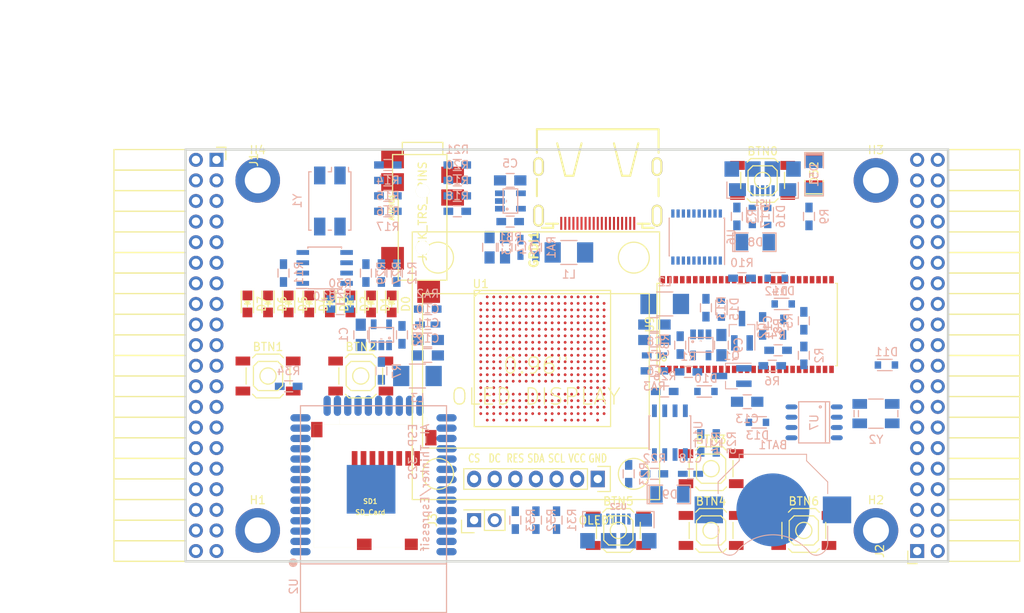
<source format=kicad_pcb>
(kicad_pcb (version 4) (host pcbnew 4.0.5+dfsg1-4)

  (general
    (links 569)
    (no_connects 569)
    (area 71.010001 43.48 197.572001 118.732339)
    (thickness 1.6)
    (drawings 6)
    (tracks 0)
    (zones 0)
    (modules 113)
    (nets 210)
  )

  (page A4)
  (layers
    (0 F.Cu signal)
    (1 In1.Cu signal)
    (2 In2.Cu signal)
    (31 B.Cu signal)
    (32 B.Adhes user)
    (33 F.Adhes user)
    (34 B.Paste user)
    (35 F.Paste user)
    (36 B.SilkS user)
    (37 F.SilkS user)
    (38 B.Mask user)
    (39 F.Mask user)
    (40 Dwgs.User user)
    (41 Cmts.User user)
    (42 Eco1.User user)
    (43 Eco2.User user)
    (44 Edge.Cuts user)
    (45 Margin user)
    (46 B.CrtYd user)
    (47 F.CrtYd user)
    (48 B.Fab user)
    (49 F.Fab user)
  )

  (setup
    (last_trace_width 0.3)
    (trace_clearance 0.127)
    (zone_clearance 0.508)
    (zone_45_only no)
    (trace_min 0.127)
    (segment_width 0.2)
    (edge_width 0.2)
    (via_size 0.454)
    (via_drill 0.254)
    (via_min_size 0.454)
    (via_min_drill 0.254)
    (uvia_size 0.3)
    (uvia_drill 0.1)
    (uvias_allowed no)
    (uvia_min_size 0.2)
    (uvia_min_drill 0.1)
    (pcb_text_width 0.3)
    (pcb_text_size 1.5 1.5)
    (mod_edge_width 0.15)
    (mod_text_size 1 1)
    (mod_text_width 0.15)
    (pad_size 1.524 1.524)
    (pad_drill 0.762)
    (pad_to_mask_clearance 0.2)
    (aux_axis_origin 82.67 62.69)
    (grid_origin 86.48 79.2)
    (visible_elements 7FFFFFFF)
    (pcbplotparams
      (layerselection 0x010f0_80000007)
      (usegerberextensions false)
      (excludeedgelayer true)
      (linewidth 0.100000)
      (plotframeref false)
      (viasonmask false)
      (mode 1)
      (useauxorigin false)
      (hpglpennumber 1)
      (hpglpenspeed 20)
      (hpglpendiameter 15)
      (hpglpenoverlay 2)
      (psnegative false)
      (psa4output false)
      (plotreference true)
      (plotvalue true)
      (plotinvisibletext false)
      (padsonsilk false)
      (subtractmaskfromsilk false)
      (outputformat 1)
      (mirror false)
      (drillshape 0)
      (scaleselection 1)
      (outputdirectory plot))
  )

  (net 0 "")
  (net 1 GND)
  (net 2 +5V)
  (net 3 /gpio/IN5V)
  (net 4 /gpio/OUT5V)
  (net 5 +3V3)
  (net 6 "Net-(L1-Pad1)")
  (net 7 "Net-(L2-Pad1)")
  (net 8 +1V2)
  (net 9 BTN_D)
  (net 10 BTN_F1)
  (net 11 BTN_F2)
  (net 12 BTN_L)
  (net 13 BTN_R)
  (net 14 BTN_U)
  (net 15 /power/FB1)
  (net 16 +2V5)
  (net 17 "Net-(L3-Pad1)")
  (net 18 /power/PWREN)
  (net 19 /power/FB3)
  (net 20 /power/FB2)
  (net 21 "Net-(D9-Pad1)")
  (net 22 /power/VBAT)
  (net 23 SD_3)
  (net 24 JTAG_TDI)
  (net 25 JTAG_TCK)
  (net 26 JTAG_TMS)
  (net 27 JTAG_TDO)
  (net 28 /power/WAKEUPn)
  (net 29 /power/WKUP)
  (net 30 /power/SHUT)
  (net 31 /power/WAKE)
  (net 32 /power/HOLD)
  (net 33 /power/WKn)
  (net 34 /power/OSCI_32k)
  (net 35 /power/OSCO_32k)
  (net 36 FTDI_nSUSPEND)
  (net 37 "Net-(Q2-Pad3)")
  (net 38 SHUTDOWN)
  (net 39 /analog/AUDIO_L)
  (net 40 /analog/AUDIO_R)
  (net 41 GPDI_5V_SCL)
  (net 42 GPDI_5V_SDA)
  (net 43 GPDI_SDA)
  (net 44 GPDI_SCL)
  (net 45 /gpdi/VREF2)
  (net 46 /blinkey/BTNPU)
  (net 47 SD_CMD)
  (net 48 SD_CLK)
  (net 49 SD_D0)
  (net 50 SD_D1)
  (net 51 USB5V)
  (net 52 "Net-(BTN0-Pad1)")
  (net 53 LED0)
  (net 54 LED1)
  (net 55 LED2)
  (net 56 LED3)
  (net 57 LED4)
  (net 58 LED5)
  (net 59 LED6)
  (net 60 LED7)
  (net 61 BTN_PWRn)
  (net 62 GPDI_CEC)
  (net 63 nRESET)
  (net 64 /usb/FT3V3)
  (net 65 FTDI_nDTR)
  (net 66 SDRAM_CKE)
  (net 67 SDRAM_A7)
  (net 68 SDRAM_D15)
  (net 69 SDRAM_BA1)
  (net 70 SDRAM_D7)
  (net 71 SDRAM_A6)
  (net 72 SDRAM_CLK)
  (net 73 SDRAM_D13)
  (net 74 SDRAM_BA0)
  (net 75 SDRAM_D6)
  (net 76 SDRAM_A5)
  (net 77 SDRAM_D14)
  (net 78 SDRAM_A11)
  (net 79 SDRAM_D12)
  (net 80 SDRAM_D5)
  (net 81 SDRAM_A4)
  (net 82 SDRAM_A10)
  (net 83 SDRAM_D11)
  (net 84 SDRAM_A3)
  (net 85 SDRAM_D4)
  (net 86 SDRAM_D10)
  (net 87 SDRAM_D9)
  (net 88 SDRAM_A9)
  (net 89 SDRAM_D3)
  (net 90 SDRAM_D8)
  (net 91 SDRAM_A8)
  (net 92 SDRAM_A2)
  (net 93 SDRAM_A1)
  (net 94 SDRAM_A0)
  (net 95 SDRAM_D2)
  (net 96 SDRAM_D1)
  (net 97 SDRAM_D0)
  (net 98 SDRAM_DQM0)
  (net 99 SDRAM_nCS)
  (net 100 SDRAM_nRAS)
  (net 101 SDRAM_DQM1)
  (net 102 SDRAM_nCAS)
  (net 103 SDRAM_nWE)
  (net 104 /flash/FLASH_nWP)
  (net 105 /flash/FLASH_nHOLD)
  (net 106 /flash/FLASH_MOSI)
  (net 107 /flash/FLASH_MISO)
  (net 108 /flash/FLASH_SCK)
  (net 109 /flash/FLASH_nCS)
  (net 110 /flash/FPGA_PROGRAMN)
  (net 111 /flash/FPGA_DONE)
  (net 112 /flash/FPGA_INITN)
  (net 113 OLED_MOSI)
  (net 114 OLED_RES)
  (net 115 OLED_DC)
  (net 116 OLED_CS)
  (net 117 AUDIO_L3)
  (net 118 AUDIO_L2)
  (net 119 AUDIO_L1)
  (net 120 AUDIO_L0)
  (net 121 AUDIO_R3)
  (net 122 AUDIO_R2)
  (net 123 AUDIO_R1)
  (net 124 AUDIO_R0)
  (net 125 WIFI_EN)
  (net 126 FTDI_nRTS)
  (net 127 WIFI_GPIO2)
  (net 128 FTDI_TXD)
  (net 129 FTDI_RXD)
  (net 130 WIFI_RXD)
  (net 131 WIFI_GPIO0)
  (net 132 FTDI_nCTS)
  (net 133 WIFI_TXD)
  (net 134 FTDI_nRI)
  (net 135 FTDI_nDCD)
  (net 136 WIFI_GPIO15)
  (net 137 /gpdi/CLK_25MHz)
  (net 138 GPDI_ETH-)
  (net 139 GPDI_ETH+)
  (net 140 GPDI_D2+)
  (net 141 GPDI_D2-)
  (net 142 GPDI_D1+)
  (net 143 GPDI_D1-)
  (net 144 GPDI_D0+)
  (net 145 GPDI_D0-)
  (net 146 GPDI_CLK+)
  (net 147 GPDI_CLK-)
  (net 148 /gpio/B11+)
  (net 149 /gpio/B11-)
  (net 150 /gpio/A10+)
  (net 151 /gpio/A10-)
  (net 152 /gpio/B10+)
  (net 153 /gpio/B10-)
  (net 154 /gpio/B9+)
  (net 155 /gpio/B9-)
  (net 156 /gpio/D9+)
  (net 157 /gpio/D9-)
  (net 158 /gpio/A7+)
  (net 159 /gpio/A7-)
  (net 160 /gpio/C8+)
  (net 161 /gpio/C8-)
  (net 162 /gpio/E8+)
  (net 163 /gpio/E8-)
  (net 164 /gpio/C6+)
  (net 165 /gpio/C6-)
  (net 166 /gpio/E7+)
  (net 167 /gpio/E7-)
  (net 168 /gpio/E6+)
  (net 169 /gpio/E6-)
  (net 170 /gpio/A6+)
  (net 171 /gpio/A6-)
  (net 172 /gpio/A19+)
  (net 173 /gpio/A19-)
  (net 174 /gpio/A18+)
  (net 175 /gpio/A18-)
  (net 176 /gpio/A17+)
  (net 177 /gpio/A17-)
  (net 178 /gpio/B17+)
  (net 179 /gpio/B17-)
  (net 180 /gpio/C16+)
  (net 181 /gpio/C16-)
  (net 182 /gpio/A16+)
  (net 183 /gpio/A16-)
  (net 184 /gpio/D15+)
  (net 185 /gpio/D15-)
  (net 186 /gpio/B15+)
  (net 187 /gpio/B15-)
  (net 188 /gpio/D14+)
  (net 189 /gpio/D14-)
  (net 190 /gpio/A14+)
  (net 191 /gpio/A14-)
  (net 192 /gpio/D13+)
  (net 193 /gpio/D13-)
  (net 194 /gpio/B13+)
  (net 195 /gpio/B13-)
  (net 196 /gpio/A12+)
  (net 197 /gpio/A12-)
  (net 198 /gpio/D12+)
  (net 199 /gpio/D12-)
  (net 200 /gpio/B12+)
  (net 201 /gpio/B12-)
  (net 202 /gpio/D11+)
  (net 203 /gpio/D11-)
  (net 204 OLED_CLK)
  (net 205 FTDI_nDSR)
  (net 206 USB_FPGA_D+)
  (net 207 USB_FPGA_D-)
  (net 208 USB_FTDI_D+)
  (net 209 USB_FTDI_D-)

  (net_class Default "This is the default net class."
    (clearance 0.127)
    (trace_width 0.3)
    (via_dia 0.454)
    (via_drill 0.254)
    (uvia_dia 0.3)
    (uvia_drill 0.1)
    (add_net +1V2)
    (add_net +2V5)
    (add_net +3V3)
    (add_net +5V)
    (add_net /analog/AUDIO_L)
    (add_net /analog/AUDIO_R)
    (add_net /blinkey/BTNPU)
    (add_net /gpdi/VREF2)
    (add_net /gpio/IN5V)
    (add_net /gpio/OUT5V)
    (add_net /power/FB1)
    (add_net /power/FB2)
    (add_net /power/FB3)
    (add_net /power/HOLD)
    (add_net /power/OSCI_32k)
    (add_net /power/OSCO_32k)
    (add_net /power/PWREN)
    (add_net /power/SHUT)
    (add_net /power/VBAT)
    (add_net /power/WAKE)
    (add_net /power/WAKEUPn)
    (add_net /power/WKUP)
    (add_net /power/WKn)
    (add_net /usb/FT3V3)
    (add_net FTDI_nDSR)
    (add_net FTDI_nSUSPEND)
    (add_net GND)
    (add_net "Net-(BTN0-Pad1)")
    (add_net "Net-(D9-Pad1)")
    (add_net "Net-(L1-Pad1)")
    (add_net "Net-(L2-Pad1)")
    (add_net "Net-(L3-Pad1)")
    (add_net "Net-(Q2-Pad3)")
    (add_net SHUTDOWN)
    (add_net USB5V)
    (add_net USB_FTDI_D+)
    (add_net USB_FTDI_D-)
    (add_net nRESET)
  )

  (net_class BGA ""
    (clearance 0.127)
    (trace_width 0.19)
    (via_dia 0.454)
    (via_drill 0.254)
    (uvia_dia 0.3)
    (uvia_drill 0.1)
    (add_net /flash/FLASH_MISO)
    (add_net /flash/FLASH_MOSI)
    (add_net /flash/FLASH_SCK)
    (add_net /flash/FLASH_nCS)
    (add_net /flash/FLASH_nHOLD)
    (add_net /flash/FLASH_nWP)
    (add_net /flash/FPGA_DONE)
    (add_net /flash/FPGA_INITN)
    (add_net /flash/FPGA_PROGRAMN)
    (add_net /gpdi/CLK_25MHz)
    (add_net /gpio/A10+)
    (add_net /gpio/A10-)
    (add_net /gpio/A12+)
    (add_net /gpio/A12-)
    (add_net /gpio/A14+)
    (add_net /gpio/A14-)
    (add_net /gpio/A16+)
    (add_net /gpio/A16-)
    (add_net /gpio/A17+)
    (add_net /gpio/A17-)
    (add_net /gpio/A18+)
    (add_net /gpio/A18-)
    (add_net /gpio/A19+)
    (add_net /gpio/A19-)
    (add_net /gpio/A6+)
    (add_net /gpio/A6-)
    (add_net /gpio/A7+)
    (add_net /gpio/A7-)
    (add_net /gpio/B10+)
    (add_net /gpio/B10-)
    (add_net /gpio/B11+)
    (add_net /gpio/B11-)
    (add_net /gpio/B12+)
    (add_net /gpio/B12-)
    (add_net /gpio/B13+)
    (add_net /gpio/B13-)
    (add_net /gpio/B15+)
    (add_net /gpio/B15-)
    (add_net /gpio/B17+)
    (add_net /gpio/B17-)
    (add_net /gpio/B9+)
    (add_net /gpio/B9-)
    (add_net /gpio/C16+)
    (add_net /gpio/C16-)
    (add_net /gpio/C6+)
    (add_net /gpio/C6-)
    (add_net /gpio/C8+)
    (add_net /gpio/C8-)
    (add_net /gpio/D11+)
    (add_net /gpio/D11-)
    (add_net /gpio/D12+)
    (add_net /gpio/D12-)
    (add_net /gpio/D13+)
    (add_net /gpio/D13-)
    (add_net /gpio/D14+)
    (add_net /gpio/D14-)
    (add_net /gpio/D15+)
    (add_net /gpio/D15-)
    (add_net /gpio/D9+)
    (add_net /gpio/D9-)
    (add_net /gpio/E6+)
    (add_net /gpio/E6-)
    (add_net /gpio/E7+)
    (add_net /gpio/E7-)
    (add_net /gpio/E8+)
    (add_net /gpio/E8-)
    (add_net AUDIO_L0)
    (add_net AUDIO_L1)
    (add_net AUDIO_L2)
    (add_net AUDIO_L3)
    (add_net AUDIO_R0)
    (add_net AUDIO_R1)
    (add_net AUDIO_R2)
    (add_net AUDIO_R3)
    (add_net BTN_D)
    (add_net BTN_F1)
    (add_net BTN_F2)
    (add_net BTN_L)
    (add_net BTN_PWRn)
    (add_net BTN_R)
    (add_net BTN_U)
    (add_net FTDI_RXD)
    (add_net FTDI_TXD)
    (add_net FTDI_nCTS)
    (add_net FTDI_nDCD)
    (add_net FTDI_nDTR)
    (add_net FTDI_nRI)
    (add_net FTDI_nRTS)
    (add_net GPDI_5V_SCL)
    (add_net GPDI_5V_SDA)
    (add_net GPDI_CEC)
    (add_net GPDI_CLK+)
    (add_net GPDI_CLK-)
    (add_net GPDI_D0+)
    (add_net GPDI_D0-)
    (add_net GPDI_D1+)
    (add_net GPDI_D1-)
    (add_net GPDI_D2+)
    (add_net GPDI_D2-)
    (add_net GPDI_ETH+)
    (add_net GPDI_ETH-)
    (add_net GPDI_SCL)
    (add_net GPDI_SDA)
    (add_net JTAG_TCK)
    (add_net JTAG_TDI)
    (add_net JTAG_TDO)
    (add_net JTAG_TMS)
    (add_net LED0)
    (add_net LED1)
    (add_net LED2)
    (add_net LED3)
    (add_net LED4)
    (add_net LED5)
    (add_net LED6)
    (add_net LED7)
    (add_net OLED_CLK)
    (add_net OLED_CS)
    (add_net OLED_DC)
    (add_net OLED_MOSI)
    (add_net OLED_RES)
    (add_net SDRAM_A0)
    (add_net SDRAM_A1)
    (add_net SDRAM_A10)
    (add_net SDRAM_A11)
    (add_net SDRAM_A2)
    (add_net SDRAM_A3)
    (add_net SDRAM_A4)
    (add_net SDRAM_A5)
    (add_net SDRAM_A6)
    (add_net SDRAM_A7)
    (add_net SDRAM_A8)
    (add_net SDRAM_A9)
    (add_net SDRAM_BA0)
    (add_net SDRAM_BA1)
    (add_net SDRAM_CKE)
    (add_net SDRAM_CLK)
    (add_net SDRAM_D0)
    (add_net SDRAM_D1)
    (add_net SDRAM_D10)
    (add_net SDRAM_D11)
    (add_net SDRAM_D12)
    (add_net SDRAM_D13)
    (add_net SDRAM_D14)
    (add_net SDRAM_D15)
    (add_net SDRAM_D2)
    (add_net SDRAM_D3)
    (add_net SDRAM_D4)
    (add_net SDRAM_D5)
    (add_net SDRAM_D6)
    (add_net SDRAM_D7)
    (add_net SDRAM_D8)
    (add_net SDRAM_D9)
    (add_net SDRAM_DQM0)
    (add_net SDRAM_DQM1)
    (add_net SDRAM_nCAS)
    (add_net SDRAM_nCS)
    (add_net SDRAM_nRAS)
    (add_net SDRAM_nWE)
    (add_net SD_3)
    (add_net SD_CLK)
    (add_net SD_CMD)
    (add_net SD_D0)
    (add_net SD_D1)
    (add_net USB_FPGA_D+)
    (add_net USB_FPGA_D-)
    (add_net WIFI_EN)
    (add_net WIFI_GPIO0)
    (add_net WIFI_GPIO15)
    (add_net WIFI_GPIO2)
    (add_net WIFI_RXD)
    (add_net WIFI_TXD)
  )

  (module Keystone_3000_1x12mm-CoinCell:Keystone_3000_1x12mm-CoinCell (layer B.Cu) (tedit 58D7D5B5) (tstamp 58D7ADD9)
    (at 166.49 105.87 180)
    (descr http://www.keyelco.com/product-pdf.cfm?p=777)
    (tags "Keystone type 3000 coin cell retainer")
    (path /58D51CAD/58D72202)
    (attr smd)
    (fp_text reference BAT1 (at 0 8 180) (layer B.SilkS)
      (effects (font (size 1 1) (thickness 0.15)) (justify mirror))
    )
    (fp_text value CR1225 (at 0 -7.5 180) (layer B.Fab)
      (effects (font (size 1 1) (thickness 0.15)) (justify mirror))
    )
    (fp_arc (start 0 0) (end 0 -6.75) (angle -36.6) (layer B.CrtYd) (width 0.05))
    (fp_arc (start 0.11 -9.15) (end 4.22 -5.65) (angle 3.1) (layer B.CrtYd) (width 0.05))
    (fp_arc (start 0.11 -9.15) (end -4.22 -5.65) (angle -3.1) (layer B.CrtYd) (width 0.05))
    (fp_arc (start 0 0) (end 0 -6.75) (angle 36.6) (layer B.CrtYd) (width 0.05))
    (fp_arc (start 5.25 -4.1) (end 5.3 -6.1) (angle 90) (layer B.CrtYd) (width 0.05))
    (fp_arc (start 5.29 -4.6) (end 4.22 -5.65) (angle 54.1) (layer B.CrtYd) (width 0.05))
    (fp_arc (start -5.29 -4.6) (end -4.22 -5.65) (angle -54.1) (layer B.CrtYd) (width 0.05))
    (fp_circle (center 0 0) (end 0 -6.25) (layer Dwgs.User) (width 0.15))
    (fp_arc (start 5.29 -4.6) (end 4.5 -5.2) (angle 60) (layer B.SilkS) (width 0.12))
    (fp_arc (start -5.29 -4.6) (end -4.5 -5.2) (angle -60) (layer B.SilkS) (width 0.12))
    (fp_arc (start 0 -8.9) (end -4.5 -5.2) (angle -101) (layer B.SilkS) (width 0.12))
    (fp_arc (start 5.29 -4.6) (end 4.6 -5.1) (angle 60) (layer B.Fab) (width 0.1))
    (fp_arc (start -5.29 -4.6) (end -4.6 -5.1) (angle -60) (layer B.Fab) (width 0.1))
    (fp_arc (start 0 -8.9) (end -4.6 -5.1) (angle -101) (layer B.Fab) (width 0.1))
    (fp_arc (start -5.25 -4.1) (end -5.3 -6.1) (angle -90) (layer B.CrtYd) (width 0.05))
    (fp_arc (start 5.25 -4.1) (end 5.3 -5.6) (angle 90) (layer B.SilkS) (width 0.12))
    (fp_arc (start -5.25 -4.1) (end -5.3 -5.6) (angle -90) (layer B.SilkS) (width 0.12))
    (fp_line (start -7.25 -2.15) (end -7.25 -4.1) (layer B.CrtYd) (width 0.05))
    (fp_line (start 7.25 -2.15) (end 7.25 -4.1) (layer B.CrtYd) (width 0.05))
    (fp_line (start 6.75 -2) (end 6.75 -4.1) (layer B.SilkS) (width 0.12))
    (fp_line (start -6.75 -2) (end -6.75 -4.1) (layer B.SilkS) (width 0.12))
    (fp_arc (start 5.25 -4.1) (end 5.3 -5.45) (angle 90) (layer B.Fab) (width 0.1))
    (fp_line (start 7.25 2.15) (end 7.25 3.8) (layer B.CrtYd) (width 0.05))
    (fp_line (start 7.25 3.8) (end 4.65 6.4) (layer B.CrtYd) (width 0.05))
    (fp_line (start 4.65 6.4) (end 4.65 7.35) (layer B.CrtYd) (width 0.05))
    (fp_line (start -4.65 7.35) (end 4.65 7.35) (layer B.CrtYd) (width 0.05))
    (fp_line (start -4.65 6.4) (end -4.65 7.35) (layer B.CrtYd) (width 0.05))
    (fp_line (start -7.25 3.8) (end -4.65 6.4) (layer B.CrtYd) (width 0.05))
    (fp_line (start -7.25 2.15) (end -7.25 3.8) (layer B.CrtYd) (width 0.05))
    (fp_line (start -6.75 2) (end -6.75 3.45) (layer B.SilkS) (width 0.12))
    (fp_line (start -6.75 3.45) (end -4.15 6.05) (layer B.SilkS) (width 0.12))
    (fp_line (start -4.15 6.05) (end -4.15 6.85) (layer B.SilkS) (width 0.12))
    (fp_line (start -4.15 6.85) (end 4.15 6.85) (layer B.SilkS) (width 0.12))
    (fp_line (start 4.15 6.85) (end 4.15 6.05) (layer B.SilkS) (width 0.12))
    (fp_line (start 4.15 6.05) (end 6.75 3.45) (layer B.SilkS) (width 0.12))
    (fp_line (start 6.75 3.45) (end 6.75 2) (layer B.SilkS) (width 0.12))
    (fp_line (start -7.25 2.15) (end -10.15 2.15) (layer B.CrtYd) (width 0.05))
    (fp_line (start -10.15 2.15) (end -10.15 -2.15) (layer B.CrtYd) (width 0.05))
    (fp_line (start -10.15 -2.15) (end -7.25 -2.15) (layer B.CrtYd) (width 0.05))
    (fp_line (start 7.25 2.15) (end 10.15 2.15) (layer B.CrtYd) (width 0.05))
    (fp_line (start 10.15 2.15) (end 10.15 -2.15) (layer B.CrtYd) (width 0.05))
    (fp_line (start 10.15 -2.15) (end 7.25 -2.15) (layer B.CrtYd) (width 0.05))
    (fp_arc (start -5.25 -4.1) (end -5.3 -5.45) (angle -90) (layer B.Fab) (width 0.1))
    (fp_line (start 6.6 3.4) (end 6.6 -4.1) (layer B.Fab) (width 0.1))
    (fp_line (start -6.6 3.4) (end -6.6 -4.1) (layer B.Fab) (width 0.1))
    (fp_line (start 4 6) (end 6.6 3.4) (layer B.Fab) (width 0.1))
    (fp_line (start -4 6) (end -6.6 3.4) (layer B.Fab) (width 0.1))
    (fp_line (start 4 6.7) (end 4 6) (layer B.Fab) (width 0.1))
    (fp_line (start -4 6.7) (end -4 6) (layer B.Fab) (width 0.1))
    (fp_line (start -4 6.7) (end 4 6.7) (layer B.Fab) (width 0.1))
    (pad 1 smd rect (at -7.9 0 180) (size 3.5 3.3) (layers B.Cu B.Paste B.Mask)
      (net 22 /power/VBAT))
    (pad 1 smd rect (at 7.9 0 180) (size 3.5 3.3) (layers B.Cu B.Paste B.Mask)
      (net 22 /power/VBAT))
    (pad 2 smd circle (at 0 0 180) (size 9 9) (layers B.Cu B.Mask)
      (net 1 GND))
    (model Battery_Holders.3dshapes/Keystone_3000_1x12mm-CoinCell.wrl
      (at (xyz 0 0 0))
      (scale (xyz 1 1 1))
      (rotate (xyz 0 0 0))
    )
  )

  (module SMD_Packages:SMD-1206_Pol (layer F.Cu) (tedit 0) (tstamp 56AA106E)
    (at 171.57 64.341 90)
    (path /56AC389C/56AC4846)
    (attr smd)
    (fp_text reference D52 (at 0 0 90) (layer F.SilkS)
      (effects (font (size 1 1) (thickness 0.15)))
    )
    (fp_text value 2A (at 0 0 90) (layer F.Fab)
      (effects (font (size 1 1) (thickness 0.15)))
    )
    (fp_line (start -2.54 -1.143) (end -2.794 -1.143) (layer F.SilkS) (width 0.15))
    (fp_line (start -2.794 -1.143) (end -2.794 1.143) (layer F.SilkS) (width 0.15))
    (fp_line (start -2.794 1.143) (end -2.54 1.143) (layer F.SilkS) (width 0.15))
    (fp_line (start -2.54 -1.143) (end -2.54 1.143) (layer F.SilkS) (width 0.15))
    (fp_line (start -2.54 1.143) (end -0.889 1.143) (layer F.SilkS) (width 0.15))
    (fp_line (start 0.889 -1.143) (end 2.54 -1.143) (layer F.SilkS) (width 0.15))
    (fp_line (start 2.54 -1.143) (end 2.54 1.143) (layer F.SilkS) (width 0.15))
    (fp_line (start 2.54 1.143) (end 0.889 1.143) (layer F.SilkS) (width 0.15))
    (fp_line (start -0.889 -1.143) (end -2.54 -1.143) (layer F.SilkS) (width 0.15))
    (pad 1 smd rect (at -1.651 0 90) (size 1.524 2.032) (layers F.Cu F.Paste F.Mask)
      (net 4 /gpio/OUT5V))
    (pad 2 smd rect (at 1.651 0 90) (size 1.524 2.032) (layers F.Cu F.Paste F.Mask)
      (net 2 +5V))
    (model SMD_Packages.3dshapes/SMD-1206_Pol.wrl
      (at (xyz 0 0 0))
      (scale (xyz 0.17 0.16 0.16))
      (rotate (xyz 0 0 0))
    )
  )

  (module SMD_Packages:SMD-1206_Pol (layer B.Cu) (tedit 0) (tstamp 56AA1068)
    (at 171.57 64.595 270)
    (path /56AC389C/56AC483B)
    (attr smd)
    (fp_text reference D51 (at 0 0 270) (layer B.SilkS)
      (effects (font (size 1 1) (thickness 0.15)) (justify mirror))
    )
    (fp_text value 2A (at 0 0 270) (layer B.Fab)
      (effects (font (size 1 1) (thickness 0.15)) (justify mirror))
    )
    (fp_line (start -2.54 1.143) (end -2.794 1.143) (layer B.SilkS) (width 0.15))
    (fp_line (start -2.794 1.143) (end -2.794 -1.143) (layer B.SilkS) (width 0.15))
    (fp_line (start -2.794 -1.143) (end -2.54 -1.143) (layer B.SilkS) (width 0.15))
    (fp_line (start -2.54 1.143) (end -2.54 -1.143) (layer B.SilkS) (width 0.15))
    (fp_line (start -2.54 -1.143) (end -0.889 -1.143) (layer B.SilkS) (width 0.15))
    (fp_line (start 0.889 1.143) (end 2.54 1.143) (layer B.SilkS) (width 0.15))
    (fp_line (start 2.54 1.143) (end 2.54 -1.143) (layer B.SilkS) (width 0.15))
    (fp_line (start 2.54 -1.143) (end 0.889 -1.143) (layer B.SilkS) (width 0.15))
    (fp_line (start -0.889 1.143) (end -2.54 1.143) (layer B.SilkS) (width 0.15))
    (pad 1 smd rect (at -1.651 0 270) (size 1.524 2.032) (layers B.Cu B.Paste B.Mask)
      (net 2 +5V))
    (pad 2 smd rect (at 1.651 0 270) (size 1.524 2.032) (layers B.Cu B.Paste B.Mask)
      (net 3 /gpio/IN5V))
    (model SMD_Packages.3dshapes/SMD-1206_Pol.wrl
      (at (xyz 0 0 0))
      (scale (xyz 0.17 0.16 0.16))
      (rotate (xyz 0 0 0))
    )
  )

  (module micro-sd:MicroSD_TF02D (layer F.Cu) (tedit 52721666) (tstamp 56A966AB)
    (at 116.87 110.52 180)
    (path /58DA7327/58DA7C6C)
    (fp_text reference SD1 (at 0 5.7 180) (layer F.SilkS)
      (effects (font (size 0.59944 0.59944) (thickness 0.12446)))
    )
    (fp_text value SD_Card (at 0 4.35 180) (layer F.SilkS)
      (effects (font (size 0.59944 0.59944) (thickness 0.12446)))
    )
    (fp_line (start 3.8 15.2) (end 3.8 16) (layer F.SilkS) (width 0.01016))
    (fp_line (start 3.8 16) (end -7 16) (layer F.SilkS) (width 0.01016))
    (fp_line (start -7 16) (end -7 15.2) (layer F.SilkS) (width 0.01016))
    (fp_line (start 7 0) (end 7 15.2) (layer F.SilkS) (width 0.01016))
    (fp_line (start 7 15.2) (end -7 15.2) (layer F.SilkS) (width 0.01016))
    (fp_line (start -7 15.2) (end -7 0) (layer F.SilkS) (width 0.01016))
    (fp_line (start -7 0) (end 7 0) (layer F.SilkS) (width 0.01016))
    (pad 1 smd rect (at 1.94 11 180) (size 0.7 1.8) (layers F.Cu F.Paste F.Mask)
      (net 23 SD_3))
    (pad 2 smd rect (at 0.84 11 180) (size 0.7 1.8) (layers F.Cu F.Paste F.Mask)
      (net 47 SD_CMD))
    (pad 3 smd rect (at -0.26 11 180) (size 0.7 1.8) (layers F.Cu F.Paste F.Mask)
      (net 1 GND))
    (pad 4 smd rect (at -1.36 11 180) (size 0.7 1.8) (layers F.Cu F.Paste F.Mask)
      (net 5 +3V3))
    (pad 5 smd rect (at -2.46 11 180) (size 0.7 1.8) (layers F.Cu F.Paste F.Mask)
      (net 48 SD_CLK))
    (pad 6 smd rect (at -3.56 11 180) (size 0.7 1.8) (layers F.Cu F.Paste F.Mask)
      (net 1 GND))
    (pad 7 smd rect (at -4.66 11 180) (size 0.7 1.8) (layers F.Cu F.Paste F.Mask)
      (net 49 SD_D0))
    (pad 8 smd rect (at -5.76 11 180) (size 0.7 1.8) (layers F.Cu F.Paste F.Mask)
      (net 50 SD_D1))
    (pad S smd rect (at -5.05 0.4 180) (size 1.6 1.4) (layers F.Cu F.Paste F.Mask))
    (pad S smd rect (at 0.75 0.4 180) (size 1.8 1.4) (layers F.Cu F.Paste F.Mask))
    (pad G smd rect (at -7.45 13.55 180) (size 1.4 1.9) (layers F.Cu F.Paste F.Mask))
    (pad G smd rect (at 6.6 14.55 180) (size 1.4 1.9) (layers F.Cu F.Paste F.Mask))
  )

  (module Resistors_SMD:R_1210_HandSoldering (layer B.Cu) (tedit 58307C8D) (tstamp 58D58A37)
    (at 141.344 74.12)
    (descr "Resistor SMD 1210, hand soldering")
    (tags "resistor 1210")
    (path /58D51CAD/58D59D36)
    (attr smd)
    (fp_text reference L1 (at 0 2.7) (layer B.SilkS)
      (effects (font (size 1 1) (thickness 0.15)) (justify mirror))
    )
    (fp_text value 2.2uH (at 0 -2.7) (layer B.Fab)
      (effects (font (size 1 1) (thickness 0.15)) (justify mirror))
    )
    (fp_line (start -1.6 -1.25) (end -1.6 1.25) (layer B.Fab) (width 0.1))
    (fp_line (start 1.6 -1.25) (end -1.6 -1.25) (layer B.Fab) (width 0.1))
    (fp_line (start 1.6 1.25) (end 1.6 -1.25) (layer B.Fab) (width 0.1))
    (fp_line (start -1.6 1.25) (end 1.6 1.25) (layer B.Fab) (width 0.1))
    (fp_line (start -3.3 1.6) (end 3.3 1.6) (layer B.CrtYd) (width 0.05))
    (fp_line (start -3.3 -1.6) (end 3.3 -1.6) (layer B.CrtYd) (width 0.05))
    (fp_line (start -3.3 1.6) (end -3.3 -1.6) (layer B.CrtYd) (width 0.05))
    (fp_line (start 3.3 1.6) (end 3.3 -1.6) (layer B.CrtYd) (width 0.05))
    (fp_line (start 1 -1.475) (end -1 -1.475) (layer B.SilkS) (width 0.15))
    (fp_line (start -1 1.475) (end 1 1.475) (layer B.SilkS) (width 0.15))
    (pad 1 smd rect (at -2 0) (size 2 2.5) (layers B.Cu B.Paste B.Mask)
      (net 6 "Net-(L1-Pad1)"))
    (pad 2 smd rect (at 2 0) (size 2 2.5) (layers B.Cu B.Paste B.Mask)
      (net 8 +1V2))
    (model Resistors_SMD.3dshapes/R_1210_HandSoldering.wrl
      (at (xyz 0 0 0))
      (scale (xyz 1 1 1))
      (rotate (xyz 0 0 0))
    )
  )

  (module TSOT-25:TSOT-25 (layer B.Cu) (tedit 55EFFDDA) (tstamp 58D5976E)
    (at 134.135 67.77 90)
    (path /58D51CAD/58D58840)
    (fp_text reference U3 (at 0 -0.5 90) (layer B.SilkS)
      (effects (font (size 0.15 0.15) (thickness 0.0375)) (justify mirror))
    )
    (fp_text value AP3429A (at 0 0.5 90) (layer B.Fab)
      (effects (font (size 0.15 0.15) (thickness 0.0375)) (justify mirror))
    )
    (fp_circle (center -1 -0.4) (end -0.95 -0.5) (layer B.SilkS) (width 0.15))
    (fp_line (start -1.5 0.9) (end 1.5 0.9) (layer B.SilkS) (width 0.15))
    (fp_line (start 1.5 0.9) (end 1.5 -0.9) (layer B.SilkS) (width 0.15))
    (fp_line (start 1.5 -0.9) (end -1.5 -0.9) (layer B.SilkS) (width 0.15))
    (fp_line (start -1.5 -0.9) (end -1.5 0.9) (layer B.SilkS) (width 0.15))
    (pad 1 smd rect (at -0.95 -1.3 90) (size 0.7 1.2) (layers B.Cu B.Paste B.Mask)
      (net 18 /power/PWREN))
    (pad 2 smd rect (at 0 -1.3 90) (size 0.7 1.2) (layers B.Cu B.Paste B.Mask)
      (net 1 GND))
    (pad 3 smd rect (at 0.95 -1.3 90) (size 0.7 1.2) (layers B.Cu B.Paste B.Mask)
      (net 6 "Net-(L1-Pad1)"))
    (pad 4 smd rect (at 0.95 1.3 90) (size 0.7 1.2) (layers B.Cu B.Paste B.Mask)
      (net 2 +5V))
    (pad 5 smd rect (at -0.95 1.3 90) (size 0.7 1.2) (layers B.Cu B.Paste B.Mask)
      (net 15 /power/FB1))
  )

  (module Resistors_SMD:R_1210_HandSoldering (layer B.Cu) (tedit 58307C8D) (tstamp 58D599B2)
    (at 153.155 80.47 180)
    (descr "Resistor SMD 1210, hand soldering")
    (tags "resistor 1210")
    (path /58D51CAD/58D62964)
    (attr smd)
    (fp_text reference L2 (at 0 2.7 180) (layer B.SilkS)
      (effects (font (size 1 1) (thickness 0.15)) (justify mirror))
    )
    (fp_text value 2.2uH (at 0 -2.7 180) (layer B.Fab)
      (effects (font (size 1 1) (thickness 0.15)) (justify mirror))
    )
    (fp_line (start -1.6 -1.25) (end -1.6 1.25) (layer B.Fab) (width 0.1))
    (fp_line (start 1.6 -1.25) (end -1.6 -1.25) (layer B.Fab) (width 0.1))
    (fp_line (start 1.6 1.25) (end 1.6 -1.25) (layer B.Fab) (width 0.1))
    (fp_line (start -1.6 1.25) (end 1.6 1.25) (layer B.Fab) (width 0.1))
    (fp_line (start -3.3 1.6) (end 3.3 1.6) (layer B.CrtYd) (width 0.05))
    (fp_line (start -3.3 -1.6) (end 3.3 -1.6) (layer B.CrtYd) (width 0.05))
    (fp_line (start -3.3 1.6) (end -3.3 -1.6) (layer B.CrtYd) (width 0.05))
    (fp_line (start 3.3 1.6) (end 3.3 -1.6) (layer B.CrtYd) (width 0.05))
    (fp_line (start 1 -1.475) (end -1 -1.475) (layer B.SilkS) (width 0.15))
    (fp_line (start -1 1.475) (end 1 1.475) (layer B.SilkS) (width 0.15))
    (pad 1 smd rect (at -2 0 180) (size 2 2.5) (layers B.Cu B.Paste B.Mask)
      (net 7 "Net-(L2-Pad1)"))
    (pad 2 smd rect (at 2 0 180) (size 2 2.5) (layers B.Cu B.Paste B.Mask)
      (net 5 +3V3))
    (model Resistors_SMD.3dshapes/R_1210_HandSoldering.wrl
      (at (xyz 0 0 0))
      (scale (xyz 1 1 1))
      (rotate (xyz 0 0 0))
    )
  )

  (module TSOT-25:TSOT-25 (layer B.Cu) (tedit 55EFFDDA) (tstamp 58D599CD)
    (at 157.6 85.52)
    (path /58D51CAD/58D62946)
    (fp_text reference U4 (at 0 -0.5) (layer B.SilkS)
      (effects (font (size 0.15 0.15) (thickness 0.0375)) (justify mirror))
    )
    (fp_text value AP3429A (at 0 0.5) (layer B.Fab)
      (effects (font (size 0.15 0.15) (thickness 0.0375)) (justify mirror))
    )
    (fp_circle (center -1 -0.4) (end -0.95 -0.5) (layer B.SilkS) (width 0.15))
    (fp_line (start -1.5 0.9) (end 1.5 0.9) (layer B.SilkS) (width 0.15))
    (fp_line (start 1.5 0.9) (end 1.5 -0.9) (layer B.SilkS) (width 0.15))
    (fp_line (start 1.5 -0.9) (end -1.5 -0.9) (layer B.SilkS) (width 0.15))
    (fp_line (start -1.5 -0.9) (end -1.5 0.9) (layer B.SilkS) (width 0.15))
    (pad 1 smd rect (at -0.95 -1.3) (size 0.7 1.2) (layers B.Cu B.Paste B.Mask)
      (net 18 /power/PWREN))
    (pad 2 smd rect (at 0 -1.3) (size 0.7 1.2) (layers B.Cu B.Paste B.Mask)
      (net 1 GND))
    (pad 3 smd rect (at 0.95 -1.3) (size 0.7 1.2) (layers B.Cu B.Paste B.Mask)
      (net 7 "Net-(L2-Pad1)"))
    (pad 4 smd rect (at 0.95 1.3) (size 0.7 1.2) (layers B.Cu B.Paste B.Mask)
      (net 2 +5V))
    (pad 5 smd rect (at -0.95 1.3) (size 0.7 1.2) (layers B.Cu B.Paste B.Mask)
      (net 19 /power/FB3))
  )

  (module Buttons_Switches_SMD:SW_SPST_SKQG (layer F.Cu) (tedit 56EC5E16) (tstamp 58D6598E)
    (at 104.26 89.36)
    (descr "ALPS 5.2mm Square Low-profile TACT Switch (SMD)")
    (tags "SPST Button Switch")
    (path /58D6547C/58D66056)
    (attr smd)
    (fp_text reference BTN1 (at 0 -3.6) (layer F.SilkS)
      (effects (font (size 1 1) (thickness 0.15)))
    )
    (fp_text value FIRE1 (at 0 3.7) (layer F.Fab)
      (effects (font (size 1 1) (thickness 0.15)))
    )
    (fp_line (start -4.25 -2.95) (end -4.25 2.95) (layer F.CrtYd) (width 0.05))
    (fp_line (start 4.25 -2.95) (end -4.25 -2.95) (layer F.CrtYd) (width 0.05))
    (fp_line (start 4.25 2.95) (end 4.25 -2.95) (layer F.CrtYd) (width 0.05))
    (fp_line (start -4.25 2.95) (end 4.25 2.95) (layer F.CrtYd) (width 0.05))
    (fp_circle (center 0 0) (end 1 0) (layer F.SilkS) (width 0.15))
    (fp_line (start -1.2 -1.8) (end 1.2 -1.8) (layer F.SilkS) (width 0.15))
    (fp_line (start -1.8 -1.2) (end -1.2 -1.8) (layer F.SilkS) (width 0.15))
    (fp_line (start -1.8 1.2) (end -1.8 -1.2) (layer F.SilkS) (width 0.15))
    (fp_line (start -1.2 1.8) (end -1.8 1.2) (layer F.SilkS) (width 0.15))
    (fp_line (start 1.2 1.8) (end -1.2 1.8) (layer F.SilkS) (width 0.15))
    (fp_line (start 1.8 1.2) (end 1.2 1.8) (layer F.SilkS) (width 0.15))
    (fp_line (start 1.8 -1.2) (end 1.8 1.2) (layer F.SilkS) (width 0.15))
    (fp_line (start 1.2 -1.8) (end 1.8 -1.2) (layer F.SilkS) (width 0.15))
    (fp_line (start -1.45 -2.7) (end 1.45 -2.7) (layer F.SilkS) (width 0.15))
    (fp_line (start -1.9 -2.25) (end -1.45 -2.7) (layer F.SilkS) (width 0.15))
    (fp_line (start -2.7 1) (end -2.7 -1) (layer F.SilkS) (width 0.15))
    (fp_line (start -1.45 2.7) (end -1.9 2.25) (layer F.SilkS) (width 0.15))
    (fp_line (start 1.45 2.7) (end -1.45 2.7) (layer F.SilkS) (width 0.15))
    (fp_line (start 1.9 2.25) (end 1.45 2.7) (layer F.SilkS) (width 0.15))
    (fp_line (start 2.7 -1) (end 2.7 1) (layer F.SilkS) (width 0.15))
    (fp_line (start 1.45 -2.7) (end 1.9 -2.25) (layer F.SilkS) (width 0.15))
    (pad 1 smd rect (at -3.1 -1.85) (size 1.8 1.1) (layers F.Cu F.Paste F.Mask)
      (net 46 /blinkey/BTNPU))
    (pad 1 smd rect (at 3.1 -1.85) (size 1.8 1.1) (layers F.Cu F.Paste F.Mask)
      (net 46 /blinkey/BTNPU))
    (pad 2 smd rect (at -3.1 1.85) (size 1.8 1.1) (layers F.Cu F.Paste F.Mask)
      (net 10 BTN_F1))
    (pad 2 smd rect (at 3.1 1.85) (size 1.8 1.1) (layers F.Cu F.Paste F.Mask)
      (net 10 BTN_F1))
  )

  (module Buttons_Switches_SMD:SW_SPST_SKQG (layer F.Cu) (tedit 56EC5E16) (tstamp 58D65996)
    (at 115.69 89.36)
    (descr "ALPS 5.2mm Square Low-profile TACT Switch (SMD)")
    (tags "SPST Button Switch")
    (path /58D6547C/58D66057)
    (attr smd)
    (fp_text reference BTN2 (at 0 -3.6) (layer F.SilkS)
      (effects (font (size 1 1) (thickness 0.15)))
    )
    (fp_text value FIRE2 (at 0 3.7) (layer F.Fab)
      (effects (font (size 1 1) (thickness 0.15)))
    )
    (fp_line (start -4.25 -2.95) (end -4.25 2.95) (layer F.CrtYd) (width 0.05))
    (fp_line (start 4.25 -2.95) (end -4.25 -2.95) (layer F.CrtYd) (width 0.05))
    (fp_line (start 4.25 2.95) (end 4.25 -2.95) (layer F.CrtYd) (width 0.05))
    (fp_line (start -4.25 2.95) (end 4.25 2.95) (layer F.CrtYd) (width 0.05))
    (fp_circle (center 0 0) (end 1 0) (layer F.SilkS) (width 0.15))
    (fp_line (start -1.2 -1.8) (end 1.2 -1.8) (layer F.SilkS) (width 0.15))
    (fp_line (start -1.8 -1.2) (end -1.2 -1.8) (layer F.SilkS) (width 0.15))
    (fp_line (start -1.8 1.2) (end -1.8 -1.2) (layer F.SilkS) (width 0.15))
    (fp_line (start -1.2 1.8) (end -1.8 1.2) (layer F.SilkS) (width 0.15))
    (fp_line (start 1.2 1.8) (end -1.2 1.8) (layer F.SilkS) (width 0.15))
    (fp_line (start 1.8 1.2) (end 1.2 1.8) (layer F.SilkS) (width 0.15))
    (fp_line (start 1.8 -1.2) (end 1.8 1.2) (layer F.SilkS) (width 0.15))
    (fp_line (start 1.2 -1.8) (end 1.8 -1.2) (layer F.SilkS) (width 0.15))
    (fp_line (start -1.45 -2.7) (end 1.45 -2.7) (layer F.SilkS) (width 0.15))
    (fp_line (start -1.9 -2.25) (end -1.45 -2.7) (layer F.SilkS) (width 0.15))
    (fp_line (start -2.7 1) (end -2.7 -1) (layer F.SilkS) (width 0.15))
    (fp_line (start -1.45 2.7) (end -1.9 2.25) (layer F.SilkS) (width 0.15))
    (fp_line (start 1.45 2.7) (end -1.45 2.7) (layer F.SilkS) (width 0.15))
    (fp_line (start 1.9 2.25) (end 1.45 2.7) (layer F.SilkS) (width 0.15))
    (fp_line (start 2.7 -1) (end 2.7 1) (layer F.SilkS) (width 0.15))
    (fp_line (start 1.45 -2.7) (end 1.9 -2.25) (layer F.SilkS) (width 0.15))
    (pad 1 smd rect (at -3.1 -1.85) (size 1.8 1.1) (layers F.Cu F.Paste F.Mask)
      (net 46 /blinkey/BTNPU))
    (pad 1 smd rect (at 3.1 -1.85) (size 1.8 1.1) (layers F.Cu F.Paste F.Mask)
      (net 46 /blinkey/BTNPU))
    (pad 2 smd rect (at -3.1 1.85) (size 1.8 1.1) (layers F.Cu F.Paste F.Mask)
      (net 11 BTN_F2))
    (pad 2 smd rect (at 3.1 1.85) (size 1.8 1.1) (layers F.Cu F.Paste F.Mask)
      (net 11 BTN_F2))
  )

  (module Buttons_Switches_SMD:SW_SPST_SKQG (layer F.Cu) (tedit 56EC5E16) (tstamp 58D6599E)
    (at 158.87 100.79)
    (descr "ALPS 5.2mm Square Low-profile TACT Switch (SMD)")
    (tags "SPST Button Switch")
    (path /58D6547C/58D66059)
    (attr smd)
    (fp_text reference BTN3 (at 0 -3.6) (layer F.SilkS)
      (effects (font (size 1 1) (thickness 0.15)))
    )
    (fp_text value UP (at 0 3.7) (layer F.Fab)
      (effects (font (size 1 1) (thickness 0.15)))
    )
    (fp_line (start -4.25 -2.95) (end -4.25 2.95) (layer F.CrtYd) (width 0.05))
    (fp_line (start 4.25 -2.95) (end -4.25 -2.95) (layer F.CrtYd) (width 0.05))
    (fp_line (start 4.25 2.95) (end 4.25 -2.95) (layer F.CrtYd) (width 0.05))
    (fp_line (start -4.25 2.95) (end 4.25 2.95) (layer F.CrtYd) (width 0.05))
    (fp_circle (center 0 0) (end 1 0) (layer F.SilkS) (width 0.15))
    (fp_line (start -1.2 -1.8) (end 1.2 -1.8) (layer F.SilkS) (width 0.15))
    (fp_line (start -1.8 -1.2) (end -1.2 -1.8) (layer F.SilkS) (width 0.15))
    (fp_line (start -1.8 1.2) (end -1.8 -1.2) (layer F.SilkS) (width 0.15))
    (fp_line (start -1.2 1.8) (end -1.8 1.2) (layer F.SilkS) (width 0.15))
    (fp_line (start 1.2 1.8) (end -1.2 1.8) (layer F.SilkS) (width 0.15))
    (fp_line (start 1.8 1.2) (end 1.2 1.8) (layer F.SilkS) (width 0.15))
    (fp_line (start 1.8 -1.2) (end 1.8 1.2) (layer F.SilkS) (width 0.15))
    (fp_line (start 1.2 -1.8) (end 1.8 -1.2) (layer F.SilkS) (width 0.15))
    (fp_line (start -1.45 -2.7) (end 1.45 -2.7) (layer F.SilkS) (width 0.15))
    (fp_line (start -1.9 -2.25) (end -1.45 -2.7) (layer F.SilkS) (width 0.15))
    (fp_line (start -2.7 1) (end -2.7 -1) (layer F.SilkS) (width 0.15))
    (fp_line (start -1.45 2.7) (end -1.9 2.25) (layer F.SilkS) (width 0.15))
    (fp_line (start 1.45 2.7) (end -1.45 2.7) (layer F.SilkS) (width 0.15))
    (fp_line (start 1.9 2.25) (end 1.45 2.7) (layer F.SilkS) (width 0.15))
    (fp_line (start 2.7 -1) (end 2.7 1) (layer F.SilkS) (width 0.15))
    (fp_line (start 1.45 -2.7) (end 1.9 -2.25) (layer F.SilkS) (width 0.15))
    (pad 1 smd rect (at -3.1 -1.85) (size 1.8 1.1) (layers F.Cu F.Paste F.Mask)
      (net 46 /blinkey/BTNPU))
    (pad 1 smd rect (at 3.1 -1.85) (size 1.8 1.1) (layers F.Cu F.Paste F.Mask)
      (net 46 /blinkey/BTNPU))
    (pad 2 smd rect (at -3.1 1.85) (size 1.8 1.1) (layers F.Cu F.Paste F.Mask)
      (net 14 BTN_U))
    (pad 2 smd rect (at 3.1 1.85) (size 1.8 1.1) (layers F.Cu F.Paste F.Mask)
      (net 14 BTN_U))
  )

  (module Buttons_Switches_SMD:SW_SPST_SKQG (layer F.Cu) (tedit 56EC5E16) (tstamp 58D659A6)
    (at 158.87 108.41)
    (descr "ALPS 5.2mm Square Low-profile TACT Switch (SMD)")
    (tags "SPST Button Switch")
    (path /58D6547C/58D66058)
    (attr smd)
    (fp_text reference BTN4 (at 0 -3.6) (layer F.SilkS)
      (effects (font (size 1 1) (thickness 0.15)))
    )
    (fp_text value DOWN (at 0 3.7) (layer F.Fab)
      (effects (font (size 1 1) (thickness 0.15)))
    )
    (fp_line (start -4.25 -2.95) (end -4.25 2.95) (layer F.CrtYd) (width 0.05))
    (fp_line (start 4.25 -2.95) (end -4.25 -2.95) (layer F.CrtYd) (width 0.05))
    (fp_line (start 4.25 2.95) (end 4.25 -2.95) (layer F.CrtYd) (width 0.05))
    (fp_line (start -4.25 2.95) (end 4.25 2.95) (layer F.CrtYd) (width 0.05))
    (fp_circle (center 0 0) (end 1 0) (layer F.SilkS) (width 0.15))
    (fp_line (start -1.2 -1.8) (end 1.2 -1.8) (layer F.SilkS) (width 0.15))
    (fp_line (start -1.8 -1.2) (end -1.2 -1.8) (layer F.SilkS) (width 0.15))
    (fp_line (start -1.8 1.2) (end -1.8 -1.2) (layer F.SilkS) (width 0.15))
    (fp_line (start -1.2 1.8) (end -1.8 1.2) (layer F.SilkS) (width 0.15))
    (fp_line (start 1.2 1.8) (end -1.2 1.8) (layer F.SilkS) (width 0.15))
    (fp_line (start 1.8 1.2) (end 1.2 1.8) (layer F.SilkS) (width 0.15))
    (fp_line (start 1.8 -1.2) (end 1.8 1.2) (layer F.SilkS) (width 0.15))
    (fp_line (start 1.2 -1.8) (end 1.8 -1.2) (layer F.SilkS) (width 0.15))
    (fp_line (start -1.45 -2.7) (end 1.45 -2.7) (layer F.SilkS) (width 0.15))
    (fp_line (start -1.9 -2.25) (end -1.45 -2.7) (layer F.SilkS) (width 0.15))
    (fp_line (start -2.7 1) (end -2.7 -1) (layer F.SilkS) (width 0.15))
    (fp_line (start -1.45 2.7) (end -1.9 2.25) (layer F.SilkS) (width 0.15))
    (fp_line (start 1.45 2.7) (end -1.45 2.7) (layer F.SilkS) (width 0.15))
    (fp_line (start 1.9 2.25) (end 1.45 2.7) (layer F.SilkS) (width 0.15))
    (fp_line (start 2.7 -1) (end 2.7 1) (layer F.SilkS) (width 0.15))
    (fp_line (start 1.45 -2.7) (end 1.9 -2.25) (layer F.SilkS) (width 0.15))
    (pad 1 smd rect (at -3.1 -1.85) (size 1.8 1.1) (layers F.Cu F.Paste F.Mask)
      (net 46 /blinkey/BTNPU))
    (pad 1 smd rect (at 3.1 -1.85) (size 1.8 1.1) (layers F.Cu F.Paste F.Mask)
      (net 46 /blinkey/BTNPU))
    (pad 2 smd rect (at -3.1 1.85) (size 1.8 1.1) (layers F.Cu F.Paste F.Mask)
      (net 9 BTN_D))
    (pad 2 smd rect (at 3.1 1.85) (size 1.8 1.1) (layers F.Cu F.Paste F.Mask)
      (net 9 BTN_D))
  )

  (module Buttons_Switches_SMD:SW_SPST_SKQG (layer F.Cu) (tedit 56EC5E16) (tstamp 58D659AE)
    (at 147.44 108.41)
    (descr "ALPS 5.2mm Square Low-profile TACT Switch (SMD)")
    (tags "SPST Button Switch")
    (path /58D6547C/58D6605A)
    (attr smd)
    (fp_text reference BTN5 (at 0 -3.6) (layer F.SilkS)
      (effects (font (size 1 1) (thickness 0.15)))
    )
    (fp_text value LEFT (at 0 3.7) (layer F.Fab)
      (effects (font (size 1 1) (thickness 0.15)))
    )
    (fp_line (start -4.25 -2.95) (end -4.25 2.95) (layer F.CrtYd) (width 0.05))
    (fp_line (start 4.25 -2.95) (end -4.25 -2.95) (layer F.CrtYd) (width 0.05))
    (fp_line (start 4.25 2.95) (end 4.25 -2.95) (layer F.CrtYd) (width 0.05))
    (fp_line (start -4.25 2.95) (end 4.25 2.95) (layer F.CrtYd) (width 0.05))
    (fp_circle (center 0 0) (end 1 0) (layer F.SilkS) (width 0.15))
    (fp_line (start -1.2 -1.8) (end 1.2 -1.8) (layer F.SilkS) (width 0.15))
    (fp_line (start -1.8 -1.2) (end -1.2 -1.8) (layer F.SilkS) (width 0.15))
    (fp_line (start -1.8 1.2) (end -1.8 -1.2) (layer F.SilkS) (width 0.15))
    (fp_line (start -1.2 1.8) (end -1.8 1.2) (layer F.SilkS) (width 0.15))
    (fp_line (start 1.2 1.8) (end -1.2 1.8) (layer F.SilkS) (width 0.15))
    (fp_line (start 1.8 1.2) (end 1.2 1.8) (layer F.SilkS) (width 0.15))
    (fp_line (start 1.8 -1.2) (end 1.8 1.2) (layer F.SilkS) (width 0.15))
    (fp_line (start 1.2 -1.8) (end 1.8 -1.2) (layer F.SilkS) (width 0.15))
    (fp_line (start -1.45 -2.7) (end 1.45 -2.7) (layer F.SilkS) (width 0.15))
    (fp_line (start -1.9 -2.25) (end -1.45 -2.7) (layer F.SilkS) (width 0.15))
    (fp_line (start -2.7 1) (end -2.7 -1) (layer F.SilkS) (width 0.15))
    (fp_line (start -1.45 2.7) (end -1.9 2.25) (layer F.SilkS) (width 0.15))
    (fp_line (start 1.45 2.7) (end -1.45 2.7) (layer F.SilkS) (width 0.15))
    (fp_line (start 1.9 2.25) (end 1.45 2.7) (layer F.SilkS) (width 0.15))
    (fp_line (start 2.7 -1) (end 2.7 1) (layer F.SilkS) (width 0.15))
    (fp_line (start 1.45 -2.7) (end 1.9 -2.25) (layer F.SilkS) (width 0.15))
    (pad 1 smd rect (at -3.1 -1.85) (size 1.8 1.1) (layers F.Cu F.Paste F.Mask)
      (net 46 /blinkey/BTNPU))
    (pad 1 smd rect (at 3.1 -1.85) (size 1.8 1.1) (layers F.Cu F.Paste F.Mask)
      (net 46 /blinkey/BTNPU))
    (pad 2 smd rect (at -3.1 1.85) (size 1.8 1.1) (layers F.Cu F.Paste F.Mask)
      (net 12 BTN_L))
    (pad 2 smd rect (at 3.1 1.85) (size 1.8 1.1) (layers F.Cu F.Paste F.Mask)
      (net 12 BTN_L))
  )

  (module Buttons_Switches_SMD:SW_SPST_SKQG (layer F.Cu) (tedit 56EC5E16) (tstamp 58D659B6)
    (at 170.3 108.41)
    (descr "ALPS 5.2mm Square Low-profile TACT Switch (SMD)")
    (tags "SPST Button Switch")
    (path /58D6547C/58D6605B)
    (attr smd)
    (fp_text reference BTN6 (at 0 -3.6) (layer F.SilkS)
      (effects (font (size 1 1) (thickness 0.15)))
    )
    (fp_text value RIGHT (at 0 3.7) (layer F.Fab)
      (effects (font (size 1 1) (thickness 0.15)))
    )
    (fp_line (start -4.25 -2.95) (end -4.25 2.95) (layer F.CrtYd) (width 0.05))
    (fp_line (start 4.25 -2.95) (end -4.25 -2.95) (layer F.CrtYd) (width 0.05))
    (fp_line (start 4.25 2.95) (end 4.25 -2.95) (layer F.CrtYd) (width 0.05))
    (fp_line (start -4.25 2.95) (end 4.25 2.95) (layer F.CrtYd) (width 0.05))
    (fp_circle (center 0 0) (end 1 0) (layer F.SilkS) (width 0.15))
    (fp_line (start -1.2 -1.8) (end 1.2 -1.8) (layer F.SilkS) (width 0.15))
    (fp_line (start -1.8 -1.2) (end -1.2 -1.8) (layer F.SilkS) (width 0.15))
    (fp_line (start -1.8 1.2) (end -1.8 -1.2) (layer F.SilkS) (width 0.15))
    (fp_line (start -1.2 1.8) (end -1.8 1.2) (layer F.SilkS) (width 0.15))
    (fp_line (start 1.2 1.8) (end -1.2 1.8) (layer F.SilkS) (width 0.15))
    (fp_line (start 1.8 1.2) (end 1.2 1.8) (layer F.SilkS) (width 0.15))
    (fp_line (start 1.8 -1.2) (end 1.8 1.2) (layer F.SilkS) (width 0.15))
    (fp_line (start 1.2 -1.8) (end 1.8 -1.2) (layer F.SilkS) (width 0.15))
    (fp_line (start -1.45 -2.7) (end 1.45 -2.7) (layer F.SilkS) (width 0.15))
    (fp_line (start -1.9 -2.25) (end -1.45 -2.7) (layer F.SilkS) (width 0.15))
    (fp_line (start -2.7 1) (end -2.7 -1) (layer F.SilkS) (width 0.15))
    (fp_line (start -1.45 2.7) (end -1.9 2.25) (layer F.SilkS) (width 0.15))
    (fp_line (start 1.45 2.7) (end -1.45 2.7) (layer F.SilkS) (width 0.15))
    (fp_line (start 1.9 2.25) (end 1.45 2.7) (layer F.SilkS) (width 0.15))
    (fp_line (start 2.7 -1) (end 2.7 1) (layer F.SilkS) (width 0.15))
    (fp_line (start 1.45 -2.7) (end 1.9 -2.25) (layer F.SilkS) (width 0.15))
    (pad 1 smd rect (at -3.1 -1.85) (size 1.8 1.1) (layers F.Cu F.Paste F.Mask)
      (net 46 /blinkey/BTNPU))
    (pad 1 smd rect (at 3.1 -1.85) (size 1.8 1.1) (layers F.Cu F.Paste F.Mask)
      (net 46 /blinkey/BTNPU))
    (pad 2 smd rect (at -3.1 1.85) (size 1.8 1.1) (layers F.Cu F.Paste F.Mask)
      (net 13 BTN_R))
    (pad 2 smd rect (at 3.1 1.85) (size 1.8 1.1) (layers F.Cu F.Paste F.Mask)
      (net 13 BTN_R))
  )

  (module LEDs:LED_0805 (layer F.Cu) (tedit 55BDE1C2) (tstamp 58D659BC)
    (at 119.5 80.47 270)
    (descr "LED 0805 smd package")
    (tags "LED 0805 SMD")
    (path /58D6547C/58D66570)
    (attr smd)
    (fp_text reference D0 (at 0 -1.75 270) (layer F.SilkS)
      (effects (font (size 1 1) (thickness 0.15)))
    )
    (fp_text value LED (at 0 1.75 270) (layer F.Fab)
      (effects (font (size 1 1) (thickness 0.15)))
    )
    (fp_line (start -0.4 -0.3) (end -0.4 0.3) (layer F.Fab) (width 0.15))
    (fp_line (start -0.3 0) (end 0 -0.3) (layer F.Fab) (width 0.15))
    (fp_line (start 0 0.3) (end -0.3 0) (layer F.Fab) (width 0.15))
    (fp_line (start 0 -0.3) (end 0 0.3) (layer F.Fab) (width 0.15))
    (fp_line (start 1 -0.6) (end -1 -0.6) (layer F.Fab) (width 0.15))
    (fp_line (start 1 0.6) (end 1 -0.6) (layer F.Fab) (width 0.15))
    (fp_line (start -1 0.6) (end 1 0.6) (layer F.Fab) (width 0.15))
    (fp_line (start -1 -0.6) (end -1 0.6) (layer F.Fab) (width 0.15))
    (fp_line (start -1.6 0.75) (end 1.1 0.75) (layer F.SilkS) (width 0.15))
    (fp_line (start -1.6 -0.75) (end 1.1 -0.75) (layer F.SilkS) (width 0.15))
    (fp_line (start -0.1 0.15) (end -0.1 -0.1) (layer F.SilkS) (width 0.15))
    (fp_line (start -0.1 -0.1) (end -0.25 0.05) (layer F.SilkS) (width 0.15))
    (fp_line (start -0.35 -0.35) (end -0.35 0.35) (layer F.SilkS) (width 0.15))
    (fp_line (start 0 0) (end 0.35 0) (layer F.SilkS) (width 0.15))
    (fp_line (start -0.35 0) (end 0 -0.35) (layer F.SilkS) (width 0.15))
    (fp_line (start 0 -0.35) (end 0 0.35) (layer F.SilkS) (width 0.15))
    (fp_line (start 0 0.35) (end -0.35 0) (layer F.SilkS) (width 0.15))
    (fp_line (start 1.9 -0.95) (end 1.9 0.95) (layer F.CrtYd) (width 0.05))
    (fp_line (start 1.9 0.95) (end -1.9 0.95) (layer F.CrtYd) (width 0.05))
    (fp_line (start -1.9 0.95) (end -1.9 -0.95) (layer F.CrtYd) (width 0.05))
    (fp_line (start -1.9 -0.95) (end 1.9 -0.95) (layer F.CrtYd) (width 0.05))
    (pad 2 smd rect (at 1.04902 0 90) (size 1.19888 1.19888) (layers F.Cu F.Paste F.Mask)
      (net 53 LED0))
    (pad 1 smd rect (at -1.04902 0 90) (size 1.19888 1.19888) (layers F.Cu F.Paste F.Mask)
      (net 1 GND))
    (model LEDs.3dshapes/LED_0805.wrl
      (at (xyz 0 0 0))
      (scale (xyz 1 1 1))
      (rotate (xyz 0 0 0))
    )
  )

  (module LEDs:LED_0805 (layer F.Cu) (tedit 55BDE1C2) (tstamp 58D659C2)
    (at 116.96 80.47 270)
    (descr "LED 0805 smd package")
    (tags "LED 0805 SMD")
    (path /58D6547C/58D66620)
    (attr smd)
    (fp_text reference D1 (at 0 -1.75 270) (layer F.SilkS)
      (effects (font (size 1 1) (thickness 0.15)))
    )
    (fp_text value LED (at 0 1.75 270) (layer F.Fab)
      (effects (font (size 1 1) (thickness 0.15)))
    )
    (fp_line (start -0.4 -0.3) (end -0.4 0.3) (layer F.Fab) (width 0.15))
    (fp_line (start -0.3 0) (end 0 -0.3) (layer F.Fab) (width 0.15))
    (fp_line (start 0 0.3) (end -0.3 0) (layer F.Fab) (width 0.15))
    (fp_line (start 0 -0.3) (end 0 0.3) (layer F.Fab) (width 0.15))
    (fp_line (start 1 -0.6) (end -1 -0.6) (layer F.Fab) (width 0.15))
    (fp_line (start 1 0.6) (end 1 -0.6) (layer F.Fab) (width 0.15))
    (fp_line (start -1 0.6) (end 1 0.6) (layer F.Fab) (width 0.15))
    (fp_line (start -1 -0.6) (end -1 0.6) (layer F.Fab) (width 0.15))
    (fp_line (start -1.6 0.75) (end 1.1 0.75) (layer F.SilkS) (width 0.15))
    (fp_line (start -1.6 -0.75) (end 1.1 -0.75) (layer F.SilkS) (width 0.15))
    (fp_line (start -0.1 0.15) (end -0.1 -0.1) (layer F.SilkS) (width 0.15))
    (fp_line (start -0.1 -0.1) (end -0.25 0.05) (layer F.SilkS) (width 0.15))
    (fp_line (start -0.35 -0.35) (end -0.35 0.35) (layer F.SilkS) (width 0.15))
    (fp_line (start 0 0) (end 0.35 0) (layer F.SilkS) (width 0.15))
    (fp_line (start -0.35 0) (end 0 -0.35) (layer F.SilkS) (width 0.15))
    (fp_line (start 0 -0.35) (end 0 0.35) (layer F.SilkS) (width 0.15))
    (fp_line (start 0 0.35) (end -0.35 0) (layer F.SilkS) (width 0.15))
    (fp_line (start 1.9 -0.95) (end 1.9 0.95) (layer F.CrtYd) (width 0.05))
    (fp_line (start 1.9 0.95) (end -1.9 0.95) (layer F.CrtYd) (width 0.05))
    (fp_line (start -1.9 0.95) (end -1.9 -0.95) (layer F.CrtYd) (width 0.05))
    (fp_line (start -1.9 -0.95) (end 1.9 -0.95) (layer F.CrtYd) (width 0.05))
    (pad 2 smd rect (at 1.04902 0 90) (size 1.19888 1.19888) (layers F.Cu F.Paste F.Mask)
      (net 54 LED1))
    (pad 1 smd rect (at -1.04902 0 90) (size 1.19888 1.19888) (layers F.Cu F.Paste F.Mask)
      (net 1 GND))
    (model LEDs.3dshapes/LED_0805.wrl
      (at (xyz 0 0 0))
      (scale (xyz 1 1 1))
      (rotate (xyz 0 0 0))
    )
  )

  (module LEDs:LED_0805 (layer F.Cu) (tedit 55BDE1C2) (tstamp 58D659C8)
    (at 114.42 80.47 270)
    (descr "LED 0805 smd package")
    (tags "LED 0805 SMD")
    (path /58D6547C/58D666C3)
    (attr smd)
    (fp_text reference D2 (at 0 -1.75 270) (layer F.SilkS)
      (effects (font (size 1 1) (thickness 0.15)))
    )
    (fp_text value LED (at 0 1.75 270) (layer F.Fab)
      (effects (font (size 1 1) (thickness 0.15)))
    )
    (fp_line (start -0.4 -0.3) (end -0.4 0.3) (layer F.Fab) (width 0.15))
    (fp_line (start -0.3 0) (end 0 -0.3) (layer F.Fab) (width 0.15))
    (fp_line (start 0 0.3) (end -0.3 0) (layer F.Fab) (width 0.15))
    (fp_line (start 0 -0.3) (end 0 0.3) (layer F.Fab) (width 0.15))
    (fp_line (start 1 -0.6) (end -1 -0.6) (layer F.Fab) (width 0.15))
    (fp_line (start 1 0.6) (end 1 -0.6) (layer F.Fab) (width 0.15))
    (fp_line (start -1 0.6) (end 1 0.6) (layer F.Fab) (width 0.15))
    (fp_line (start -1 -0.6) (end -1 0.6) (layer F.Fab) (width 0.15))
    (fp_line (start -1.6 0.75) (end 1.1 0.75) (layer F.SilkS) (width 0.15))
    (fp_line (start -1.6 -0.75) (end 1.1 -0.75) (layer F.SilkS) (width 0.15))
    (fp_line (start -0.1 0.15) (end -0.1 -0.1) (layer F.SilkS) (width 0.15))
    (fp_line (start -0.1 -0.1) (end -0.25 0.05) (layer F.SilkS) (width 0.15))
    (fp_line (start -0.35 -0.35) (end -0.35 0.35) (layer F.SilkS) (width 0.15))
    (fp_line (start 0 0) (end 0.35 0) (layer F.SilkS) (width 0.15))
    (fp_line (start -0.35 0) (end 0 -0.35) (layer F.SilkS) (width 0.15))
    (fp_line (start 0 -0.35) (end 0 0.35) (layer F.SilkS) (width 0.15))
    (fp_line (start 0 0.35) (end -0.35 0) (layer F.SilkS) (width 0.15))
    (fp_line (start 1.9 -0.95) (end 1.9 0.95) (layer F.CrtYd) (width 0.05))
    (fp_line (start 1.9 0.95) (end -1.9 0.95) (layer F.CrtYd) (width 0.05))
    (fp_line (start -1.9 0.95) (end -1.9 -0.95) (layer F.CrtYd) (width 0.05))
    (fp_line (start -1.9 -0.95) (end 1.9 -0.95) (layer F.CrtYd) (width 0.05))
    (pad 2 smd rect (at 1.04902 0 90) (size 1.19888 1.19888) (layers F.Cu F.Paste F.Mask)
      (net 55 LED2))
    (pad 1 smd rect (at -1.04902 0 90) (size 1.19888 1.19888) (layers F.Cu F.Paste F.Mask)
      (net 1 GND))
    (model LEDs.3dshapes/LED_0805.wrl
      (at (xyz 0 0 0))
      (scale (xyz 1 1 1))
      (rotate (xyz 0 0 0))
    )
  )

  (module LEDs:LED_0805 (layer F.Cu) (tedit 55BDE1C2) (tstamp 58D659CE)
    (at 111.88 80.47 270)
    (descr "LED 0805 smd package")
    (tags "LED 0805 SMD")
    (path /58D6547C/58D66733)
    (attr smd)
    (fp_text reference D3 (at 0 -1.75 270) (layer F.SilkS)
      (effects (font (size 1 1) (thickness 0.15)))
    )
    (fp_text value LED (at 0 1.75 270) (layer F.Fab)
      (effects (font (size 1 1) (thickness 0.15)))
    )
    (fp_line (start -0.4 -0.3) (end -0.4 0.3) (layer F.Fab) (width 0.15))
    (fp_line (start -0.3 0) (end 0 -0.3) (layer F.Fab) (width 0.15))
    (fp_line (start 0 0.3) (end -0.3 0) (layer F.Fab) (width 0.15))
    (fp_line (start 0 -0.3) (end 0 0.3) (layer F.Fab) (width 0.15))
    (fp_line (start 1 -0.6) (end -1 -0.6) (layer F.Fab) (width 0.15))
    (fp_line (start 1 0.6) (end 1 -0.6) (layer F.Fab) (width 0.15))
    (fp_line (start -1 0.6) (end 1 0.6) (layer F.Fab) (width 0.15))
    (fp_line (start -1 -0.6) (end -1 0.6) (layer F.Fab) (width 0.15))
    (fp_line (start -1.6 0.75) (end 1.1 0.75) (layer F.SilkS) (width 0.15))
    (fp_line (start -1.6 -0.75) (end 1.1 -0.75) (layer F.SilkS) (width 0.15))
    (fp_line (start -0.1 0.15) (end -0.1 -0.1) (layer F.SilkS) (width 0.15))
    (fp_line (start -0.1 -0.1) (end -0.25 0.05) (layer F.SilkS) (width 0.15))
    (fp_line (start -0.35 -0.35) (end -0.35 0.35) (layer F.SilkS) (width 0.15))
    (fp_line (start 0 0) (end 0.35 0) (layer F.SilkS) (width 0.15))
    (fp_line (start -0.35 0) (end 0 -0.35) (layer F.SilkS) (width 0.15))
    (fp_line (start 0 -0.35) (end 0 0.35) (layer F.SilkS) (width 0.15))
    (fp_line (start 0 0.35) (end -0.35 0) (layer F.SilkS) (width 0.15))
    (fp_line (start 1.9 -0.95) (end 1.9 0.95) (layer F.CrtYd) (width 0.05))
    (fp_line (start 1.9 0.95) (end -1.9 0.95) (layer F.CrtYd) (width 0.05))
    (fp_line (start -1.9 0.95) (end -1.9 -0.95) (layer F.CrtYd) (width 0.05))
    (fp_line (start -1.9 -0.95) (end 1.9 -0.95) (layer F.CrtYd) (width 0.05))
    (pad 2 smd rect (at 1.04902 0 90) (size 1.19888 1.19888) (layers F.Cu F.Paste F.Mask)
      (net 56 LED3))
    (pad 1 smd rect (at -1.04902 0 90) (size 1.19888 1.19888) (layers F.Cu F.Paste F.Mask)
      (net 1 GND))
    (model LEDs.3dshapes/LED_0805.wrl
      (at (xyz 0 0 0))
      (scale (xyz 1 1 1))
      (rotate (xyz 0 0 0))
    )
  )

  (module LEDs:LED_0805 (layer F.Cu) (tedit 55BDE1C2) (tstamp 58D659D4)
    (at 109.34 80.47 270)
    (descr "LED 0805 smd package")
    (tags "LED 0805 SMD")
    (path /58D6547C/58D6688F)
    (attr smd)
    (fp_text reference D4 (at 0 -1.75 270) (layer F.SilkS)
      (effects (font (size 1 1) (thickness 0.15)))
    )
    (fp_text value LED (at 0 1.75 270) (layer F.Fab)
      (effects (font (size 1 1) (thickness 0.15)))
    )
    (fp_line (start -0.4 -0.3) (end -0.4 0.3) (layer F.Fab) (width 0.15))
    (fp_line (start -0.3 0) (end 0 -0.3) (layer F.Fab) (width 0.15))
    (fp_line (start 0 0.3) (end -0.3 0) (layer F.Fab) (width 0.15))
    (fp_line (start 0 -0.3) (end 0 0.3) (layer F.Fab) (width 0.15))
    (fp_line (start 1 -0.6) (end -1 -0.6) (layer F.Fab) (width 0.15))
    (fp_line (start 1 0.6) (end 1 -0.6) (layer F.Fab) (width 0.15))
    (fp_line (start -1 0.6) (end 1 0.6) (layer F.Fab) (width 0.15))
    (fp_line (start -1 -0.6) (end -1 0.6) (layer F.Fab) (width 0.15))
    (fp_line (start -1.6 0.75) (end 1.1 0.75) (layer F.SilkS) (width 0.15))
    (fp_line (start -1.6 -0.75) (end 1.1 -0.75) (layer F.SilkS) (width 0.15))
    (fp_line (start -0.1 0.15) (end -0.1 -0.1) (layer F.SilkS) (width 0.15))
    (fp_line (start -0.1 -0.1) (end -0.25 0.05) (layer F.SilkS) (width 0.15))
    (fp_line (start -0.35 -0.35) (end -0.35 0.35) (layer F.SilkS) (width 0.15))
    (fp_line (start 0 0) (end 0.35 0) (layer F.SilkS) (width 0.15))
    (fp_line (start -0.35 0) (end 0 -0.35) (layer F.SilkS) (width 0.15))
    (fp_line (start 0 -0.35) (end 0 0.35) (layer F.SilkS) (width 0.15))
    (fp_line (start 0 0.35) (end -0.35 0) (layer F.SilkS) (width 0.15))
    (fp_line (start 1.9 -0.95) (end 1.9 0.95) (layer F.CrtYd) (width 0.05))
    (fp_line (start 1.9 0.95) (end -1.9 0.95) (layer F.CrtYd) (width 0.05))
    (fp_line (start -1.9 0.95) (end -1.9 -0.95) (layer F.CrtYd) (width 0.05))
    (fp_line (start -1.9 -0.95) (end 1.9 -0.95) (layer F.CrtYd) (width 0.05))
    (pad 2 smd rect (at 1.04902 0 90) (size 1.19888 1.19888) (layers F.Cu F.Paste F.Mask)
      (net 57 LED4))
    (pad 1 smd rect (at -1.04902 0 90) (size 1.19888 1.19888) (layers F.Cu F.Paste F.Mask)
      (net 1 GND))
    (model LEDs.3dshapes/LED_0805.wrl
      (at (xyz 0 0 0))
      (scale (xyz 1 1 1))
      (rotate (xyz 0 0 0))
    )
  )

  (module LEDs:LED_0805 (layer F.Cu) (tedit 55BDE1C2) (tstamp 58D659DA)
    (at 106.8 80.47 270)
    (descr "LED 0805 smd package")
    (tags "LED 0805 SMD")
    (path /58D6547C/58D66895)
    (attr smd)
    (fp_text reference D5 (at 0 -1.75 270) (layer F.SilkS)
      (effects (font (size 1 1) (thickness 0.15)))
    )
    (fp_text value LED (at 0 1.75 270) (layer F.Fab)
      (effects (font (size 1 1) (thickness 0.15)))
    )
    (fp_line (start -0.4 -0.3) (end -0.4 0.3) (layer F.Fab) (width 0.15))
    (fp_line (start -0.3 0) (end 0 -0.3) (layer F.Fab) (width 0.15))
    (fp_line (start 0 0.3) (end -0.3 0) (layer F.Fab) (width 0.15))
    (fp_line (start 0 -0.3) (end 0 0.3) (layer F.Fab) (width 0.15))
    (fp_line (start 1 -0.6) (end -1 -0.6) (layer F.Fab) (width 0.15))
    (fp_line (start 1 0.6) (end 1 -0.6) (layer F.Fab) (width 0.15))
    (fp_line (start -1 0.6) (end 1 0.6) (layer F.Fab) (width 0.15))
    (fp_line (start -1 -0.6) (end -1 0.6) (layer F.Fab) (width 0.15))
    (fp_line (start -1.6 0.75) (end 1.1 0.75) (layer F.SilkS) (width 0.15))
    (fp_line (start -1.6 -0.75) (end 1.1 -0.75) (layer F.SilkS) (width 0.15))
    (fp_line (start -0.1 0.15) (end -0.1 -0.1) (layer F.SilkS) (width 0.15))
    (fp_line (start -0.1 -0.1) (end -0.25 0.05) (layer F.SilkS) (width 0.15))
    (fp_line (start -0.35 -0.35) (end -0.35 0.35) (layer F.SilkS) (width 0.15))
    (fp_line (start 0 0) (end 0.35 0) (layer F.SilkS) (width 0.15))
    (fp_line (start -0.35 0) (end 0 -0.35) (layer F.SilkS) (width 0.15))
    (fp_line (start 0 -0.35) (end 0 0.35) (layer F.SilkS) (width 0.15))
    (fp_line (start 0 0.35) (end -0.35 0) (layer F.SilkS) (width 0.15))
    (fp_line (start 1.9 -0.95) (end 1.9 0.95) (layer F.CrtYd) (width 0.05))
    (fp_line (start 1.9 0.95) (end -1.9 0.95) (layer F.CrtYd) (width 0.05))
    (fp_line (start -1.9 0.95) (end -1.9 -0.95) (layer F.CrtYd) (width 0.05))
    (fp_line (start -1.9 -0.95) (end 1.9 -0.95) (layer F.CrtYd) (width 0.05))
    (pad 2 smd rect (at 1.04902 0 90) (size 1.19888 1.19888) (layers F.Cu F.Paste F.Mask)
      (net 58 LED5))
    (pad 1 smd rect (at -1.04902 0 90) (size 1.19888 1.19888) (layers F.Cu F.Paste F.Mask)
      (net 1 GND))
    (model LEDs.3dshapes/LED_0805.wrl
      (at (xyz 0 0 0))
      (scale (xyz 1 1 1))
      (rotate (xyz 0 0 0))
    )
  )

  (module LEDs:LED_0805 (layer F.Cu) (tedit 55BDE1C2) (tstamp 58D659E0)
    (at 104.26 80.47 270)
    (descr "LED 0805 smd package")
    (tags "LED 0805 SMD")
    (path /58D6547C/58D6689B)
    (attr smd)
    (fp_text reference D6 (at 0 -1.75 270) (layer F.SilkS)
      (effects (font (size 1 1) (thickness 0.15)))
    )
    (fp_text value LED (at 0 1.75 270) (layer F.Fab)
      (effects (font (size 1 1) (thickness 0.15)))
    )
    (fp_line (start -0.4 -0.3) (end -0.4 0.3) (layer F.Fab) (width 0.15))
    (fp_line (start -0.3 0) (end 0 -0.3) (layer F.Fab) (width 0.15))
    (fp_line (start 0 0.3) (end -0.3 0) (layer F.Fab) (width 0.15))
    (fp_line (start 0 -0.3) (end 0 0.3) (layer F.Fab) (width 0.15))
    (fp_line (start 1 -0.6) (end -1 -0.6) (layer F.Fab) (width 0.15))
    (fp_line (start 1 0.6) (end 1 -0.6) (layer F.Fab) (width 0.15))
    (fp_line (start -1 0.6) (end 1 0.6) (layer F.Fab) (width 0.15))
    (fp_line (start -1 -0.6) (end -1 0.6) (layer F.Fab) (width 0.15))
    (fp_line (start -1.6 0.75) (end 1.1 0.75) (layer F.SilkS) (width 0.15))
    (fp_line (start -1.6 -0.75) (end 1.1 -0.75) (layer F.SilkS) (width 0.15))
    (fp_line (start -0.1 0.15) (end -0.1 -0.1) (layer F.SilkS) (width 0.15))
    (fp_line (start -0.1 -0.1) (end -0.25 0.05) (layer F.SilkS) (width 0.15))
    (fp_line (start -0.35 -0.35) (end -0.35 0.35) (layer F.SilkS) (width 0.15))
    (fp_line (start 0 0) (end 0.35 0) (layer F.SilkS) (width 0.15))
    (fp_line (start -0.35 0) (end 0 -0.35) (layer F.SilkS) (width 0.15))
    (fp_line (start 0 -0.35) (end 0 0.35) (layer F.SilkS) (width 0.15))
    (fp_line (start 0 0.35) (end -0.35 0) (layer F.SilkS) (width 0.15))
    (fp_line (start 1.9 -0.95) (end 1.9 0.95) (layer F.CrtYd) (width 0.05))
    (fp_line (start 1.9 0.95) (end -1.9 0.95) (layer F.CrtYd) (width 0.05))
    (fp_line (start -1.9 0.95) (end -1.9 -0.95) (layer F.CrtYd) (width 0.05))
    (fp_line (start -1.9 -0.95) (end 1.9 -0.95) (layer F.CrtYd) (width 0.05))
    (pad 2 smd rect (at 1.04902 0 90) (size 1.19888 1.19888) (layers F.Cu F.Paste F.Mask)
      (net 59 LED6))
    (pad 1 smd rect (at -1.04902 0 90) (size 1.19888 1.19888) (layers F.Cu F.Paste F.Mask)
      (net 1 GND))
    (model LEDs.3dshapes/LED_0805.wrl
      (at (xyz 0 0 0))
      (scale (xyz 1 1 1))
      (rotate (xyz 0 0 0))
    )
  )

  (module LEDs:LED_0805 (layer F.Cu) (tedit 55BDE1C2) (tstamp 58D659E6)
    (at 101.72 80.47 270)
    (descr "LED 0805 smd package")
    (tags "LED 0805 SMD")
    (path /58D6547C/58D668A1)
    (attr smd)
    (fp_text reference D7 (at 0 -1.75 270) (layer F.SilkS)
      (effects (font (size 1 1) (thickness 0.15)))
    )
    (fp_text value LED (at 0 1.75 270) (layer F.Fab)
      (effects (font (size 1 1) (thickness 0.15)))
    )
    (fp_line (start -0.4 -0.3) (end -0.4 0.3) (layer F.Fab) (width 0.15))
    (fp_line (start -0.3 0) (end 0 -0.3) (layer F.Fab) (width 0.15))
    (fp_line (start 0 0.3) (end -0.3 0) (layer F.Fab) (width 0.15))
    (fp_line (start 0 -0.3) (end 0 0.3) (layer F.Fab) (width 0.15))
    (fp_line (start 1 -0.6) (end -1 -0.6) (layer F.Fab) (width 0.15))
    (fp_line (start 1 0.6) (end 1 -0.6) (layer F.Fab) (width 0.15))
    (fp_line (start -1 0.6) (end 1 0.6) (layer F.Fab) (width 0.15))
    (fp_line (start -1 -0.6) (end -1 0.6) (layer F.Fab) (width 0.15))
    (fp_line (start -1.6 0.75) (end 1.1 0.75) (layer F.SilkS) (width 0.15))
    (fp_line (start -1.6 -0.75) (end 1.1 -0.75) (layer F.SilkS) (width 0.15))
    (fp_line (start -0.1 0.15) (end -0.1 -0.1) (layer F.SilkS) (width 0.15))
    (fp_line (start -0.1 -0.1) (end -0.25 0.05) (layer F.SilkS) (width 0.15))
    (fp_line (start -0.35 -0.35) (end -0.35 0.35) (layer F.SilkS) (width 0.15))
    (fp_line (start 0 0) (end 0.35 0) (layer F.SilkS) (width 0.15))
    (fp_line (start -0.35 0) (end 0 -0.35) (layer F.SilkS) (width 0.15))
    (fp_line (start 0 -0.35) (end 0 0.35) (layer F.SilkS) (width 0.15))
    (fp_line (start 0 0.35) (end -0.35 0) (layer F.SilkS) (width 0.15))
    (fp_line (start 1.9 -0.95) (end 1.9 0.95) (layer F.CrtYd) (width 0.05))
    (fp_line (start 1.9 0.95) (end -1.9 0.95) (layer F.CrtYd) (width 0.05))
    (fp_line (start -1.9 0.95) (end -1.9 -0.95) (layer F.CrtYd) (width 0.05))
    (fp_line (start -1.9 -0.95) (end 1.9 -0.95) (layer F.CrtYd) (width 0.05))
    (pad 2 smd rect (at 1.04902 0 90) (size 1.19888 1.19888) (layers F.Cu F.Paste F.Mask)
      (net 60 LED7))
    (pad 1 smd rect (at -1.04902 0 90) (size 1.19888 1.19888) (layers F.Cu F.Paste F.Mask)
      (net 1 GND))
    (model LEDs.3dshapes/LED_0805.wrl
      (at (xyz 0 0 0))
      (scale (xyz 1 1 1))
      (rotate (xyz 0 0 0))
    )
  )

  (module Resistors_SMD:R_1210_HandSoldering (layer B.Cu) (tedit 58307C8D) (tstamp 58D66E7E)
    (at 122.675 89.36)
    (descr "Resistor SMD 1210, hand soldering")
    (tags "resistor 1210")
    (path /58D51CAD/58D67BD8)
    (attr smd)
    (fp_text reference L3 (at 0 2.7) (layer B.SilkS)
      (effects (font (size 1 1) (thickness 0.15)) (justify mirror))
    )
    (fp_text value 2.2uH (at 0 -2.7) (layer B.Fab)
      (effects (font (size 1 1) (thickness 0.15)) (justify mirror))
    )
    (fp_line (start -1.6 -1.25) (end -1.6 1.25) (layer B.Fab) (width 0.1))
    (fp_line (start 1.6 -1.25) (end -1.6 -1.25) (layer B.Fab) (width 0.1))
    (fp_line (start 1.6 1.25) (end 1.6 -1.25) (layer B.Fab) (width 0.1))
    (fp_line (start -1.6 1.25) (end 1.6 1.25) (layer B.Fab) (width 0.1))
    (fp_line (start -3.3 1.6) (end 3.3 1.6) (layer B.CrtYd) (width 0.05))
    (fp_line (start -3.3 -1.6) (end 3.3 -1.6) (layer B.CrtYd) (width 0.05))
    (fp_line (start -3.3 1.6) (end -3.3 -1.6) (layer B.CrtYd) (width 0.05))
    (fp_line (start 3.3 1.6) (end 3.3 -1.6) (layer B.CrtYd) (width 0.05))
    (fp_line (start 1 -1.475) (end -1 -1.475) (layer B.SilkS) (width 0.15))
    (fp_line (start -1 1.475) (end 1 1.475) (layer B.SilkS) (width 0.15))
    (pad 1 smd rect (at -2 0) (size 2 2.5) (layers B.Cu B.Paste B.Mask)
      (net 17 "Net-(L3-Pad1)"))
    (pad 2 smd rect (at 2 0) (size 2 2.5) (layers B.Cu B.Paste B.Mask)
      (net 16 +2V5))
    (model Resistors_SMD.3dshapes/R_1210_HandSoldering.wrl
      (at (xyz 0 0 0))
      (scale (xyz 1 1 1))
      (rotate (xyz 0 0 0))
    )
  )

  (module TSOT-25:TSOT-25 (layer B.Cu) (tedit 55EFFDDA) (tstamp 58D66E99)
    (at 118.23 84.28 180)
    (path /58D51CAD/58D67BBA)
    (fp_text reference U5 (at 0 -0.5 180) (layer B.SilkS)
      (effects (font (size 0.15 0.15) (thickness 0.0375)) (justify mirror))
    )
    (fp_text value AP3429A (at 0 0.5 180) (layer B.Fab)
      (effects (font (size 0.15 0.15) (thickness 0.0375)) (justify mirror))
    )
    (fp_circle (center -1 -0.4) (end -0.95 -0.5) (layer B.SilkS) (width 0.15))
    (fp_line (start -1.5 0.9) (end 1.5 0.9) (layer B.SilkS) (width 0.15))
    (fp_line (start 1.5 0.9) (end 1.5 -0.9) (layer B.SilkS) (width 0.15))
    (fp_line (start 1.5 -0.9) (end -1.5 -0.9) (layer B.SilkS) (width 0.15))
    (fp_line (start -1.5 -0.9) (end -1.5 0.9) (layer B.SilkS) (width 0.15))
    (pad 1 smd rect (at -0.95 -1.3 180) (size 0.7 1.2) (layers B.Cu B.Paste B.Mask)
      (net 18 /power/PWREN))
    (pad 2 smd rect (at 0 -1.3 180) (size 0.7 1.2) (layers B.Cu B.Paste B.Mask)
      (net 1 GND))
    (pad 3 smd rect (at 0.95 -1.3 180) (size 0.7 1.2) (layers B.Cu B.Paste B.Mask)
      (net 17 "Net-(L3-Pad1)"))
    (pad 4 smd rect (at 0.95 1.3 180) (size 0.7 1.2) (layers B.Cu B.Paste B.Mask)
      (net 2 +5V))
    (pad 5 smd rect (at -0.95 1.3 180) (size 0.7 1.2) (layers B.Cu B.Paste B.Mask)
      (net 20 /power/FB2))
  )

  (module Capacitors_SMD:C_0805_HandSoldering (layer B.Cu) (tedit 541A9B8D) (tstamp 58D68B19)
    (at 115.69 84.28 270)
    (descr "Capacitor SMD 0805, hand soldering")
    (tags "capacitor 0805")
    (path /58D51CAD/58D598B7)
    (attr smd)
    (fp_text reference C1 (at 0 2.1 270) (layer B.SilkS)
      (effects (font (size 1 1) (thickness 0.15)) (justify mirror))
    )
    (fp_text value 22uF (at 0 -2.1 270) (layer B.Fab)
      (effects (font (size 1 1) (thickness 0.15)) (justify mirror))
    )
    (fp_line (start -1 -0.625) (end -1 0.625) (layer B.Fab) (width 0.15))
    (fp_line (start 1 -0.625) (end -1 -0.625) (layer B.Fab) (width 0.15))
    (fp_line (start 1 0.625) (end 1 -0.625) (layer B.Fab) (width 0.15))
    (fp_line (start -1 0.625) (end 1 0.625) (layer B.Fab) (width 0.15))
    (fp_line (start -2.3 1) (end 2.3 1) (layer B.CrtYd) (width 0.05))
    (fp_line (start -2.3 -1) (end 2.3 -1) (layer B.CrtYd) (width 0.05))
    (fp_line (start -2.3 1) (end -2.3 -1) (layer B.CrtYd) (width 0.05))
    (fp_line (start 2.3 1) (end 2.3 -1) (layer B.CrtYd) (width 0.05))
    (fp_line (start 0.5 0.85) (end -0.5 0.85) (layer B.SilkS) (width 0.15))
    (fp_line (start -0.5 -0.85) (end 0.5 -0.85) (layer B.SilkS) (width 0.15))
    (pad 1 smd rect (at -1.25 0 270) (size 1.5 1.25) (layers B.Cu B.Paste B.Mask)
      (net 2 +5V))
    (pad 2 smd rect (at 1.25 0 270) (size 1.5 1.25) (layers B.Cu B.Paste B.Mask)
      (net 1 GND))
    (model Capacitors_SMD.3dshapes/C_0805_HandSoldering.wrl
      (at (xyz 0 0 0))
      (scale (xyz 1 1 1))
      (rotate (xyz 0 0 0))
    )
  )

  (module Capacitors_SMD:C_0805_HandSoldering (layer B.Cu) (tedit 541A9B8D) (tstamp 58D68B1E)
    (at 131.565 73.485 90)
    (descr "Capacitor SMD 0805, hand soldering")
    (tags "capacitor 0805")
    (path /58D51CAD/58D5AE64)
    (attr smd)
    (fp_text reference C3 (at 0 2.1 90) (layer B.SilkS)
      (effects (font (size 1 1) (thickness 0.15)) (justify mirror))
    )
    (fp_text value 22uF (at 0 -2.1 90) (layer B.Fab)
      (effects (font (size 1 1) (thickness 0.15)) (justify mirror))
    )
    (fp_line (start -1 -0.625) (end -1 0.625) (layer B.Fab) (width 0.15))
    (fp_line (start 1 -0.625) (end -1 -0.625) (layer B.Fab) (width 0.15))
    (fp_line (start 1 0.625) (end 1 -0.625) (layer B.Fab) (width 0.15))
    (fp_line (start -1 0.625) (end 1 0.625) (layer B.Fab) (width 0.15))
    (fp_line (start -2.3 1) (end 2.3 1) (layer B.CrtYd) (width 0.05))
    (fp_line (start -2.3 -1) (end 2.3 -1) (layer B.CrtYd) (width 0.05))
    (fp_line (start -2.3 1) (end -2.3 -1) (layer B.CrtYd) (width 0.05))
    (fp_line (start 2.3 1) (end 2.3 -1) (layer B.CrtYd) (width 0.05))
    (fp_line (start 0.5 0.85) (end -0.5 0.85) (layer B.SilkS) (width 0.15))
    (fp_line (start -0.5 -0.85) (end 0.5 -0.85) (layer B.SilkS) (width 0.15))
    (pad 1 smd rect (at -1.25 0 90) (size 1.5 1.25) (layers B.Cu B.Paste B.Mask)
      (net 8 +1V2))
    (pad 2 smd rect (at 1.25 0 90) (size 1.5 1.25) (layers B.Cu B.Paste B.Mask)
      (net 1 GND))
    (model Capacitors_SMD.3dshapes/C_0805_HandSoldering.wrl
      (at (xyz 0 0 0))
      (scale (xyz 1 1 1))
      (rotate (xyz 0 0 0))
    )
  )

  (module Capacitors_SMD:C_0805_HandSoldering (layer B.Cu) (tedit 541A9B8D) (tstamp 58D68B23)
    (at 133.47 73.485 90)
    (descr "Capacitor SMD 0805, hand soldering")
    (tags "capacitor 0805")
    (path /58D51CAD/58D5AEB3)
    (attr smd)
    (fp_text reference C4 (at 0 2.1 90) (layer B.SilkS)
      (effects (font (size 1 1) (thickness 0.15)) (justify mirror))
    )
    (fp_text value 22uF (at 0 -2.1 90) (layer B.Fab)
      (effects (font (size 1 1) (thickness 0.15)) (justify mirror))
    )
    (fp_line (start -1 -0.625) (end -1 0.625) (layer B.Fab) (width 0.15))
    (fp_line (start 1 -0.625) (end -1 -0.625) (layer B.Fab) (width 0.15))
    (fp_line (start 1 0.625) (end 1 -0.625) (layer B.Fab) (width 0.15))
    (fp_line (start -1 0.625) (end 1 0.625) (layer B.Fab) (width 0.15))
    (fp_line (start -2.3 1) (end 2.3 1) (layer B.CrtYd) (width 0.05))
    (fp_line (start -2.3 -1) (end 2.3 -1) (layer B.CrtYd) (width 0.05))
    (fp_line (start -2.3 1) (end -2.3 -1) (layer B.CrtYd) (width 0.05))
    (fp_line (start 2.3 1) (end 2.3 -1) (layer B.CrtYd) (width 0.05))
    (fp_line (start 0.5 0.85) (end -0.5 0.85) (layer B.SilkS) (width 0.15))
    (fp_line (start -0.5 -0.85) (end 0.5 -0.85) (layer B.SilkS) (width 0.15))
    (pad 1 smd rect (at -1.25 0 90) (size 1.5 1.25) (layers B.Cu B.Paste B.Mask)
      (net 8 +1V2))
    (pad 2 smd rect (at 1.25 0 90) (size 1.5 1.25) (layers B.Cu B.Paste B.Mask)
      (net 1 GND))
    (model Capacitors_SMD.3dshapes/C_0805_HandSoldering.wrl
      (at (xyz 0 0 0))
      (scale (xyz 1 1 1))
      (rotate (xyz 0 0 0))
    )
  )

  (module Capacitors_SMD:C_0805_HandSoldering (layer B.Cu) (tedit 541A9B8D) (tstamp 58D68B28)
    (at 134.105 65.23 180)
    (descr "Capacitor SMD 0805, hand soldering")
    (tags "capacitor 0805")
    (path /58D51CAD/58D6295E)
    (attr smd)
    (fp_text reference C5 (at 0 2.1 180) (layer B.SilkS)
      (effects (font (size 1 1) (thickness 0.15)) (justify mirror))
    )
    (fp_text value 22uF (at 0 -2.1 180) (layer B.Fab)
      (effects (font (size 1 1) (thickness 0.15)) (justify mirror))
    )
    (fp_line (start -1 -0.625) (end -1 0.625) (layer B.Fab) (width 0.15))
    (fp_line (start 1 -0.625) (end -1 -0.625) (layer B.Fab) (width 0.15))
    (fp_line (start 1 0.625) (end 1 -0.625) (layer B.Fab) (width 0.15))
    (fp_line (start -1 0.625) (end 1 0.625) (layer B.Fab) (width 0.15))
    (fp_line (start -2.3 1) (end 2.3 1) (layer B.CrtYd) (width 0.05))
    (fp_line (start -2.3 -1) (end 2.3 -1) (layer B.CrtYd) (width 0.05))
    (fp_line (start -2.3 1) (end -2.3 -1) (layer B.CrtYd) (width 0.05))
    (fp_line (start 2.3 1) (end 2.3 -1) (layer B.CrtYd) (width 0.05))
    (fp_line (start 0.5 0.85) (end -0.5 0.85) (layer B.SilkS) (width 0.15))
    (fp_line (start -0.5 -0.85) (end 0.5 -0.85) (layer B.SilkS) (width 0.15))
    (pad 1 smd rect (at -1.25 0 180) (size 1.5 1.25) (layers B.Cu B.Paste B.Mask)
      (net 2 +5V))
    (pad 2 smd rect (at 1.25 0 180) (size 1.5 1.25) (layers B.Cu B.Paste B.Mask)
      (net 1 GND))
    (model Capacitors_SMD.3dshapes/C_0805_HandSoldering.wrl
      (at (xyz 0 0 0))
      (scale (xyz 1 1 1))
      (rotate (xyz 0 0 0))
    )
  )

  (module Capacitors_SMD:C_0805_HandSoldering (layer B.Cu) (tedit 541A9B8D) (tstamp 58D68B2D)
    (at 151.885 84.915)
    (descr "Capacitor SMD 0805, hand soldering")
    (tags "capacitor 0805")
    (path /58D51CAD/58D62988)
    (attr smd)
    (fp_text reference C7 (at 0 2.1) (layer B.SilkS)
      (effects (font (size 1 1) (thickness 0.15)) (justify mirror))
    )
    (fp_text value 22uF (at 0 -2.1) (layer B.Fab)
      (effects (font (size 1 1) (thickness 0.15)) (justify mirror))
    )
    (fp_line (start -1 -0.625) (end -1 0.625) (layer B.Fab) (width 0.15))
    (fp_line (start 1 -0.625) (end -1 -0.625) (layer B.Fab) (width 0.15))
    (fp_line (start 1 0.625) (end 1 -0.625) (layer B.Fab) (width 0.15))
    (fp_line (start -1 0.625) (end 1 0.625) (layer B.Fab) (width 0.15))
    (fp_line (start -2.3 1) (end 2.3 1) (layer B.CrtYd) (width 0.05))
    (fp_line (start -2.3 -1) (end 2.3 -1) (layer B.CrtYd) (width 0.05))
    (fp_line (start -2.3 1) (end -2.3 -1) (layer B.CrtYd) (width 0.05))
    (fp_line (start 2.3 1) (end 2.3 -1) (layer B.CrtYd) (width 0.05))
    (fp_line (start 0.5 0.85) (end -0.5 0.85) (layer B.SilkS) (width 0.15))
    (fp_line (start -0.5 -0.85) (end 0.5 -0.85) (layer B.SilkS) (width 0.15))
    (pad 1 smd rect (at -1.25 0) (size 1.5 1.25) (layers B.Cu B.Paste B.Mask)
      (net 5 +3V3))
    (pad 2 smd rect (at 1.25 0) (size 1.5 1.25) (layers B.Cu B.Paste B.Mask)
      (net 1 GND))
    (model Capacitors_SMD.3dshapes/C_0805_HandSoldering.wrl
      (at (xyz 0 0 0))
      (scale (xyz 1 1 1))
      (rotate (xyz 0 0 0))
    )
  )

  (module Capacitors_SMD:C_0805_HandSoldering (layer B.Cu) (tedit 541A9B8D) (tstamp 58D68B32)
    (at 151.885 83.01)
    (descr "Capacitor SMD 0805, hand soldering")
    (tags "capacitor 0805")
    (path /58D51CAD/58D6298E)
    (attr smd)
    (fp_text reference C8 (at 0 2.1) (layer B.SilkS)
      (effects (font (size 1 1) (thickness 0.15)) (justify mirror))
    )
    (fp_text value 22uF (at 0 -2.1) (layer B.Fab)
      (effects (font (size 1 1) (thickness 0.15)) (justify mirror))
    )
    (fp_line (start -1 -0.625) (end -1 0.625) (layer B.Fab) (width 0.15))
    (fp_line (start 1 -0.625) (end -1 -0.625) (layer B.Fab) (width 0.15))
    (fp_line (start 1 0.625) (end 1 -0.625) (layer B.Fab) (width 0.15))
    (fp_line (start -1 0.625) (end 1 0.625) (layer B.Fab) (width 0.15))
    (fp_line (start -2.3 1) (end 2.3 1) (layer B.CrtYd) (width 0.05))
    (fp_line (start -2.3 -1) (end 2.3 -1) (layer B.CrtYd) (width 0.05))
    (fp_line (start -2.3 1) (end -2.3 -1) (layer B.CrtYd) (width 0.05))
    (fp_line (start 2.3 1) (end 2.3 -1) (layer B.CrtYd) (width 0.05))
    (fp_line (start 0.5 0.85) (end -0.5 0.85) (layer B.SilkS) (width 0.15))
    (fp_line (start -0.5 -0.85) (end 0.5 -0.85) (layer B.SilkS) (width 0.15))
    (pad 1 smd rect (at -1.25 0) (size 1.5 1.25) (layers B.Cu B.Paste B.Mask)
      (net 5 +3V3))
    (pad 2 smd rect (at 1.25 0) (size 1.5 1.25) (layers B.Cu B.Paste B.Mask)
      (net 1 GND))
    (model Capacitors_SMD.3dshapes/C_0805_HandSoldering.wrl
      (at (xyz 0 0 0))
      (scale (xyz 1 1 1))
      (rotate (xyz 0 0 0))
    )
  )

  (module Capacitors_SMD:C_0805_HandSoldering (layer B.Cu) (tedit 541A9B8D) (tstamp 58D68B37)
    (at 160.14 85.55 90)
    (descr "Capacitor SMD 0805, hand soldering")
    (tags "capacitor 0805")
    (path /58D51CAD/58D67BD2)
    (attr smd)
    (fp_text reference C9 (at 0 2.1 90) (layer B.SilkS)
      (effects (font (size 1 1) (thickness 0.15)) (justify mirror))
    )
    (fp_text value 22uF (at 0 -2.1 90) (layer B.Fab)
      (effects (font (size 1 1) (thickness 0.15)) (justify mirror))
    )
    (fp_line (start -1 -0.625) (end -1 0.625) (layer B.Fab) (width 0.15))
    (fp_line (start 1 -0.625) (end -1 -0.625) (layer B.Fab) (width 0.15))
    (fp_line (start 1 0.625) (end 1 -0.625) (layer B.Fab) (width 0.15))
    (fp_line (start -1 0.625) (end 1 0.625) (layer B.Fab) (width 0.15))
    (fp_line (start -2.3 1) (end 2.3 1) (layer B.CrtYd) (width 0.05))
    (fp_line (start -2.3 -1) (end 2.3 -1) (layer B.CrtYd) (width 0.05))
    (fp_line (start -2.3 1) (end -2.3 -1) (layer B.CrtYd) (width 0.05))
    (fp_line (start 2.3 1) (end 2.3 -1) (layer B.CrtYd) (width 0.05))
    (fp_line (start 0.5 0.85) (end -0.5 0.85) (layer B.SilkS) (width 0.15))
    (fp_line (start -0.5 -0.85) (end 0.5 -0.85) (layer B.SilkS) (width 0.15))
    (pad 1 smd rect (at -1.25 0 90) (size 1.5 1.25) (layers B.Cu B.Paste B.Mask)
      (net 2 +5V))
    (pad 2 smd rect (at 1.25 0 90) (size 1.5 1.25) (layers B.Cu B.Paste B.Mask)
      (net 1 GND))
    (model Capacitors_SMD.3dshapes/C_0805_HandSoldering.wrl
      (at (xyz 0 0 0))
      (scale (xyz 1 1 1))
      (rotate (xyz 0 0 0))
    )
  )

  (module Capacitors_SMD:C_0805_HandSoldering (layer B.Cu) (tedit 541A9B8D) (tstamp 58D68B3C)
    (at 123.945 84.915 180)
    (descr "Capacitor SMD 0805, hand soldering")
    (tags "capacitor 0805")
    (path /58D51CAD/58D67BF6)
    (attr smd)
    (fp_text reference C11 (at 0 2.1 180) (layer B.SilkS)
      (effects (font (size 1 1) (thickness 0.15)) (justify mirror))
    )
    (fp_text value 22uF (at 0 -2.1 180) (layer B.Fab)
      (effects (font (size 1 1) (thickness 0.15)) (justify mirror))
    )
    (fp_line (start -1 -0.625) (end -1 0.625) (layer B.Fab) (width 0.15))
    (fp_line (start 1 -0.625) (end -1 -0.625) (layer B.Fab) (width 0.15))
    (fp_line (start 1 0.625) (end 1 -0.625) (layer B.Fab) (width 0.15))
    (fp_line (start -1 0.625) (end 1 0.625) (layer B.Fab) (width 0.15))
    (fp_line (start -2.3 1) (end 2.3 1) (layer B.CrtYd) (width 0.05))
    (fp_line (start -2.3 -1) (end 2.3 -1) (layer B.CrtYd) (width 0.05))
    (fp_line (start -2.3 1) (end -2.3 -1) (layer B.CrtYd) (width 0.05))
    (fp_line (start 2.3 1) (end 2.3 -1) (layer B.CrtYd) (width 0.05))
    (fp_line (start 0.5 0.85) (end -0.5 0.85) (layer B.SilkS) (width 0.15))
    (fp_line (start -0.5 -0.85) (end 0.5 -0.85) (layer B.SilkS) (width 0.15))
    (pad 1 smd rect (at -1.25 0 180) (size 1.5 1.25) (layers B.Cu B.Paste B.Mask)
      (net 16 +2V5))
    (pad 2 smd rect (at 1.25 0 180) (size 1.5 1.25) (layers B.Cu B.Paste B.Mask)
      (net 1 GND))
    (model Capacitors_SMD.3dshapes/C_0805_HandSoldering.wrl
      (at (xyz 0 0 0))
      (scale (xyz 1 1 1))
      (rotate (xyz 0 0 0))
    )
  )

  (module Capacitors_SMD:C_0805_HandSoldering (layer B.Cu) (tedit 541A9B8D) (tstamp 58D68B41)
    (at 123.945 86.82 180)
    (descr "Capacitor SMD 0805, hand soldering")
    (tags "capacitor 0805")
    (path /58D51CAD/58D67BFC)
    (attr smd)
    (fp_text reference C12 (at 0 2.1 180) (layer B.SilkS)
      (effects (font (size 1 1) (thickness 0.15)) (justify mirror))
    )
    (fp_text value 22uF (at 0 -2.1 180) (layer B.Fab)
      (effects (font (size 1 1) (thickness 0.15)) (justify mirror))
    )
    (fp_line (start -1 -0.625) (end -1 0.625) (layer B.Fab) (width 0.15))
    (fp_line (start 1 -0.625) (end -1 -0.625) (layer B.Fab) (width 0.15))
    (fp_line (start 1 0.625) (end 1 -0.625) (layer B.Fab) (width 0.15))
    (fp_line (start -1 0.625) (end 1 0.625) (layer B.Fab) (width 0.15))
    (fp_line (start -2.3 1) (end 2.3 1) (layer B.CrtYd) (width 0.05))
    (fp_line (start -2.3 -1) (end 2.3 -1) (layer B.CrtYd) (width 0.05))
    (fp_line (start -2.3 1) (end -2.3 -1) (layer B.CrtYd) (width 0.05))
    (fp_line (start 2.3 1) (end 2.3 -1) (layer B.CrtYd) (width 0.05))
    (fp_line (start 0.5 0.85) (end -0.5 0.85) (layer B.SilkS) (width 0.15))
    (fp_line (start -0.5 -0.85) (end 0.5 -0.85) (layer B.SilkS) (width 0.15))
    (pad 1 smd rect (at -1.25 0 180) (size 1.5 1.25) (layers B.Cu B.Paste B.Mask)
      (net 16 +2V5))
    (pad 2 smd rect (at 1.25 0 180) (size 1.5 1.25) (layers B.Cu B.Paste B.Mask)
      (net 1 GND))
    (model Capacitors_SMD.3dshapes/C_0805_HandSoldering.wrl
      (at (xyz 0 0 0))
      (scale (xyz 1 1 1))
      (rotate (xyz 0 0 0))
    )
  )

  (module SMD_Packages:SMD-1206_Pol (layer B.Cu) (tedit 0) (tstamp 58D6C684)
    (at 164.331 72.85)
    (path /58D6BF46/58D6C83A)
    (attr smd)
    (fp_text reference D8 (at 0 0) (layer B.SilkS)
      (effects (font (size 1 1) (thickness 0.15)) (justify mirror))
    )
    (fp_text value 2A (at 0 0) (layer B.Fab)
      (effects (font (size 1 1) (thickness 0.15)) (justify mirror))
    )
    (fp_line (start -2.54 1.143) (end -2.794 1.143) (layer B.SilkS) (width 0.15))
    (fp_line (start -2.794 1.143) (end -2.794 -1.143) (layer B.SilkS) (width 0.15))
    (fp_line (start -2.794 -1.143) (end -2.54 -1.143) (layer B.SilkS) (width 0.15))
    (fp_line (start -2.54 1.143) (end -2.54 -1.143) (layer B.SilkS) (width 0.15))
    (fp_line (start -2.54 -1.143) (end -0.889 -1.143) (layer B.SilkS) (width 0.15))
    (fp_line (start 0.889 1.143) (end 2.54 1.143) (layer B.SilkS) (width 0.15))
    (fp_line (start 2.54 1.143) (end 2.54 -1.143) (layer B.SilkS) (width 0.15))
    (fp_line (start 2.54 -1.143) (end 0.889 -1.143) (layer B.SilkS) (width 0.15))
    (fp_line (start -0.889 1.143) (end -2.54 1.143) (layer B.SilkS) (width 0.15))
    (pad 1 smd rect (at -1.651 0) (size 1.524 2.032) (layers B.Cu B.Paste B.Mask)
      (net 2 +5V))
    (pad 2 smd rect (at 1.651 0) (size 1.524 2.032) (layers B.Cu B.Paste B.Mask)
      (net 51 USB5V))
    (model SMD_Packages.3dshapes/SMD-1206_Pol.wrl
      (at (xyz 0 0 0))
      (scale (xyz 0.17 0.16 0.16))
      (rotate (xyz 0 0 0))
    )
  )

  (module SMD_Packages:SMD-1206_Pol (layer B.Cu) (tedit 0) (tstamp 58D6C68A)
    (at 153.79 103.965)
    (path /58D6BF46/58D6C83C)
    (attr smd)
    (fp_text reference D9 (at 0 0) (layer B.SilkS)
      (effects (font (size 1 1) (thickness 0.15)) (justify mirror))
    )
    (fp_text value 2A (at 0 0) (layer B.Fab)
      (effects (font (size 1 1) (thickness 0.15)) (justify mirror))
    )
    (fp_line (start -2.54 1.143) (end -2.794 1.143) (layer B.SilkS) (width 0.15))
    (fp_line (start -2.794 1.143) (end -2.794 -1.143) (layer B.SilkS) (width 0.15))
    (fp_line (start -2.794 -1.143) (end -2.54 -1.143) (layer B.SilkS) (width 0.15))
    (fp_line (start -2.54 1.143) (end -2.54 -1.143) (layer B.SilkS) (width 0.15))
    (fp_line (start -2.54 -1.143) (end -0.889 -1.143) (layer B.SilkS) (width 0.15))
    (fp_line (start 0.889 1.143) (end 2.54 1.143) (layer B.SilkS) (width 0.15))
    (fp_line (start 2.54 1.143) (end 2.54 -1.143) (layer B.SilkS) (width 0.15))
    (fp_line (start 2.54 -1.143) (end 0.889 -1.143) (layer B.SilkS) (width 0.15))
    (fp_line (start -0.889 1.143) (end -2.54 1.143) (layer B.SilkS) (width 0.15))
    (pad 1 smd rect (at -1.651 0) (size 1.524 2.032) (layers B.Cu B.Paste B.Mask)
      (net 21 "Net-(D9-Pad1)"))
    (pad 2 smd rect (at 1.651 0) (size 1.524 2.032) (layers B.Cu B.Paste B.Mask)
      (net 2 +5V))
    (model SMD_Packages.3dshapes/SMD-1206_Pol.wrl
      (at (xyz 0 0 0))
      (scale (xyz 0.17 0.16 0.16))
      (rotate (xyz 0 0 0))
    )
  )

  (module Power_Integrations:SO-8 (layer B.Cu) (tedit 0) (tstamp 58D70A05)
    (at 171.57 95.075 270)
    (descr "SO-8 Surface Mount Small Outline 150mil 8pin Package")
    (tags "Power Integrations D Package")
    (path /58D51CAD/58D70684)
    (fp_text reference U7 (at 0 0 270) (layer B.SilkS)
      (effects (font (size 1 1) (thickness 0.15)) (justify mirror))
    )
    (fp_text value PCF8523 (at 0 0 270) (layer B.Fab)
      (effects (font (size 1 1) (thickness 0.15)) (justify mirror))
    )
    (fp_circle (center -1.905 -0.762) (end -1.778 -0.762) (layer B.SilkS) (width 0.15))
    (fp_line (start -2.54 -1.397) (end 2.54 -1.397) (layer B.SilkS) (width 0.15))
    (fp_line (start -2.54 1.905) (end 2.54 1.905) (layer B.SilkS) (width 0.15))
    (fp_line (start -2.54 -1.905) (end 2.54 -1.905) (layer B.SilkS) (width 0.15))
    (fp_line (start -2.54 -1.905) (end -2.54 1.905) (layer B.SilkS) (width 0.15))
    (fp_line (start 2.54 -1.905) (end 2.54 1.905) (layer B.SilkS) (width 0.15))
    (pad 1 smd oval (at -1.905 -2.794 270) (size 0.6096 1.4732) (layers B.Cu B.Paste B.Mask)
      (net 34 /power/OSCI_32k))
    (pad 2 smd oval (at -0.635 -2.794 270) (size 0.6096 1.4732) (layers B.Cu B.Paste B.Mask)
      (net 35 /power/OSCO_32k))
    (pad 3 smd oval (at 0.635 -2.794 270) (size 0.6096 1.4732) (layers B.Cu B.Paste B.Mask)
      (net 22 /power/VBAT))
    (pad 4 smd oval (at 1.905 -2.794 270) (size 0.6096 1.4732) (layers B.Cu B.Paste B.Mask)
      (net 1 GND))
    (pad 5 smd oval (at 1.905 2.794 270) (size 0.6096 1.4732) (layers B.Cu B.Paste B.Mask))
    (pad 6 smd oval (at 0.635 2.794 270) (size 0.6096 1.4732) (layers B.Cu B.Paste B.Mask))
    (pad 7 smd oval (at -0.635 2.794 270) (size 0.6096 1.4732) (layers B.Cu B.Paste B.Mask)
      (net 28 /power/WAKEUPn))
    (pad 8 smd oval (at -1.905 2.794 270) (size 0.6096 1.4732) (layers B.Cu B.Paste B.Mask)
      (net 16 +2V5))
  )

  (module Capacitors_SMD:C_0805_HandSoldering (layer B.Cu) (tedit 541A9B8D) (tstamp 58D79A6F)
    (at 163.315 92.535)
    (descr "Capacitor SMD 0805, hand soldering")
    (tags "capacitor 0805")
    (path /58D51CAD/58D7A3F0)
    (attr smd)
    (fp_text reference C13 (at 0 2.1) (layer B.SilkS)
      (effects (font (size 1 1) (thickness 0.15)) (justify mirror))
    )
    (fp_text value 2.2uF (at 0 -2.1) (layer B.Fab)
      (effects (font (size 1 1) (thickness 0.15)) (justify mirror))
    )
    (fp_line (start -1 -0.625) (end -1 0.625) (layer B.Fab) (width 0.15))
    (fp_line (start 1 -0.625) (end -1 -0.625) (layer B.Fab) (width 0.15))
    (fp_line (start 1 0.625) (end 1 -0.625) (layer B.Fab) (width 0.15))
    (fp_line (start -1 0.625) (end 1 0.625) (layer B.Fab) (width 0.15))
    (fp_line (start -2.3 1) (end 2.3 1) (layer B.CrtYd) (width 0.05))
    (fp_line (start -2.3 -1) (end 2.3 -1) (layer B.CrtYd) (width 0.05))
    (fp_line (start -2.3 1) (end -2.3 -1) (layer B.CrtYd) (width 0.05))
    (fp_line (start 2.3 1) (end 2.3 -1) (layer B.CrtYd) (width 0.05))
    (fp_line (start 0.5 0.85) (end -0.5 0.85) (layer B.SilkS) (width 0.15))
    (fp_line (start -0.5 -0.85) (end 0.5 -0.85) (layer B.SilkS) (width 0.15))
    (pad 1 smd rect (at -1.25 0) (size 1.5 1.25) (layers B.Cu B.Paste B.Mask)
      (net 2 +5V))
    (pad 2 smd rect (at 1.25 0) (size 1.5 1.25) (layers B.Cu B.Paste B.Mask)
      (net 29 /power/WKUP))
    (model Capacitors_SMD.3dshapes/C_0805_HandSoldering.wrl
      (at (xyz 0 0 0))
      (scale (xyz 1 1 1))
      (rotate (xyz 0 0 0))
    )
  )

  (module Diodes_SMD:D_0805 (layer B.Cu) (tedit 574BBB4C) (tstamp 58D79A7B)
    (at 158.235 91.265)
    (descr "Diode SMD in 0805 package")
    (tags "smd diode")
    (path /58D51CAD/58D79CB5)
    (attr smd)
    (fp_text reference D10 (at 0 -1.6) (layer B.SilkS)
      (effects (font (size 1 1) (thickness 0.15)) (justify mirror))
    )
    (fp_text value 1N4148 (at 0 1.6) (layer B.Fab)
      (effects (font (size 1 1) (thickness 0.15)) (justify mirror))
    )
    (fp_line (start -1.8 -0.9) (end -1.8 0.9) (layer B.CrtYd) (width 0.05))
    (fp_line (start 1.8 -0.9) (end -1.8 -0.9) (layer B.CrtYd) (width 0.05))
    (fp_line (start 1.8 0.9) (end 1.8 -0.9) (layer B.CrtYd) (width 0.05))
    (fp_line (start -1.8 0.9) (end 1.8 0.9) (layer B.CrtYd) (width 0.05))
    (fp_line (start 0.2 0) (end 0.4 0) (layer B.Fab) (width 0.15))
    (fp_line (start -0.1 0) (end -0.3 0) (layer B.Fab) (width 0.15))
    (fp_line (start -0.1 0.2) (end -0.1 -0.2) (layer B.Fab) (width 0.15))
    (fp_line (start 0.2 -0.2) (end 0.2 0.2) (layer B.Fab) (width 0.15))
    (fp_line (start -0.1 0) (end 0.2 -0.2) (layer B.Fab) (width 0.15))
    (fp_line (start 0.2 0.2) (end -0.1 0) (layer B.Fab) (width 0.15))
    (fp_line (start -1 -0.6) (end -1 0.6) (layer B.Fab) (width 0.15))
    (fp_line (start 1 -0.6) (end -1 -0.6) (layer B.Fab) (width 0.15))
    (fp_line (start 1 0.6) (end 1 -0.6) (layer B.Fab) (width 0.15))
    (fp_line (start -1 0.6) (end 1 0.6) (layer B.Fab) (width 0.15))
    (fp_line (start -1.1 -0.7) (end 0.7 -0.7) (layer B.SilkS) (width 0.15))
    (fp_line (start -1.1 0.7) (end 0.7 0.7) (layer B.SilkS) (width 0.15))
    (pad 1 smd rect (at -1.05 0) (size 0.8 0.9) (layers B.Cu B.Paste B.Mask)
      (net 31 /power/WAKE))
    (pad 2 smd rect (at 1.05 0) (size 0.8 0.9) (layers B.Cu B.Paste B.Mask)
      (net 29 /power/WKUP))
  )

  (module Diodes_SMD:D_0805 (layer B.Cu) (tedit 574BBB4C) (tstamp 58D79A81)
    (at 180.48 88)
    (descr "Diode SMD in 0805 package")
    (tags "smd diode")
    (path /58D51CAD/58D7CBDC)
    (attr smd)
    (fp_text reference D11 (at 0 -1.6) (layer B.SilkS)
      (effects (font (size 1 1) (thickness 0.15)) (justify mirror))
    )
    (fp_text value 1N4148 (at 0 1.6) (layer B.Fab)
      (effects (font (size 1 1) (thickness 0.15)) (justify mirror))
    )
    (fp_line (start -1.8 -0.9) (end -1.8 0.9) (layer B.CrtYd) (width 0.05))
    (fp_line (start 1.8 -0.9) (end -1.8 -0.9) (layer B.CrtYd) (width 0.05))
    (fp_line (start 1.8 0.9) (end 1.8 -0.9) (layer B.CrtYd) (width 0.05))
    (fp_line (start -1.8 0.9) (end 1.8 0.9) (layer B.CrtYd) (width 0.05))
    (fp_line (start 0.2 0) (end 0.4 0) (layer B.Fab) (width 0.15))
    (fp_line (start -0.1 0) (end -0.3 0) (layer B.Fab) (width 0.15))
    (fp_line (start -0.1 0.2) (end -0.1 -0.2) (layer B.Fab) (width 0.15))
    (fp_line (start 0.2 -0.2) (end 0.2 0.2) (layer B.Fab) (width 0.15))
    (fp_line (start -0.1 0) (end 0.2 -0.2) (layer B.Fab) (width 0.15))
    (fp_line (start 0.2 0.2) (end -0.1 0) (layer B.Fab) (width 0.15))
    (fp_line (start -1 -0.6) (end -1 0.6) (layer B.Fab) (width 0.15))
    (fp_line (start 1 -0.6) (end -1 -0.6) (layer B.Fab) (width 0.15))
    (fp_line (start 1 0.6) (end 1 -0.6) (layer B.Fab) (width 0.15))
    (fp_line (start -1 0.6) (end 1 0.6) (layer B.Fab) (width 0.15))
    (fp_line (start -1.1 -0.7) (end 0.7 -0.7) (layer B.SilkS) (width 0.15))
    (fp_line (start -1.1 0.7) (end 0.7 0.7) (layer B.SilkS) (width 0.15))
    (pad 1 smd rect (at -1.05 0) (size 0.8 0.9) (layers B.Cu B.Paste B.Mask)
      (net 32 /power/HOLD))
    (pad 2 smd rect (at 1.05 0) (size 0.8 0.9) (layers B.Cu B.Paste B.Mask)
      (net 5 +3V3))
  )

  (module Diodes_SMD:D_0805 (layer B.Cu) (tedit 574BBB4C) (tstamp 58D79A87)
    (at 160.14 81.105 270)
    (descr "Diode SMD in 0805 package")
    (tags "smd diode")
    (path /58D51CAD/58D84D8A)
    (attr smd)
    (fp_text reference D15 (at 0 -1.6 270) (layer B.SilkS)
      (effects (font (size 1 1) (thickness 0.15)) (justify mirror))
    )
    (fp_text value BAT42 (at 0 1.6 270) (layer B.Fab)
      (effects (font (size 1 1) (thickness 0.15)) (justify mirror))
    )
    (fp_line (start -1.8 -0.9) (end -1.8 0.9) (layer B.CrtYd) (width 0.05))
    (fp_line (start 1.8 -0.9) (end -1.8 -0.9) (layer B.CrtYd) (width 0.05))
    (fp_line (start 1.8 0.9) (end 1.8 -0.9) (layer B.CrtYd) (width 0.05))
    (fp_line (start -1.8 0.9) (end 1.8 0.9) (layer B.CrtYd) (width 0.05))
    (fp_line (start 0.2 0) (end 0.4 0) (layer B.Fab) (width 0.15))
    (fp_line (start -0.1 0) (end -0.3 0) (layer B.Fab) (width 0.15))
    (fp_line (start -0.1 0.2) (end -0.1 -0.2) (layer B.Fab) (width 0.15))
    (fp_line (start 0.2 -0.2) (end 0.2 0.2) (layer B.Fab) (width 0.15))
    (fp_line (start -0.1 0) (end 0.2 -0.2) (layer B.Fab) (width 0.15))
    (fp_line (start 0.2 0.2) (end -0.1 0) (layer B.Fab) (width 0.15))
    (fp_line (start -1 -0.6) (end -1 0.6) (layer B.Fab) (width 0.15))
    (fp_line (start 1 -0.6) (end -1 -0.6) (layer B.Fab) (width 0.15))
    (fp_line (start 1 0.6) (end 1 -0.6) (layer B.Fab) (width 0.15))
    (fp_line (start -1 0.6) (end 1 0.6) (layer B.Fab) (width 0.15))
    (fp_line (start -1.1 -0.7) (end 0.7 -0.7) (layer B.SilkS) (width 0.15))
    (fp_line (start -1.1 0.7) (end 0.7 0.7) (layer B.SilkS) (width 0.15))
    (pad 1 smd rect (at -1.05 0 270) (size 0.8 0.9) (layers B.Cu B.Paste B.Mask)
      (net 30 /power/SHUT))
    (pad 2 smd rect (at 1.05 0 270) (size 0.8 0.9) (layers B.Cu B.Paste B.Mask)
      (net 38 SHUTDOWN))
  )

  (module Diodes_SMD:D_0805 (layer B.Cu) (tedit 574BBB4C) (tstamp 58D7A84D)
    (at 166.905 77.295 180)
    (descr "Diode SMD in 0805 package")
    (tags "smd diode")
    (path /58D51CAD/58D7BC4A)
    (attr smd)
    (fp_text reference D12 (at 0 -1.6 180) (layer B.SilkS)
      (effects (font (size 1 1) (thickness 0.15)) (justify mirror))
    )
    (fp_text value 1N4148 (at 0 1.6 180) (layer B.Fab)
      (effects (font (size 1 1) (thickness 0.15)) (justify mirror))
    )
    (fp_line (start -1.8 -0.9) (end -1.8 0.9) (layer B.CrtYd) (width 0.05))
    (fp_line (start 1.8 -0.9) (end -1.8 -0.9) (layer B.CrtYd) (width 0.05))
    (fp_line (start 1.8 0.9) (end 1.8 -0.9) (layer B.CrtYd) (width 0.05))
    (fp_line (start -1.8 0.9) (end 1.8 0.9) (layer B.CrtYd) (width 0.05))
    (fp_line (start 0.2 0) (end 0.4 0) (layer B.Fab) (width 0.15))
    (fp_line (start -0.1 0) (end -0.3 0) (layer B.Fab) (width 0.15))
    (fp_line (start -0.1 0.2) (end -0.1 -0.2) (layer B.Fab) (width 0.15))
    (fp_line (start 0.2 -0.2) (end 0.2 0.2) (layer B.Fab) (width 0.15))
    (fp_line (start -0.1 0) (end 0.2 -0.2) (layer B.Fab) (width 0.15))
    (fp_line (start 0.2 0.2) (end -0.1 0) (layer B.Fab) (width 0.15))
    (fp_line (start -1 -0.6) (end -1 0.6) (layer B.Fab) (width 0.15))
    (fp_line (start 1 -0.6) (end -1 -0.6) (layer B.Fab) (width 0.15))
    (fp_line (start 1 0.6) (end 1 -0.6) (layer B.Fab) (width 0.15))
    (fp_line (start -1 0.6) (end 1 0.6) (layer B.Fab) (width 0.15))
    (fp_line (start -1.1 -0.7) (end 0.7 -0.7) (layer B.SilkS) (width 0.15))
    (fp_line (start -1.1 0.7) (end 0.7 0.7) (layer B.SilkS) (width 0.15))
    (pad 1 smd rect (at -1.05 0 180) (size 0.8 0.9) (layers B.Cu B.Paste B.Mask)
      (net 18 /power/PWREN))
    (pad 2 smd rect (at 1.05 0 180) (size 0.8 0.9) (layers B.Cu B.Paste B.Mask)
      (net 36 FTDI_nSUSPEND))
  )

  (module usb_otg:USB-MICRO-B-FCI-10118192-0001LF (layer B.Cu) (tedit 55D9BD68) (tstamp 58D81F93)
    (at 165.22 63.825)
    (path /58D6BF46/58D6C840)
    (fp_text reference US1 (at 0 4.2) (layer B.SilkS)
      (effects (font (size 0.7 0.7) (thickness 0.15)) (justify mirror))
    )
    (fp_text value USB_FTDI (at 0 0) (layer B.SilkS) hide
      (effects (font (size 1 1) (thickness 0.15)) (justify mirror))
    )
    (fp_text user %R (at 0 0.6) (layer B.Fab)
      (effects (font (size 1.5 1.5) (thickness 0.15)) (justify mirror))
    )
    (fp_line (start -5 -2.4) (end -5 3.6) (layer B.Fab) (width 0.1))
    (fp_line (start 5 -2.4) (end -5 -2.4) (layer B.Fab) (width 0.1))
    (fp_line (start 5 3.6) (end 5 -2.4) (layer B.Fab) (width 0.1))
    (fp_line (start -5 3.6) (end 5 3.6) (layer B.Fab) (width 0.1))
    (fp_line (start 6 -1.45) (end -6 -1.45) (layer Dwgs.User) (width 0.05))
    (fp_line (start -4.4 1.6) (end -4.4 3.6) (layer B.SilkS) (width 0.15))
    (fp_line (start -4.4 3.6) (end -2.25 3.6) (layer B.SilkS) (width 0.15))
    (fp_line (start 2.25 3.6) (end 4.4 3.6) (layer B.SilkS) (width 0.15))
    (fp_line (start 4.4 3.6) (end 4.4 1.65) (layer B.SilkS) (width 0.15))
    (fp_line (start -4 -1.45) (end -3.5 -1.45) (layer Cmts.User) (width 0.05))
    (fp_line (start 4 -1.45) (end 3.5 -1.45) (layer Cmts.User) (width 0.05))
    (fp_line (start 4.25 -2.4) (end 4.25 -3) (layer B.CrtYd) (width 0.05))
    (fp_line (start 4.25 -3) (end -4.25 -3) (layer B.CrtYd) (width 0.05))
    (fp_line (start -4.25 -3) (end -4.25 -2.4) (layer B.CrtYd) (width 0.05))
    (fp_line (start 5 3.6) (end 5 -2.4) (layer B.CrtYd) (width 0.05))
    (fp_line (start 5 -2.4) (end -5 -2.4) (layer B.CrtYd) (width 0.05))
    (fp_line (start 5 3.6) (end -5 3.6) (layer B.CrtYd) (width 0.05))
    (fp_line (start -5 3.6) (end -5 -2.4) (layer B.CrtYd) (width 0.05))
    (pad 6 smd rect (at -3.1 2.55) (size 2.1 1.6) (layers B.Cu B.Paste B.Mask)
      (net 1 GND))
    (pad 6 smd rect (at 3.1 2.55) (size 2.1 1.6) (layers B.Cu B.Paste B.Mask)
      (net 1 GND))
    (pad "" smd rect (at -1.2 0) (size 1.9 1.9) (layers B.Cu B.Paste B.Mask))
    (pad "" smd rect (at 1.2 0) (size 1.9 1.9) (layers B.Cu B.Paste B.Mask))
    (pad 1 smd rect (at -1.3 2.675) (size 0.4 1.35) (layers B.Cu B.Paste B.Mask)
      (net 51 USB5V))
    (pad 2 smd rect (at -0.65 2.675) (size 0.4 1.35) (layers B.Cu B.Paste B.Mask)
      (net 209 USB_FTDI_D-))
    (pad 3 smd rect (at 0 2.675) (size 0.4 1.35) (layers B.Cu B.Paste B.Mask)
      (net 208 USB_FTDI_D+))
    (pad 4 smd rect (at 0.65 2.675) (size 0.4 1.35) (layers B.Cu B.Paste B.Mask))
    (pad 5 smd rect (at 1.3 2.675) (size 0.4 1.35) (layers B.Cu B.Paste B.Mask)
      (net 1 GND))
    (pad "" smd rect (at -3.8 0) (size 1.8 1.9) (layers B.Cu B.Paste B.Mask))
    (pad "" smd rect (at 3.8 0) (size 1.8 1.9) (layers B.Cu B.Paste B.Mask))
  )

  (module usb_otg:USB-MICRO-B-FCI-10118192-0001LF (layer B.Cu) (tedit 55D9BD68) (tstamp 58D81FA1)
    (at 147.44 109.68 180)
    (path /58D6BF46/58D6C841)
    (fp_text reference US2 (at 0 4.2 180) (layer B.SilkS)
      (effects (font (size 0.7 0.7) (thickness 0.15)) (justify mirror))
    )
    (fp_text value USB_FPGA (at 0 0 180) (layer B.SilkS) hide
      (effects (font (size 1 1) (thickness 0.15)) (justify mirror))
    )
    (fp_text user %R (at 0 0.6 180) (layer B.Fab)
      (effects (font (size 1.5 1.5) (thickness 0.15)) (justify mirror))
    )
    (fp_line (start -5 -2.4) (end -5 3.6) (layer B.Fab) (width 0.1))
    (fp_line (start 5 -2.4) (end -5 -2.4) (layer B.Fab) (width 0.1))
    (fp_line (start 5 3.6) (end 5 -2.4) (layer B.Fab) (width 0.1))
    (fp_line (start -5 3.6) (end 5 3.6) (layer B.Fab) (width 0.1))
    (fp_line (start 6 -1.45) (end -6 -1.45) (layer Dwgs.User) (width 0.05))
    (fp_line (start -4.4 1.6) (end -4.4 3.6) (layer B.SilkS) (width 0.15))
    (fp_line (start -4.4 3.6) (end -2.25 3.6) (layer B.SilkS) (width 0.15))
    (fp_line (start 2.25 3.6) (end 4.4 3.6) (layer B.SilkS) (width 0.15))
    (fp_line (start 4.4 3.6) (end 4.4 1.65) (layer B.SilkS) (width 0.15))
    (fp_line (start -4 -1.45) (end -3.5 -1.45) (layer Cmts.User) (width 0.05))
    (fp_line (start 4 -1.45) (end 3.5 -1.45) (layer Cmts.User) (width 0.05))
    (fp_line (start 4.25 -2.4) (end 4.25 -3) (layer B.CrtYd) (width 0.05))
    (fp_line (start 4.25 -3) (end -4.25 -3) (layer B.CrtYd) (width 0.05))
    (fp_line (start -4.25 -3) (end -4.25 -2.4) (layer B.CrtYd) (width 0.05))
    (fp_line (start 5 3.6) (end 5 -2.4) (layer B.CrtYd) (width 0.05))
    (fp_line (start 5 -2.4) (end -5 -2.4) (layer B.CrtYd) (width 0.05))
    (fp_line (start 5 3.6) (end -5 3.6) (layer B.CrtYd) (width 0.05))
    (fp_line (start -5 3.6) (end -5 -2.4) (layer B.CrtYd) (width 0.05))
    (pad 6 smd rect (at -3.1 2.55 180) (size 2.1 1.6) (layers B.Cu B.Paste B.Mask)
      (net 1 GND))
    (pad 6 smd rect (at 3.1 2.55 180) (size 2.1 1.6) (layers B.Cu B.Paste B.Mask)
      (net 1 GND))
    (pad "" smd rect (at -1.2 0 180) (size 1.9 1.9) (layers B.Cu B.Paste B.Mask))
    (pad "" smd rect (at 1.2 0 180) (size 1.9 1.9) (layers B.Cu B.Paste B.Mask))
    (pad 1 smd rect (at -1.3 2.675 180) (size 0.4 1.35) (layers B.Cu B.Paste B.Mask)
      (net 21 "Net-(D9-Pad1)"))
    (pad 2 smd rect (at -0.65 2.675 180) (size 0.4 1.35) (layers B.Cu B.Paste B.Mask)
      (net 207 USB_FPGA_D-))
    (pad 3 smd rect (at 0 2.675 180) (size 0.4 1.35) (layers B.Cu B.Paste B.Mask)
      (net 206 USB_FPGA_D+))
    (pad 4 smd rect (at 0.65 2.675 180) (size 0.4 1.35) (layers B.Cu B.Paste B.Mask))
    (pad 5 smd rect (at 1.3 2.675 180) (size 0.4 1.35) (layers B.Cu B.Paste B.Mask)
      (net 1 GND))
    (pad "" smd rect (at -3.8 0 180) (size 1.8 1.9) (layers B.Cu B.Paste B.Mask))
    (pad "" smd rect (at 3.8 0 180) (size 1.8 1.9) (layers B.Cu B.Paste B.Mask))
  )

  (module audio-jack:CUI_SJ-43516-SMT (layer F.Cu) (tedit 53B3001C) (tstamp 58D82B6C)
    (at 123.31 69.04 270)
    (path /58D82BD0/58D82C05)
    (attr smd)
    (fp_text reference AUDIO1 (at -0.5 3.8 270) (layer F.SilkS)
      (effects (font (size 0.6096 0.6096) (thickness 0.1524)))
    )
    (fp_text value JACK_TRS_6PINS (at 0 0 270) (layer F.SilkS)
      (effects (font (size 1 1) (thickness 0.15)))
    )
    (fp_line (start 8.5 3) (end -1.5 3) (layer F.SilkS) (width 0.1524))
    (fp_line (start -1.5 3) (end -1.5 3.7) (layer F.SilkS) (width 0.1524))
    (fp_line (start -1.5 3.7) (end -7 3.7) (layer F.SilkS) (width 0.1524))
    (fp_line (start 8.5 -3) (end 8.5 3) (layer F.SilkS) (width 0.1524))
    (fp_line (start -7 -3) (end 8.5 -3) (layer F.SilkS) (width 0.1524))
    (fp_line (start -7 -3) (end -7 3.7) (layer F.SilkS) (width 0.1524))
    (fp_line (start -7 -2.5) (end -8.5 -2.5) (layer F.SilkS) (width 0.1524))
    (fp_line (start -8.5 -2.5) (end -8.5 2.5) (layer F.SilkS) (width 0.1524))
    (fp_line (start -8.5 2.5) (end -7 2.5) (layer F.SilkS) (width 0.1524))
    (pad 1 smd rect (at -6.4 3.7 270) (size 2.2 2.8) (layers F.Cu F.Paste F.Mask)
      (net 39 /analog/AUDIO_L))
    (pad 4 smd rect (at -3.6 3.7 270) (size 2.2 2.8) (layers F.Cu F.Paste F.Mask))
    (pad 2 smd rect (at 5.8 3.7 270) (size 2.8 2.8) (layers F.Cu F.Paste F.Mask)
      (net 1 GND))
    (pad 5 smd rect (at 9.9 -0.75 270) (size 2.8 2.8) (layers F.Cu F.Paste F.Mask))
    (pad 3 smd rect (at -1.7 -3.7 270) (size 2 2.8) (layers F.Cu F.Paste F.Mask)
      (net 40 /analog/AUDIO_R))
    (pad 6 smd rect (at -4.5 -3.7 270) (size 2 2.8) (layers F.Cu F.Paste F.Mask))
    (pad "" np_thru_hole circle (at -2.5 0 270) (size 1.7 1.7) (drill 1.7) (layers *.Cu *.Mask F.SilkS)
      (clearance 0.4))
    (pad "" np_thru_hole circle (at 4.5 0 270) (size 1.7 1.7) (drill 1.7) (layers *.Cu *.Mask F.SilkS)
      (clearance 0.4))
  )

  (module TSOP54:TSOP54 (layer F.Cu) (tedit 55BAC4E8) (tstamp 58D85778)
    (at 163.315 83.01 90)
    (descr "TSOPII-54: Plastic Thin Small Outline Package; 54 leads; body width 10.16mm; (see 128m-as4c4m32s-tsopii.pdf and http://www.infineon.com/cms/packages/SMD_-_Surface_Mounted_Devices/P-PG-TSOPII/P-TSOPII-54-1.html)")
    (tags "TSOPII 0.8")
    (path /58D6D507/58D8506F)
    (fp_text reference U9 (at 0 -12 90) (layer F.SilkS)
      (effects (font (size 1 1) (thickness 0.15)))
    )
    (fp_text value MT48LC16M16A2TG (at 0 12 90) (layer F.Fab)
      (effects (font (size 1 1) (thickness 0.15)))
    )
    (fp_line (start -5.08 11.1) (end -5.08 10.9) (layer F.SilkS) (width 0.15))
    (fp_line (start 5.08 11.1) (end 5.08 10.9) (layer F.SilkS) (width 0.15))
    (fp_circle (center -4.25 -10.25) (end -4 -10.25) (layer F.SilkS) (width 0.15))
    (fp_line (start -5.08 -10.9) (end -5.9 -10.9) (layer F.SilkS) (width 0.15))
    (fp_line (start -5.08 -11.1) (end -5.08 -10.9) (layer F.SilkS) (width 0.15))
    (fp_line (start 5.08 -11.1) (end 5.08 -10.9) (layer F.SilkS) (width 0.15))
    (fp_line (start 5.08 11.11) (end -5.08 11.11) (layer F.SilkS) (width 0.15))
    (fp_line (start -5.08 -11.11) (end 5.08 -11.11) (layer F.SilkS) (width 0.15))
    (pad 28 smd rect (at 5.53 10.4 90) (size 0.9 0.56) (layers F.Cu F.Paste F.Mask)
      (net 1 GND))
    (pad 1 smd rect (at -5.53 -10.4 90) (size 0.9 0.56) (layers F.Cu F.Paste F.Mask)
      (net 5 +3V3))
    (pad 2 smd rect (at -5.53 -9.6 90) (size 0.9 0.56) (layers F.Cu F.Paste F.Mask)
      (net 97 SDRAM_D0))
    (pad 3 smd rect (at -5.53 -8.8 90) (size 0.9 0.56) (layers F.Cu F.Paste F.Mask)
      (net 5 +3V3))
    (pad 4 smd rect (at -5.53 -8 90) (size 0.9 0.56) (layers F.Cu F.Paste F.Mask)
      (net 96 SDRAM_D1))
    (pad 5 smd rect (at -5.53 -7.2 90) (size 0.9 0.56) (layers F.Cu F.Paste F.Mask)
      (net 95 SDRAM_D2))
    (pad 6 smd rect (at -5.53 -6.4 90) (size 0.9 0.56) (layers F.Cu F.Paste F.Mask)
      (net 1 GND))
    (pad 7 smd rect (at -5.53 -5.6 90) (size 0.9 0.56) (layers F.Cu F.Paste F.Mask)
      (net 89 SDRAM_D3))
    (pad 8 smd rect (at -5.53 -4.8 90) (size 0.9 0.56) (layers F.Cu F.Paste F.Mask)
      (net 85 SDRAM_D4))
    (pad 9 smd rect (at -5.53 -4 90) (size 0.9 0.56) (layers F.Cu F.Paste F.Mask)
      (net 5 +3V3))
    (pad 10 smd rect (at -5.53 -3.2 90) (size 0.9 0.56) (layers F.Cu F.Paste F.Mask)
      (net 80 SDRAM_D5))
    (pad 11 smd rect (at -5.53 -2.4 90) (size 0.9 0.56) (layers F.Cu F.Paste F.Mask)
      (net 75 SDRAM_D6))
    (pad 12 smd rect (at -5.53 -1.6 90) (size 0.9 0.56) (layers F.Cu F.Paste F.Mask)
      (net 1 GND))
    (pad 13 smd rect (at -5.53 -0.8 90) (size 0.9 0.56) (layers F.Cu F.Paste F.Mask)
      (net 70 SDRAM_D7))
    (pad 14 smd rect (at -5.53 0 90) (size 0.9 0.56) (layers F.Cu F.Paste F.Mask)
      (net 5 +3V3))
    (pad 15 smd rect (at -5.53 0.8 90) (size 0.9 0.56) (layers F.Cu F.Paste F.Mask)
      (net 98 SDRAM_DQM0))
    (pad 16 smd rect (at -5.53 1.6 90) (size 0.9 0.56) (layers F.Cu F.Paste F.Mask)
      (net 103 SDRAM_nWE))
    (pad 17 smd rect (at -5.53 2.4 90) (size 0.9 0.56) (layers F.Cu F.Paste F.Mask)
      (net 102 SDRAM_nCAS))
    (pad 18 smd rect (at -5.53 3.2 90) (size 0.9 0.56) (layers F.Cu F.Paste F.Mask)
      (net 100 SDRAM_nRAS))
    (pad 19 smd rect (at -5.53 4 90) (size 0.9 0.56) (layers F.Cu F.Paste F.Mask)
      (net 99 SDRAM_nCS))
    (pad 20 smd rect (at -5.53 4.8 90) (size 0.9 0.56) (layers F.Cu F.Paste F.Mask)
      (net 74 SDRAM_BA0))
    (pad 21 smd rect (at -5.53 5.6 90) (size 0.9 0.56) (layers F.Cu F.Paste F.Mask)
      (net 69 SDRAM_BA1))
    (pad 22 smd rect (at -5.53 6.4 90) (size 0.9 0.56) (layers F.Cu F.Paste F.Mask)
      (net 82 SDRAM_A10))
    (pad 23 smd rect (at -5.53 7.2 90) (size 0.9 0.56) (layers F.Cu F.Paste F.Mask)
      (net 94 SDRAM_A0))
    (pad 24 smd rect (at -5.53 8 90) (size 0.9 0.56) (layers F.Cu F.Paste F.Mask)
      (net 93 SDRAM_A1))
    (pad 25 smd rect (at -5.53 8.8 90) (size 0.9 0.56) (layers F.Cu F.Paste F.Mask)
      (net 92 SDRAM_A2))
    (pad 26 smd rect (at -5.53 9.6 90) (size 0.9 0.56) (layers F.Cu F.Paste F.Mask)
      (net 84 SDRAM_A3))
    (pad 27 smd rect (at -5.53 10.4 90) (size 0.9 0.56) (layers F.Cu F.Paste F.Mask)
      (net 5 +3V3))
    (pad 29 smd rect (at 5.53 9.6 90) (size 0.9 0.56) (layers F.Cu F.Paste F.Mask)
      (net 81 SDRAM_A4))
    (pad 30 smd rect (at 5.53 8.8 90) (size 0.9 0.56) (layers F.Cu F.Paste F.Mask)
      (net 76 SDRAM_A5))
    (pad 31 smd rect (at 5.53 8 90) (size 0.9 0.56) (layers F.Cu F.Paste F.Mask)
      (net 71 SDRAM_A6))
    (pad 32 smd rect (at 5.53 7.2 90) (size 0.9 0.56) (layers F.Cu F.Paste F.Mask)
      (net 67 SDRAM_A7))
    (pad 33 smd rect (at 5.53 6.4 90) (size 0.9 0.56) (layers F.Cu F.Paste F.Mask)
      (net 91 SDRAM_A8))
    (pad 34 smd rect (at 5.53 5.6 90) (size 0.9 0.56) (layers F.Cu F.Paste F.Mask)
      (net 88 SDRAM_A9))
    (pad 35 smd rect (at 5.53 4.8 90) (size 0.9 0.56) (layers F.Cu F.Paste F.Mask)
      (net 78 SDRAM_A11))
    (pad 36 smd rect (at 5.53 4 90) (size 0.9 0.56) (layers F.Cu F.Paste F.Mask))
    (pad 37 smd rect (at 5.53 3.2 90) (size 0.9 0.56) (layers F.Cu F.Paste F.Mask)
      (net 66 SDRAM_CKE))
    (pad 38 smd rect (at 5.53 2.4 90) (size 0.9 0.56) (layers F.Cu F.Paste F.Mask)
      (net 72 SDRAM_CLK))
    (pad 39 smd rect (at 5.53 1.6 90) (size 0.9 0.56) (layers F.Cu F.Paste F.Mask)
      (net 101 SDRAM_DQM1))
    (pad 40 smd rect (at 5.53 0.8 90) (size 0.9 0.56) (layers F.Cu F.Paste F.Mask))
    (pad 41 smd rect (at 5.53 0 90) (size 0.9 0.56) (layers F.Cu F.Paste F.Mask)
      (net 1 GND))
    (pad 42 smd rect (at 5.53 -0.8 90) (size 0.9 0.56) (layers F.Cu F.Paste F.Mask)
      (net 90 SDRAM_D8))
    (pad 43 smd rect (at 5.53 -1.6 90) (size 0.9 0.56) (layers F.Cu F.Paste F.Mask)
      (net 5 +3V3))
    (pad 44 smd rect (at 5.53 -2.4 90) (size 0.9 0.56) (layers F.Cu F.Paste F.Mask)
      (net 87 SDRAM_D9))
    (pad 45 smd rect (at 5.53 -3.2 90) (size 0.9 0.56) (layers F.Cu F.Paste F.Mask)
      (net 86 SDRAM_D10))
    (pad 46 smd rect (at 5.53 -4 90) (size 0.9 0.56) (layers F.Cu F.Paste F.Mask)
      (net 1 GND))
    (pad 47 smd rect (at 5.53 -4.8 90) (size 0.9 0.56) (layers F.Cu F.Paste F.Mask)
      (net 83 SDRAM_D11))
    (pad 48 smd rect (at 5.53 -5.6 90) (size 0.9 0.56) (layers F.Cu F.Paste F.Mask)
      (net 79 SDRAM_D12))
    (pad 49 smd rect (at 5.53 -6.4 90) (size 0.9 0.56) (layers F.Cu F.Paste F.Mask)
      (net 5 +3V3))
    (pad 50 smd rect (at 5.53 -7.2 90) (size 0.9 0.56) (layers F.Cu F.Paste F.Mask)
      (net 73 SDRAM_D13))
    (pad 51 smd rect (at 5.53 -8 90) (size 0.9 0.56) (layers F.Cu F.Paste F.Mask)
      (net 77 SDRAM_D14))
    (pad 52 smd rect (at 5.53 -8.8 90) (size 0.9 0.56) (layers F.Cu F.Paste F.Mask)
      (net 1 GND))
    (pad 53 smd rect (at 5.53 -9.6 90) (size 0.9 0.56) (layers F.Cu F.Paste F.Mask)
      (net 68 SDRAM_D15))
    (pad 54 smd rect (at 5.53 -10.4 90) (size 0.9 0.56) (layers F.Cu F.Paste F.Mask)
      (net 1 GND))
    (model Housings_SSOP.3dshapes/TSOPII-54_10.16x22.22mm_Pitch0.8mm.wrl
      (at (xyz 0 0 0))
      (scale (xyz 1 1 1))
      (rotate (xyz 0 0 0))
    )
  )

  (module TO_SOT_Packages_SMD:SOT-23_Handsoldering (layer B.Cu) (tedit 583F3954) (tstamp 58D86548)
    (at 161.41 89.36 180)
    (descr "SOT-23, Handsoldering")
    (tags SOT-23)
    (path /58D51CAD/58D89315)
    (attr smd)
    (fp_text reference Q1 (at 0 2.5 180) (layer B.SilkS)
      (effects (font (size 1 1) (thickness 0.15)) (justify mirror))
    )
    (fp_text value BC857 (at 0 -2.5 180) (layer B.Fab)
      (effects (font (size 1 1) (thickness 0.15)) (justify mirror))
    )
    (fp_line (start 0.76 -1.58) (end 0.76 -0.65) (layer B.SilkS) (width 0.12))
    (fp_line (start 0.76 1.58) (end 0.76 0.65) (layer B.SilkS) (width 0.12))
    (fp_line (start 0.7 1.52) (end 0.7 -1.52) (layer B.Fab) (width 0.15))
    (fp_line (start -0.7 -1.52) (end 0.7 -1.52) (layer B.Fab) (width 0.15))
    (fp_line (start -2.7 1.75) (end 2.7 1.75) (layer B.CrtYd) (width 0.05))
    (fp_line (start 2.7 1.75) (end 2.7 -1.75) (layer B.CrtYd) (width 0.05))
    (fp_line (start 2.7 -1.75) (end -2.7 -1.75) (layer B.CrtYd) (width 0.05))
    (fp_line (start -2.7 -1.75) (end -2.7 1.75) (layer B.CrtYd) (width 0.05))
    (fp_line (start 0.76 1.58) (end -2.4 1.58) (layer B.SilkS) (width 0.12))
    (fp_line (start -0.7 1.52) (end 0.7 1.52) (layer B.Fab) (width 0.15))
    (fp_line (start -0.7 1.52) (end -0.7 -1.52) (layer B.Fab) (width 0.15))
    (fp_line (start 0.76 -1.58) (end -0.7 -1.58) (layer B.SilkS) (width 0.12))
    (pad 1 smd rect (at -1.5 0.95 180) (size 1.9 0.8) (layers B.Cu B.Paste B.Mask)
      (net 33 /power/WKn))
    (pad 2 smd rect (at -1.5 -0.95 180) (size 1.9 0.8) (layers B.Cu B.Paste B.Mask)
      (net 2 +5V))
    (pad 3 smd rect (at 1.5 0 180) (size 1.9 0.8) (layers B.Cu B.Paste B.Mask)
      (net 29 /power/WKUP))
    (model TO_SOT_Packages_SMD.3dshapes/SOT-23.wrl
      (at (xyz 0 0 0))
      (scale (xyz 1 1 1))
      (rotate (xyz 0 0 90))
    )
  )

  (module TO_SOT_Packages_SMD:SOT-23_Handsoldering (layer B.Cu) (tedit 583F3954) (tstamp 58D8654F)
    (at 162.68 83.772 90)
    (descr "SOT-23, Handsoldering")
    (tags SOT-23)
    (path /58D51CAD/58D883BD)
    (attr smd)
    (fp_text reference Q2 (at 0 2.5 90) (layer B.SilkS)
      (effects (font (size 1 1) (thickness 0.15)) (justify mirror))
    )
    (fp_text value 2N7002 (at 0 -2.5 90) (layer B.Fab)
      (effects (font (size 1 1) (thickness 0.15)) (justify mirror))
    )
    (fp_line (start 0.76 -1.58) (end 0.76 -0.65) (layer B.SilkS) (width 0.12))
    (fp_line (start 0.76 1.58) (end 0.76 0.65) (layer B.SilkS) (width 0.12))
    (fp_line (start 0.7 1.52) (end 0.7 -1.52) (layer B.Fab) (width 0.15))
    (fp_line (start -0.7 -1.52) (end 0.7 -1.52) (layer B.Fab) (width 0.15))
    (fp_line (start -2.7 1.75) (end 2.7 1.75) (layer B.CrtYd) (width 0.05))
    (fp_line (start 2.7 1.75) (end 2.7 -1.75) (layer B.CrtYd) (width 0.05))
    (fp_line (start 2.7 -1.75) (end -2.7 -1.75) (layer B.CrtYd) (width 0.05))
    (fp_line (start -2.7 -1.75) (end -2.7 1.75) (layer B.CrtYd) (width 0.05))
    (fp_line (start 0.76 1.58) (end -2.4 1.58) (layer B.SilkS) (width 0.12))
    (fp_line (start -0.7 1.52) (end 0.7 1.52) (layer B.Fab) (width 0.15))
    (fp_line (start -0.7 1.52) (end -0.7 -1.52) (layer B.Fab) (width 0.15))
    (fp_line (start 0.76 -1.58) (end -0.7 -1.58) (layer B.SilkS) (width 0.12))
    (pad 1 smd rect (at -1.5 0.95 90) (size 1.9 0.8) (layers B.Cu B.Paste B.Mask)
      (net 30 /power/SHUT))
    (pad 2 smd rect (at -1.5 -0.95 90) (size 1.9 0.8) (layers B.Cu B.Paste B.Mask)
      (net 1 GND))
    (pad 3 smd rect (at 1.5 0 90) (size 1.9 0.8) (layers B.Cu B.Paste B.Mask)
      (net 37 "Net-(Q2-Pad3)"))
    (model TO_SOT_Packages_SMD.3dshapes/SOT-23.wrl
      (at (xyz 0 0 0))
      (scale (xyz 1 1 1))
      (rotate (xyz 0 0 90))
    )
  )

  (module Capacitors_SMD:C_0603_HandSoldering (layer B.Cu) (tedit 541A9B4D) (tstamp 58D8EBBE)
    (at 135.375 73.485 90)
    (descr "Capacitor SMD 0603, hand soldering")
    (tags "capacitor 0603")
    (path /58D51CAD/58D5A146)
    (attr smd)
    (fp_text reference C2 (at 0 1.9 90) (layer B.SilkS)
      (effects (font (size 1 1) (thickness 0.15)) (justify mirror))
    )
    (fp_text value 470pF (at 0 -1.9 90) (layer B.Fab)
      (effects (font (size 1 1) (thickness 0.15)) (justify mirror))
    )
    (fp_line (start -0.8 -0.4) (end -0.8 0.4) (layer B.Fab) (width 0.15))
    (fp_line (start 0.8 -0.4) (end -0.8 -0.4) (layer B.Fab) (width 0.15))
    (fp_line (start 0.8 0.4) (end 0.8 -0.4) (layer B.Fab) (width 0.15))
    (fp_line (start -0.8 0.4) (end 0.8 0.4) (layer B.Fab) (width 0.15))
    (fp_line (start -1.85 0.75) (end 1.85 0.75) (layer B.CrtYd) (width 0.05))
    (fp_line (start -1.85 -0.75) (end 1.85 -0.75) (layer B.CrtYd) (width 0.05))
    (fp_line (start -1.85 0.75) (end -1.85 -0.75) (layer B.CrtYd) (width 0.05))
    (fp_line (start 1.85 0.75) (end 1.85 -0.75) (layer B.CrtYd) (width 0.05))
    (fp_line (start -0.35 0.6) (end 0.35 0.6) (layer B.SilkS) (width 0.15))
    (fp_line (start 0.35 -0.6) (end -0.35 -0.6) (layer B.SilkS) (width 0.15))
    (pad 1 smd rect (at -0.95 0 90) (size 1.2 0.75) (layers B.Cu B.Paste B.Mask)
      (net 8 +1V2))
    (pad 2 smd rect (at 0.95 0 90) (size 1.2 0.75) (layers B.Cu B.Paste B.Mask)
      (net 15 /power/FB1))
    (model Capacitors_SMD.3dshapes/C_0603_HandSoldering.wrl
      (at (xyz 0 0 0))
      (scale (xyz 1 1 1))
      (rotate (xyz 0 0 0))
    )
  )

  (module Capacitors_SMD:C_0603_HandSoldering (layer B.Cu) (tedit 541A9B4D) (tstamp 58D8EBC3)
    (at 151.885 86.82)
    (descr "Capacitor SMD 0603, hand soldering")
    (tags "capacitor 0603")
    (path /58D51CAD/58D6296A)
    (attr smd)
    (fp_text reference C6 (at 0 1.9) (layer B.SilkS)
      (effects (font (size 1 1) (thickness 0.15)) (justify mirror))
    )
    (fp_text value 470pF (at 0 -1.9) (layer B.Fab)
      (effects (font (size 1 1) (thickness 0.15)) (justify mirror))
    )
    (fp_line (start -0.8 -0.4) (end -0.8 0.4) (layer B.Fab) (width 0.15))
    (fp_line (start 0.8 -0.4) (end -0.8 -0.4) (layer B.Fab) (width 0.15))
    (fp_line (start 0.8 0.4) (end 0.8 -0.4) (layer B.Fab) (width 0.15))
    (fp_line (start -0.8 0.4) (end 0.8 0.4) (layer B.Fab) (width 0.15))
    (fp_line (start -1.85 0.75) (end 1.85 0.75) (layer B.CrtYd) (width 0.05))
    (fp_line (start -1.85 -0.75) (end 1.85 -0.75) (layer B.CrtYd) (width 0.05))
    (fp_line (start -1.85 0.75) (end -1.85 -0.75) (layer B.CrtYd) (width 0.05))
    (fp_line (start 1.85 0.75) (end 1.85 -0.75) (layer B.CrtYd) (width 0.05))
    (fp_line (start -0.35 0.6) (end 0.35 0.6) (layer B.SilkS) (width 0.15))
    (fp_line (start 0.35 -0.6) (end -0.35 -0.6) (layer B.SilkS) (width 0.15))
    (pad 1 smd rect (at -0.95 0) (size 1.2 0.75) (layers B.Cu B.Paste B.Mask)
      (net 5 +3V3))
    (pad 2 smd rect (at 0.95 0) (size 1.2 0.75) (layers B.Cu B.Paste B.Mask)
      (net 19 /power/FB3))
    (model Capacitors_SMD.3dshapes/C_0603_HandSoldering.wrl
      (at (xyz 0 0 0))
      (scale (xyz 1 1 1))
      (rotate (xyz 0 0 0))
    )
  )

  (module Capacitors_SMD:C_0603_HandSoldering (layer B.Cu) (tedit 541A9B4D) (tstamp 58D8EBC8)
    (at 123.945 83.01 180)
    (descr "Capacitor SMD 0603, hand soldering")
    (tags "capacitor 0603")
    (path /58D51CAD/58D67BDE)
    (attr smd)
    (fp_text reference C10 (at 0 1.9 180) (layer B.SilkS)
      (effects (font (size 1 1) (thickness 0.15)) (justify mirror))
    )
    (fp_text value 470pF (at 0 -1.9 180) (layer B.Fab)
      (effects (font (size 1 1) (thickness 0.15)) (justify mirror))
    )
    (fp_line (start -0.8 -0.4) (end -0.8 0.4) (layer B.Fab) (width 0.15))
    (fp_line (start 0.8 -0.4) (end -0.8 -0.4) (layer B.Fab) (width 0.15))
    (fp_line (start 0.8 0.4) (end 0.8 -0.4) (layer B.Fab) (width 0.15))
    (fp_line (start -0.8 0.4) (end 0.8 0.4) (layer B.Fab) (width 0.15))
    (fp_line (start -1.85 0.75) (end 1.85 0.75) (layer B.CrtYd) (width 0.05))
    (fp_line (start -1.85 -0.75) (end 1.85 -0.75) (layer B.CrtYd) (width 0.05))
    (fp_line (start -1.85 0.75) (end -1.85 -0.75) (layer B.CrtYd) (width 0.05))
    (fp_line (start 1.85 0.75) (end 1.85 -0.75) (layer B.CrtYd) (width 0.05))
    (fp_line (start -0.35 0.6) (end 0.35 0.6) (layer B.SilkS) (width 0.15))
    (fp_line (start 0.35 -0.6) (end -0.35 -0.6) (layer B.SilkS) (width 0.15))
    (pad 1 smd rect (at -0.95 0 180) (size 1.2 0.75) (layers B.Cu B.Paste B.Mask)
      (net 16 +2V5))
    (pad 2 smd rect (at 0.95 0 180) (size 1.2 0.75) (layers B.Cu B.Paste B.Mask)
      (net 20 /power/FB2))
    (model Capacitors_SMD.3dshapes/C_0603_HandSoldering.wrl
      (at (xyz 0 0 0))
      (scale (xyz 1 1 1))
      (rotate (xyz 0 0 0))
    )
  )

  (module Capacitors_SMD:C_0603_HandSoldering (layer B.Cu) (tedit 541A9B4D) (tstamp 58D8EBCD)
    (at 167.76 83.33 270)
    (descr "Capacitor SMD 0603, hand soldering")
    (tags "capacitor 0603")
    (path /58D51CAD/58D84952)
    (attr smd)
    (fp_text reference C14 (at 0 1.9 270) (layer B.SilkS)
      (effects (font (size 1 1) (thickness 0.15)) (justify mirror))
    )
    (fp_text value 100nF (at 0 -1.9 270) (layer B.Fab)
      (effects (font (size 1 1) (thickness 0.15)) (justify mirror))
    )
    (fp_line (start -0.8 -0.4) (end -0.8 0.4) (layer B.Fab) (width 0.15))
    (fp_line (start 0.8 -0.4) (end -0.8 -0.4) (layer B.Fab) (width 0.15))
    (fp_line (start 0.8 0.4) (end 0.8 -0.4) (layer B.Fab) (width 0.15))
    (fp_line (start -0.8 0.4) (end 0.8 0.4) (layer B.Fab) (width 0.15))
    (fp_line (start -1.85 0.75) (end 1.85 0.75) (layer B.CrtYd) (width 0.05))
    (fp_line (start -1.85 -0.75) (end 1.85 -0.75) (layer B.CrtYd) (width 0.05))
    (fp_line (start -1.85 0.75) (end -1.85 -0.75) (layer B.CrtYd) (width 0.05))
    (fp_line (start 1.85 0.75) (end 1.85 -0.75) (layer B.CrtYd) (width 0.05))
    (fp_line (start -0.35 0.6) (end 0.35 0.6) (layer B.SilkS) (width 0.15))
    (fp_line (start 0.35 -0.6) (end -0.35 -0.6) (layer B.SilkS) (width 0.15))
    (pad 1 smd rect (at -0.95 0 270) (size 1.2 0.75) (layers B.Cu B.Paste B.Mask)
      (net 30 /power/SHUT))
    (pad 2 smd rect (at 0.95 0 270) (size 1.2 0.75) (layers B.Cu B.Paste B.Mask)
      (net 1 GND))
    (model Capacitors_SMD.3dshapes/C_0603_HandSoldering.wrl
      (at (xyz 0 0 0))
      (scale (xyz 1 1 1))
      (rotate (xyz 0 0 0))
    )
  )

  (module Resistors_SMD:R_0603_HandSoldering (layer B.Cu) (tedit 58307AEF) (tstamp 58D8ED64)
    (at 156.076 88.852 180)
    (descr "Resistor SMD 0603, hand soldering")
    (tags "resistor 0603")
    (path /58D51CAD/58D67C1D)
    (attr smd)
    (fp_text reference R1 (at 0 1.9 180) (layer B.SilkS)
      (effects (font (size 1 1) (thickness 0.15)) (justify mirror))
    )
    (fp_text value 15k (at 0 -1.9 180) (layer B.Fab)
      (effects (font (size 1 1) (thickness 0.15)) (justify mirror))
    )
    (fp_line (start -0.8 -0.4) (end -0.8 0.4) (layer B.Fab) (width 0.1))
    (fp_line (start 0.8 -0.4) (end -0.8 -0.4) (layer B.Fab) (width 0.1))
    (fp_line (start 0.8 0.4) (end 0.8 -0.4) (layer B.Fab) (width 0.1))
    (fp_line (start -0.8 0.4) (end 0.8 0.4) (layer B.Fab) (width 0.1))
    (fp_line (start -2 0.8) (end 2 0.8) (layer B.CrtYd) (width 0.05))
    (fp_line (start -2 -0.8) (end 2 -0.8) (layer B.CrtYd) (width 0.05))
    (fp_line (start -2 0.8) (end -2 -0.8) (layer B.CrtYd) (width 0.05))
    (fp_line (start 2 0.8) (end 2 -0.8) (layer B.CrtYd) (width 0.05))
    (fp_line (start 0.5 -0.675) (end -0.5 -0.675) (layer B.SilkS) (width 0.15))
    (fp_line (start -0.5 0.675) (end 0.5 0.675) (layer B.SilkS) (width 0.15))
    (pad 1 smd rect (at -1.1 0 180) (size 1.2 0.9) (layers B.Cu B.Paste B.Mask)
      (net 31 /power/WAKE))
    (pad 2 smd rect (at 1.1 0 180) (size 1.2 0.9) (layers B.Cu B.Paste B.Mask)
      (net 18 /power/PWREN))
    (model Resistors_SMD.3dshapes/R_0603_HandSoldering.wrl
      (at (xyz 0 0 0))
      (scale (xyz 1 1 1))
      (rotate (xyz 0 0 0))
    )
  )

  (module Resistors_SMD:R_0603_HandSoldering (layer B.Cu) (tedit 58307AEF) (tstamp 58D8ED69)
    (at 170.3 86.82 90)
    (descr "Resistor SMD 0603, hand soldering")
    (tags "resistor 0603")
    (path /58D51CAD/58D7BDD9)
    (attr smd)
    (fp_text reference R2 (at 0 1.9 90) (layer B.SilkS)
      (effects (font (size 1 1) (thickness 0.15)) (justify mirror))
    )
    (fp_text value 47k (at 0 -1.9 90) (layer B.Fab)
      (effects (font (size 1 1) (thickness 0.15)) (justify mirror))
    )
    (fp_line (start -0.8 -0.4) (end -0.8 0.4) (layer B.Fab) (width 0.1))
    (fp_line (start 0.8 -0.4) (end -0.8 -0.4) (layer B.Fab) (width 0.1))
    (fp_line (start 0.8 0.4) (end 0.8 -0.4) (layer B.Fab) (width 0.1))
    (fp_line (start -0.8 0.4) (end 0.8 0.4) (layer B.Fab) (width 0.1))
    (fp_line (start -2 0.8) (end 2 0.8) (layer B.CrtYd) (width 0.05))
    (fp_line (start -2 -0.8) (end 2 -0.8) (layer B.CrtYd) (width 0.05))
    (fp_line (start -2 0.8) (end -2 -0.8) (layer B.CrtYd) (width 0.05))
    (fp_line (start 2 0.8) (end 2 -0.8) (layer B.CrtYd) (width 0.05))
    (fp_line (start 0.5 -0.675) (end -0.5 -0.675) (layer B.SilkS) (width 0.15))
    (fp_line (start -0.5 0.675) (end 0.5 0.675) (layer B.SilkS) (width 0.15))
    (pad 1 smd rect (at -1.1 0 90) (size 1.2 0.9) (layers B.Cu B.Paste B.Mask)
      (net 18 /power/PWREN))
    (pad 2 smd rect (at 1.1 0 90) (size 1.2 0.9) (layers B.Cu B.Paste B.Mask)
      (net 1 GND))
    (model Resistors_SMD.3dshapes/R_0603_HandSoldering.wrl
      (at (xyz 0 0 0))
      (scale (xyz 1 1 1))
      (rotate (xyz 0 0 0))
    )
  )

  (module Resistors_SMD:R_0603_HandSoldering (layer B.Cu) (tedit 58307AEF) (tstamp 58D8ED73)
    (at 167.125 86.185 180)
    (descr "Resistor SMD 0603, hand soldering")
    (tags "resistor 0603")
    (path /58D51CAD/58D7CBD5)
    (attr smd)
    (fp_text reference R4 (at 0 1.9 180) (layer B.SilkS)
      (effects (font (size 1 1) (thickness 0.15)) (justify mirror))
    )
    (fp_text value 15k (at 0 -1.9 180) (layer B.Fab)
      (effects (font (size 1 1) (thickness 0.15)) (justify mirror))
    )
    (fp_line (start -0.8 -0.4) (end -0.8 0.4) (layer B.Fab) (width 0.1))
    (fp_line (start 0.8 -0.4) (end -0.8 -0.4) (layer B.Fab) (width 0.1))
    (fp_line (start 0.8 0.4) (end 0.8 -0.4) (layer B.Fab) (width 0.1))
    (fp_line (start -0.8 0.4) (end 0.8 0.4) (layer B.Fab) (width 0.1))
    (fp_line (start -2 0.8) (end 2 0.8) (layer B.CrtYd) (width 0.05))
    (fp_line (start -2 -0.8) (end 2 -0.8) (layer B.CrtYd) (width 0.05))
    (fp_line (start -2 0.8) (end -2 -0.8) (layer B.CrtYd) (width 0.05))
    (fp_line (start 2 0.8) (end 2 -0.8) (layer B.CrtYd) (width 0.05))
    (fp_line (start 0.5 -0.675) (end -0.5 -0.675) (layer B.SilkS) (width 0.15))
    (fp_line (start -0.5 0.675) (end 0.5 0.675) (layer B.SilkS) (width 0.15))
    (pad 1 smd rect (at -1.1 0 180) (size 1.2 0.9) (layers B.Cu B.Paste B.Mask)
      (net 32 /power/HOLD))
    (pad 2 smd rect (at 1.1 0 180) (size 1.2 0.9) (layers B.Cu B.Paste B.Mask)
      (net 18 /power/PWREN))
    (model Resistors_SMD.3dshapes/R_0603_HandSoldering.wrl
      (at (xyz 0 0 0))
      (scale (xyz 1 1 1))
      (rotate (xyz 0 0 0))
    )
  )

  (module Resistors_SMD:R_0603_HandSoldering (layer B.Cu) (tedit 58307AEF) (tstamp 58D8ED78)
    (at 170.3 82.545 270)
    (descr "Resistor SMD 0603, hand soldering")
    (tags "resistor 0603")
    (path /58D51CAD/58D85B68)
    (attr smd)
    (fp_text reference R5 (at 0 1.9 270) (layer B.SilkS)
      (effects (font (size 1 1) (thickness 0.15)) (justify mirror))
    )
    (fp_text value 4.7M (at 0 -1.9 270) (layer B.Fab)
      (effects (font (size 1 1) (thickness 0.15)) (justify mirror))
    )
    (fp_line (start -0.8 -0.4) (end -0.8 0.4) (layer B.Fab) (width 0.1))
    (fp_line (start 0.8 -0.4) (end -0.8 -0.4) (layer B.Fab) (width 0.1))
    (fp_line (start 0.8 0.4) (end 0.8 -0.4) (layer B.Fab) (width 0.1))
    (fp_line (start -0.8 0.4) (end 0.8 0.4) (layer B.Fab) (width 0.1))
    (fp_line (start -2 0.8) (end 2 0.8) (layer B.CrtYd) (width 0.05))
    (fp_line (start -2 -0.8) (end 2 -0.8) (layer B.CrtYd) (width 0.05))
    (fp_line (start -2 0.8) (end -2 -0.8) (layer B.CrtYd) (width 0.05))
    (fp_line (start 2 0.8) (end 2 -0.8) (layer B.CrtYd) (width 0.05))
    (fp_line (start 0.5 -0.675) (end -0.5 -0.675) (layer B.SilkS) (width 0.15))
    (fp_line (start -0.5 0.675) (end 0.5 0.675) (layer B.SilkS) (width 0.15))
    (pad 1 smd rect (at -1.1 0 270) (size 1.2 0.9) (layers B.Cu B.Paste B.Mask)
      (net 30 /power/SHUT))
    (pad 2 smd rect (at 1.1 0 270) (size 1.2 0.9) (layers B.Cu B.Paste B.Mask)
      (net 1 GND))
    (model Resistors_SMD.3dshapes/R_0603_HandSoldering.wrl
      (at (xyz 0 0 0))
      (scale (xyz 1 1 1))
      (rotate (xyz 0 0 0))
    )
  )

  (module Resistors_SMD:R_0603_HandSoldering (layer B.Cu) (tedit 58307AEF) (tstamp 58D8ED7D)
    (at 166.41 88.09)
    (descr "Resistor SMD 0603, hand soldering")
    (tags "resistor 0603")
    (path /58D51CAD/58D7B291)
    (attr smd)
    (fp_text reference R6 (at 0 1.9) (layer B.SilkS)
      (effects (font (size 1 1) (thickness 0.15)) (justify mirror))
    )
    (fp_text value 1k (at 0 -1.9) (layer B.Fab)
      (effects (font (size 1 1) (thickness 0.15)) (justify mirror))
    )
    (fp_line (start -0.8 -0.4) (end -0.8 0.4) (layer B.Fab) (width 0.1))
    (fp_line (start 0.8 -0.4) (end -0.8 -0.4) (layer B.Fab) (width 0.1))
    (fp_line (start 0.8 0.4) (end 0.8 -0.4) (layer B.Fab) (width 0.1))
    (fp_line (start -0.8 0.4) (end 0.8 0.4) (layer B.Fab) (width 0.1))
    (fp_line (start -2 0.8) (end 2 0.8) (layer B.CrtYd) (width 0.05))
    (fp_line (start -2 -0.8) (end 2 -0.8) (layer B.CrtYd) (width 0.05))
    (fp_line (start -2 0.8) (end -2 -0.8) (layer B.CrtYd) (width 0.05))
    (fp_line (start 2 0.8) (end 2 -0.8) (layer B.CrtYd) (width 0.05))
    (fp_line (start 0.5 -0.675) (end -0.5 -0.675) (layer B.SilkS) (width 0.15))
    (fp_line (start -0.5 0.675) (end 0.5 0.675) (layer B.SilkS) (width 0.15))
    (pad 1 smd rect (at -1.1 0) (size 1.2 0.9) (layers B.Cu B.Paste B.Mask)
      (net 33 /power/WKn))
    (pad 2 smd rect (at 1.1 0) (size 1.2 0.9) (layers B.Cu B.Paste B.Mask)
      (net 28 /power/WAKEUPn))
    (model Resistors_SMD.3dshapes/R_0603_HandSoldering.wrl
      (at (xyz 0 0 0))
      (scale (xyz 1 1 1))
      (rotate (xyz 0 0 0))
    )
  )

  (module Resistors_SMD:R_0603_HandSoldering (layer B.Cu) (tedit 58307AEF) (tstamp 58D8ED82)
    (at 118.23 88.725 90)
    (descr "Resistor SMD 0603, hand soldering")
    (tags "resistor 0603")
    (path /58D6547C/58D6605D)
    (attr smd)
    (fp_text reference R7 (at 0 1.9 90) (layer B.SilkS)
      (effects (font (size 1 1) (thickness 0.15)) (justify mirror))
    )
    (fp_text value 220 (at 0 -1.9 90) (layer B.Fab)
      (effects (font (size 1 1) (thickness 0.15)) (justify mirror))
    )
    (fp_line (start -0.8 -0.4) (end -0.8 0.4) (layer B.Fab) (width 0.1))
    (fp_line (start 0.8 -0.4) (end -0.8 -0.4) (layer B.Fab) (width 0.1))
    (fp_line (start 0.8 0.4) (end 0.8 -0.4) (layer B.Fab) (width 0.1))
    (fp_line (start -0.8 0.4) (end 0.8 0.4) (layer B.Fab) (width 0.1))
    (fp_line (start -2 0.8) (end 2 0.8) (layer B.CrtYd) (width 0.05))
    (fp_line (start -2 -0.8) (end 2 -0.8) (layer B.CrtYd) (width 0.05))
    (fp_line (start -2 0.8) (end -2 -0.8) (layer B.CrtYd) (width 0.05))
    (fp_line (start 2 0.8) (end 2 -0.8) (layer B.CrtYd) (width 0.05))
    (fp_line (start 0.5 -0.675) (end -0.5 -0.675) (layer B.SilkS) (width 0.15))
    (fp_line (start -0.5 0.675) (end 0.5 0.675) (layer B.SilkS) (width 0.15))
    (pad 1 smd rect (at -1.1 0 90) (size 1.2 0.9) (layers B.Cu B.Paste B.Mask)
      (net 5 +3V3))
    (pad 2 smd rect (at 1.1 0 90) (size 1.2 0.9) (layers B.Cu B.Paste B.Mask)
      (net 46 /blinkey/BTNPU))
    (model Resistors_SMD.3dshapes/R_0603_HandSoldering.wrl
      (at (xyz 0 0 0))
      (scale (xyz 1 1 1))
      (rotate (xyz 0 0 0))
    )
  )

  (module Resistors_SMD:R_0603_HandSoldering (layer B.Cu) (tedit 58307AEF) (tstamp 58D8ED87)
    (at 165.22 83.18 90)
    (descr "Resistor SMD 0603, hand soldering")
    (tags "resistor 0603")
    (path /58D51CAD/58D8111E)
    (attr smd)
    (fp_text reference R8 (at 0 1.9 90) (layer B.SilkS)
      (effects (font (size 1 1) (thickness 0.15)) (justify mirror))
    )
    (fp_text value 1k (at 0 -1.9 90) (layer B.Fab)
      (effects (font (size 1 1) (thickness 0.15)) (justify mirror))
    )
    (fp_line (start -0.8 -0.4) (end -0.8 0.4) (layer B.Fab) (width 0.1))
    (fp_line (start 0.8 -0.4) (end -0.8 -0.4) (layer B.Fab) (width 0.1))
    (fp_line (start 0.8 0.4) (end 0.8 -0.4) (layer B.Fab) (width 0.1))
    (fp_line (start -0.8 0.4) (end 0.8 0.4) (layer B.Fab) (width 0.1))
    (fp_line (start -2 0.8) (end 2 0.8) (layer B.CrtYd) (width 0.05))
    (fp_line (start -2 -0.8) (end 2 -0.8) (layer B.CrtYd) (width 0.05))
    (fp_line (start -2 0.8) (end -2 -0.8) (layer B.CrtYd) (width 0.05))
    (fp_line (start 2 0.8) (end 2 -0.8) (layer B.CrtYd) (width 0.05))
    (fp_line (start 0.5 -0.675) (end -0.5 -0.675) (layer B.SilkS) (width 0.15))
    (fp_line (start -0.5 0.675) (end 0.5 0.675) (layer B.SilkS) (width 0.15))
    (pad 1 smd rect (at -1.1 0 90) (size 1.2 0.9) (layers B.Cu B.Paste B.Mask)
      (net 18 /power/PWREN))
    (pad 2 smd rect (at 1.1 0 90) (size 1.2 0.9) (layers B.Cu B.Paste B.Mask)
      (net 37 "Net-(Q2-Pad3)"))
    (model Resistors_SMD.3dshapes/R_0603_HandSoldering.wrl
      (at (xyz 0 0 0))
      (scale (xyz 1 1 1))
      (rotate (xyz 0 0 0))
    )
  )

  (module Resistors_SMD:R_0603_HandSoldering (layer B.Cu) (tedit 58307AEF) (tstamp 58D8ED8C)
    (at 170.935 69.675 90)
    (descr "Resistor SMD 0603, hand soldering")
    (tags "resistor 0603")
    (path /58D6BF46/58EB9CB5)
    (attr smd)
    (fp_text reference R9 (at 0 1.9 90) (layer B.SilkS)
      (effects (font (size 1 1) (thickness 0.15)) (justify mirror))
    )
    (fp_text value 15k (at 0 -1.9 90) (layer B.Fab)
      (effects (font (size 1 1) (thickness 0.15)) (justify mirror))
    )
    (fp_line (start -0.8 -0.4) (end -0.8 0.4) (layer B.Fab) (width 0.1))
    (fp_line (start 0.8 -0.4) (end -0.8 -0.4) (layer B.Fab) (width 0.1))
    (fp_line (start 0.8 0.4) (end 0.8 -0.4) (layer B.Fab) (width 0.1))
    (fp_line (start -0.8 0.4) (end 0.8 0.4) (layer B.Fab) (width 0.1))
    (fp_line (start -2 0.8) (end 2 0.8) (layer B.CrtYd) (width 0.05))
    (fp_line (start -2 -0.8) (end 2 -0.8) (layer B.CrtYd) (width 0.05))
    (fp_line (start -2 0.8) (end -2 -0.8) (layer B.CrtYd) (width 0.05))
    (fp_line (start 2 0.8) (end 2 -0.8) (layer B.CrtYd) (width 0.05))
    (fp_line (start 0.5 -0.675) (end -0.5 -0.675) (layer B.SilkS) (width 0.15))
    (fp_line (start -0.5 0.675) (end 0.5 0.675) (layer B.SilkS) (width 0.15))
    (pad 1 smd rect (at -1.1 0 90) (size 1.2 0.9) (layers B.Cu B.Paste B.Mask)
      (net 63 nRESET))
    (pad 2 smd rect (at 1.1 0 90) (size 1.2 0.9) (layers B.Cu B.Paste B.Mask)
      (net 64 /usb/FT3V3))
    (model Resistors_SMD.3dshapes/R_0603_HandSoldering.wrl
      (at (xyz 0 0 0))
      (scale (xyz 1 1 1))
      (rotate (xyz 0 0 0))
    )
  )

  (module Resistors_SMD:R_0603_HandSoldering (layer B.Cu) (tedit 58307AEF) (tstamp 58D8ED91)
    (at 162.68 77.295 180)
    (descr "Resistor SMD 0603, hand soldering")
    (tags "resistor 0603")
    (path /58D6BF46/58EBA6BD)
    (attr smd)
    (fp_text reference R10 (at 0 1.9 180) (layer B.SilkS)
      (effects (font (size 1 1) (thickness 0.15)) (justify mirror))
    )
    (fp_text value 220 (at 0 -1.9 180) (layer B.Fab)
      (effects (font (size 1 1) (thickness 0.15)) (justify mirror))
    )
    (fp_line (start -0.8 -0.4) (end -0.8 0.4) (layer B.Fab) (width 0.1))
    (fp_line (start 0.8 -0.4) (end -0.8 -0.4) (layer B.Fab) (width 0.1))
    (fp_line (start 0.8 0.4) (end 0.8 -0.4) (layer B.Fab) (width 0.1))
    (fp_line (start -0.8 0.4) (end 0.8 0.4) (layer B.Fab) (width 0.1))
    (fp_line (start -2 0.8) (end 2 0.8) (layer B.CrtYd) (width 0.05))
    (fp_line (start -2 -0.8) (end 2 -0.8) (layer B.CrtYd) (width 0.05))
    (fp_line (start -2 0.8) (end -2 -0.8) (layer B.CrtYd) (width 0.05))
    (fp_line (start 2 0.8) (end 2 -0.8) (layer B.CrtYd) (width 0.05))
    (fp_line (start 0.5 -0.675) (end -0.5 -0.675) (layer B.SilkS) (width 0.15))
    (fp_line (start -0.5 0.675) (end 0.5 0.675) (layer B.SilkS) (width 0.15))
    (pad 1 smd rect (at -1.1 0 180) (size 1.2 0.9) (layers B.Cu B.Paste B.Mask)
      (net 36 FTDI_nSUSPEND))
    (pad 2 smd rect (at 1.1 0 180) (size 1.2 0.9) (layers B.Cu B.Paste B.Mask)
      (net 65 FTDI_nDTR))
    (model Resistors_SMD.3dshapes/R_0603_HandSoldering.wrl
      (at (xyz 0 0 0))
      (scale (xyz 1 1 1))
      (rotate (xyz 0 0 0))
    )
  )

  (module Resistors_SMD:R_0603_HandSoldering (layer B.Cu) (tedit 58307AEF) (tstamp 58D8EDA0)
    (at 158.235 80.935 90)
    (descr "Resistor SMD 0603, hand soldering")
    (tags "resistor 0603")
    (path /58D51CAD/58DA1F4D)
    (attr smd)
    (fp_text reference R13 (at 0 1.9 90) (layer B.SilkS)
      (effects (font (size 1 1) (thickness 0.15)) (justify mirror))
    )
    (fp_text value 15k (at 0 -1.9 90) (layer B.Fab)
      (effects (font (size 1 1) (thickness 0.15)) (justify mirror))
    )
    (fp_line (start -0.8 -0.4) (end -0.8 0.4) (layer B.Fab) (width 0.1))
    (fp_line (start 0.8 -0.4) (end -0.8 -0.4) (layer B.Fab) (width 0.1))
    (fp_line (start 0.8 0.4) (end 0.8 -0.4) (layer B.Fab) (width 0.1))
    (fp_line (start -0.8 0.4) (end 0.8 0.4) (layer B.Fab) (width 0.1))
    (fp_line (start -2 0.8) (end 2 0.8) (layer B.CrtYd) (width 0.05))
    (fp_line (start -2 -0.8) (end 2 -0.8) (layer B.CrtYd) (width 0.05))
    (fp_line (start -2 0.8) (end -2 -0.8) (layer B.CrtYd) (width 0.05))
    (fp_line (start 2 0.8) (end 2 -0.8) (layer B.CrtYd) (width 0.05))
    (fp_line (start 0.5 -0.675) (end -0.5 -0.675) (layer B.SilkS) (width 0.15))
    (fp_line (start -0.5 0.675) (end 0.5 0.675) (layer B.SilkS) (width 0.15))
    (pad 1 smd rect (at -1.1 0 90) (size 1.2 0.9) (layers B.Cu B.Paste B.Mask)
      (net 38 SHUTDOWN))
    (pad 2 smd rect (at 1.1 0 90) (size 1.2 0.9) (layers B.Cu B.Paste B.Mask)
      (net 1 GND))
    (model Resistors_SMD.3dshapes/R_0603_HandSoldering.wrl
      (at (xyz 0 0 0))
      (scale (xyz 1 1 1))
      (rotate (xyz 0 0 0))
    )
  )

  (module Resistors_SMD:R_0603_HandSoldering (layer B.Cu) (tedit 58307AEF) (tstamp 58D8EDA5)
    (at 137.28 73.485 90)
    (descr "Resistor SMD 0603, hand soldering")
    (tags "resistor 0603")
    (path /58D51CAD/58D5A193)
    (attr smd)
    (fp_text reference RA1 (at 0 1.9 90) (layer B.SilkS)
      (effects (font (size 1 1) (thickness 0.15)) (justify mirror))
    )
    (fp_text value 15k (at 0 -1.9 90) (layer B.Fab)
      (effects (font (size 1 1) (thickness 0.15)) (justify mirror))
    )
    (fp_line (start -0.8 -0.4) (end -0.8 0.4) (layer B.Fab) (width 0.1))
    (fp_line (start 0.8 -0.4) (end -0.8 -0.4) (layer B.Fab) (width 0.1))
    (fp_line (start 0.8 0.4) (end 0.8 -0.4) (layer B.Fab) (width 0.1))
    (fp_line (start -0.8 0.4) (end 0.8 0.4) (layer B.Fab) (width 0.1))
    (fp_line (start -2 0.8) (end 2 0.8) (layer B.CrtYd) (width 0.05))
    (fp_line (start -2 -0.8) (end 2 -0.8) (layer B.CrtYd) (width 0.05))
    (fp_line (start -2 0.8) (end -2 -0.8) (layer B.CrtYd) (width 0.05))
    (fp_line (start 2 0.8) (end 2 -0.8) (layer B.CrtYd) (width 0.05))
    (fp_line (start 0.5 -0.675) (end -0.5 -0.675) (layer B.SilkS) (width 0.15))
    (fp_line (start -0.5 0.675) (end 0.5 0.675) (layer B.SilkS) (width 0.15))
    (pad 1 smd rect (at -1.1 0 90) (size 1.2 0.9) (layers B.Cu B.Paste B.Mask)
      (net 8 +1V2))
    (pad 2 smd rect (at 1.1 0 90) (size 1.2 0.9) (layers B.Cu B.Paste B.Mask)
      (net 15 /power/FB1))
    (model Resistors_SMD.3dshapes/R_0603_HandSoldering.wrl
      (at (xyz 0 0 0))
      (scale (xyz 1 1 1))
      (rotate (xyz 0 0 0))
    )
  )

  (module Resistors_SMD:R_0603_HandSoldering (layer B.Cu) (tedit 58307AEF) (tstamp 58D8EDAA)
    (at 123.945 81.105 180)
    (descr "Resistor SMD 0603, hand soldering")
    (tags "resistor 0603")
    (path /58D51CAD/58D67BE4)
    (attr smd)
    (fp_text reference RA2 (at 0 1.9 180) (layer B.SilkS)
      (effects (font (size 1 1) (thickness 0.15)) (justify mirror))
    )
    (fp_text value 15k (at 0 -1.9 180) (layer B.Fab)
      (effects (font (size 1 1) (thickness 0.15)) (justify mirror))
    )
    (fp_line (start -0.8 -0.4) (end -0.8 0.4) (layer B.Fab) (width 0.1))
    (fp_line (start 0.8 -0.4) (end -0.8 -0.4) (layer B.Fab) (width 0.1))
    (fp_line (start 0.8 0.4) (end 0.8 -0.4) (layer B.Fab) (width 0.1))
    (fp_line (start -0.8 0.4) (end 0.8 0.4) (layer B.Fab) (width 0.1))
    (fp_line (start -2 0.8) (end 2 0.8) (layer B.CrtYd) (width 0.05))
    (fp_line (start -2 -0.8) (end 2 -0.8) (layer B.CrtYd) (width 0.05))
    (fp_line (start -2 0.8) (end -2 -0.8) (layer B.CrtYd) (width 0.05))
    (fp_line (start 2 0.8) (end 2 -0.8) (layer B.CrtYd) (width 0.05))
    (fp_line (start 0.5 -0.675) (end -0.5 -0.675) (layer B.SilkS) (width 0.15))
    (fp_line (start -0.5 0.675) (end 0.5 0.675) (layer B.SilkS) (width 0.15))
    (pad 1 smd rect (at -1.1 0 180) (size 1.2 0.9) (layers B.Cu B.Paste B.Mask)
      (net 16 +2V5))
    (pad 2 smd rect (at 1.1 0 180) (size 1.2 0.9) (layers B.Cu B.Paste B.Mask)
      (net 20 /power/FB2))
    (model Resistors_SMD.3dshapes/R_0603_HandSoldering.wrl
      (at (xyz 0 0 0))
      (scale (xyz 1 1 1))
      (rotate (xyz 0 0 0))
    )
  )

  (module Resistors_SMD:R_0603_HandSoldering (layer B.Cu) (tedit 58307AEF) (tstamp 58D8EDAF)
    (at 151.885 88.725)
    (descr "Resistor SMD 0603, hand soldering")
    (tags "resistor 0603")
    (path /58D51CAD/58D62970)
    (attr smd)
    (fp_text reference RA3 (at 0 1.9) (layer B.SilkS)
      (effects (font (size 1 1) (thickness 0.15)) (justify mirror))
    )
    (fp_text value 15k (at 0 -1.9) (layer B.Fab)
      (effects (font (size 1 1) (thickness 0.15)) (justify mirror))
    )
    (fp_line (start -0.8 -0.4) (end -0.8 0.4) (layer B.Fab) (width 0.1))
    (fp_line (start 0.8 -0.4) (end -0.8 -0.4) (layer B.Fab) (width 0.1))
    (fp_line (start 0.8 0.4) (end 0.8 -0.4) (layer B.Fab) (width 0.1))
    (fp_line (start -0.8 0.4) (end 0.8 0.4) (layer B.Fab) (width 0.1))
    (fp_line (start -2 0.8) (end 2 0.8) (layer B.CrtYd) (width 0.05))
    (fp_line (start -2 -0.8) (end 2 -0.8) (layer B.CrtYd) (width 0.05))
    (fp_line (start -2 0.8) (end -2 -0.8) (layer B.CrtYd) (width 0.05))
    (fp_line (start 2 0.8) (end 2 -0.8) (layer B.CrtYd) (width 0.05))
    (fp_line (start 0.5 -0.675) (end -0.5 -0.675) (layer B.SilkS) (width 0.15))
    (fp_line (start -0.5 0.675) (end 0.5 0.675) (layer B.SilkS) (width 0.15))
    (pad 1 smd rect (at -1.1 0) (size 1.2 0.9) (layers B.Cu B.Paste B.Mask)
      (net 5 +3V3))
    (pad 2 smd rect (at 1.1 0) (size 1.2 0.9) (layers B.Cu B.Paste B.Mask)
      (net 19 /power/FB3))
    (model Resistors_SMD.3dshapes/R_0603_HandSoldering.wrl
      (at (xyz 0 0 0))
      (scale (xyz 1 1 1))
      (rotate (xyz 0 0 0))
    )
  )

  (module Resistors_SMD:R_0603_HandSoldering (layer B.Cu) (tedit 58307AEF) (tstamp 58D8EDB4)
    (at 134.105 70.31)
    (descr "Resistor SMD 0603, hand soldering")
    (tags "resistor 0603")
    (path /58D51CAD/58D5A1E5)
    (attr smd)
    (fp_text reference RB1 (at 0 1.9) (layer B.SilkS)
      (effects (font (size 1 1) (thickness 0.15)) (justify mirror))
    )
    (fp_text value 15k (at 0 -1.9) (layer B.Fab)
      (effects (font (size 1 1) (thickness 0.15)) (justify mirror))
    )
    (fp_line (start -0.8 -0.4) (end -0.8 0.4) (layer B.Fab) (width 0.1))
    (fp_line (start 0.8 -0.4) (end -0.8 -0.4) (layer B.Fab) (width 0.1))
    (fp_line (start 0.8 0.4) (end 0.8 -0.4) (layer B.Fab) (width 0.1))
    (fp_line (start -0.8 0.4) (end 0.8 0.4) (layer B.Fab) (width 0.1))
    (fp_line (start -2 0.8) (end 2 0.8) (layer B.CrtYd) (width 0.05))
    (fp_line (start -2 -0.8) (end 2 -0.8) (layer B.CrtYd) (width 0.05))
    (fp_line (start -2 0.8) (end -2 -0.8) (layer B.CrtYd) (width 0.05))
    (fp_line (start 2 0.8) (end 2 -0.8) (layer B.CrtYd) (width 0.05))
    (fp_line (start 0.5 -0.675) (end -0.5 -0.675) (layer B.SilkS) (width 0.15))
    (fp_line (start -0.5 0.675) (end 0.5 0.675) (layer B.SilkS) (width 0.15))
    (pad 1 smd rect (at -1.1 0) (size 1.2 0.9) (layers B.Cu B.Paste B.Mask)
      (net 1 GND))
    (pad 2 smd rect (at 1.1 0) (size 1.2 0.9) (layers B.Cu B.Paste B.Mask)
      (net 15 /power/FB1))
    (model Resistors_SMD.3dshapes/R_0603_HandSoldering.wrl
      (at (xyz 0 0 0))
      (scale (xyz 1 1 1))
      (rotate (xyz 0 0 0))
    )
  )

  (module Resistors_SMD:R_0603_HandSoldering (layer B.Cu) (tedit 58307AEF) (tstamp 58D8EDB9)
    (at 120.77 84.28 90)
    (descr "Resistor SMD 0603, hand soldering")
    (tags "resistor 0603")
    (path /58D51CAD/58D67BEA)
    (attr smd)
    (fp_text reference RB2 (at 0 1.9 90) (layer B.SilkS)
      (effects (font (size 1 1) (thickness 0.15)) (justify mirror))
    )
    (fp_text value 4.7k (at 0 -1.9 90) (layer B.Fab)
      (effects (font (size 1 1) (thickness 0.15)) (justify mirror))
    )
    (fp_line (start -0.8 -0.4) (end -0.8 0.4) (layer B.Fab) (width 0.1))
    (fp_line (start 0.8 -0.4) (end -0.8 -0.4) (layer B.Fab) (width 0.1))
    (fp_line (start 0.8 0.4) (end 0.8 -0.4) (layer B.Fab) (width 0.1))
    (fp_line (start -0.8 0.4) (end 0.8 0.4) (layer B.Fab) (width 0.1))
    (fp_line (start -2 0.8) (end 2 0.8) (layer B.CrtYd) (width 0.05))
    (fp_line (start -2 -0.8) (end 2 -0.8) (layer B.CrtYd) (width 0.05))
    (fp_line (start -2 0.8) (end -2 -0.8) (layer B.CrtYd) (width 0.05))
    (fp_line (start 2 0.8) (end 2 -0.8) (layer B.CrtYd) (width 0.05))
    (fp_line (start 0.5 -0.675) (end -0.5 -0.675) (layer B.SilkS) (width 0.15))
    (fp_line (start -0.5 0.675) (end 0.5 0.675) (layer B.SilkS) (width 0.15))
    (pad 1 smd rect (at -1.1 0 90) (size 1.2 0.9) (layers B.Cu B.Paste B.Mask)
      (net 1 GND))
    (pad 2 smd rect (at 1.1 0 90) (size 1.2 0.9) (layers B.Cu B.Paste B.Mask)
      (net 20 /power/FB2))
    (model Resistors_SMD.3dshapes/R_0603_HandSoldering.wrl
      (at (xyz 0 0 0))
      (scale (xyz 1 1 1))
      (rotate (xyz 0 0 0))
    )
  )

  (module Resistors_SMD:R_0603_HandSoldering (layer B.Cu) (tedit 58307AEF) (tstamp 58D8EDBE)
    (at 155.06 85.55 270)
    (descr "Resistor SMD 0603, hand soldering")
    (tags "resistor 0603")
    (path /58D51CAD/58D62976)
    (attr smd)
    (fp_text reference RB3 (at 0 1.9 270) (layer B.SilkS)
      (effects (font (size 1 1) (thickness 0.15)) (justify mirror))
    )
    (fp_text value 3.3k (at 0 -1.9 270) (layer B.Fab)
      (effects (font (size 1 1) (thickness 0.15)) (justify mirror))
    )
    (fp_line (start -0.8 -0.4) (end -0.8 0.4) (layer B.Fab) (width 0.1))
    (fp_line (start 0.8 -0.4) (end -0.8 -0.4) (layer B.Fab) (width 0.1))
    (fp_line (start 0.8 0.4) (end 0.8 -0.4) (layer B.Fab) (width 0.1))
    (fp_line (start -0.8 0.4) (end 0.8 0.4) (layer B.Fab) (width 0.1))
    (fp_line (start -2 0.8) (end 2 0.8) (layer B.CrtYd) (width 0.05))
    (fp_line (start -2 -0.8) (end 2 -0.8) (layer B.CrtYd) (width 0.05))
    (fp_line (start -2 0.8) (end -2 -0.8) (layer B.CrtYd) (width 0.05))
    (fp_line (start 2 0.8) (end 2 -0.8) (layer B.CrtYd) (width 0.05))
    (fp_line (start 0.5 -0.675) (end -0.5 -0.675) (layer B.SilkS) (width 0.15))
    (fp_line (start -0.5 0.675) (end 0.5 0.675) (layer B.SilkS) (width 0.15))
    (pad 1 smd rect (at -1.1 0 270) (size 1.2 0.9) (layers B.Cu B.Paste B.Mask)
      (net 1 GND))
    (pad 2 smd rect (at 1.1 0 270) (size 1.2 0.9) (layers B.Cu B.Paste B.Mask)
      (net 19 /power/FB3))
    (model Resistors_SMD.3dshapes/R_0603_HandSoldering.wrl
      (at (xyz 0 0 0))
      (scale (xyz 1 1 1))
      (rotate (xyz 0 0 0))
    )
  )

  (module Resistors_SMD:R_0603_HandSoldering (layer B.Cu) (tedit 58307AEF) (tstamp 58D8FA8A)
    (at 119.033 63.325)
    (descr "Resistor SMD 0603, hand soldering")
    (tags "resistor 0603")
    (path /58D82BD0/58D90500)
    (attr smd)
    (fp_text reference R14 (at 0 1.9) (layer B.SilkS)
      (effects (font (size 1 1) (thickness 0.15)) (justify mirror))
    )
    (fp_text value 800 (at 3.556 0) (layer B.Fab)
      (effects (font (size 1 1) (thickness 0.15)) (justify mirror))
    )
    (fp_line (start -0.8 -0.4) (end -0.8 0.4) (layer B.Fab) (width 0.1))
    (fp_line (start 0.8 -0.4) (end -0.8 -0.4) (layer B.Fab) (width 0.1))
    (fp_line (start 0.8 0.4) (end 0.8 -0.4) (layer B.Fab) (width 0.1))
    (fp_line (start -0.8 0.4) (end 0.8 0.4) (layer B.Fab) (width 0.1))
    (fp_line (start -2 0.8) (end 2 0.8) (layer B.CrtYd) (width 0.05))
    (fp_line (start -2 -0.8) (end 2 -0.8) (layer B.CrtYd) (width 0.05))
    (fp_line (start -2 0.8) (end -2 -0.8) (layer B.CrtYd) (width 0.05))
    (fp_line (start 2 0.8) (end 2 -0.8) (layer B.CrtYd) (width 0.05))
    (fp_line (start 0.5 -0.675) (end -0.5 -0.675) (layer B.SilkS) (width 0.15))
    (fp_line (start -0.5 0.675) (end 0.5 0.675) (layer B.SilkS) (width 0.15))
    (pad 1 smd rect (at -1.1 0) (size 1.2 0.9) (layers B.Cu B.Paste B.Mask)
      (net 117 AUDIO_L3))
    (pad 2 smd rect (at 1.1 0) (size 1.2 0.9) (layers B.Cu B.Paste B.Mask)
      (net 39 /analog/AUDIO_L))
    (model Resistors_SMD.3dshapes/R_0603_HandSoldering.wrl
      (at (xyz 0 0 0))
      (scale (xyz 1 1 1))
      (rotate (xyz 0 0 0))
    )
  )

  (module Resistors_SMD:R_0603_HandSoldering (layer B.Cu) (tedit 58307AEF) (tstamp 58D8FA90)
    (at 119.033 65.231)
    (descr "Resistor SMD 0603, hand soldering")
    (tags "resistor 0603")
    (path /58D82BD0/58D904D5)
    (attr smd)
    (fp_text reference R15 (at 0 1.9) (layer B.SilkS)
      (effects (font (size 1 1) (thickness 0.15)) (justify mirror))
    )
    (fp_text value 400 (at 3.556 0) (layer B.Fab)
      (effects (font (size 1 1) (thickness 0.15)) (justify mirror))
    )
    (fp_line (start -0.8 -0.4) (end -0.8 0.4) (layer B.Fab) (width 0.1))
    (fp_line (start 0.8 -0.4) (end -0.8 -0.4) (layer B.Fab) (width 0.1))
    (fp_line (start 0.8 0.4) (end 0.8 -0.4) (layer B.Fab) (width 0.1))
    (fp_line (start -0.8 0.4) (end 0.8 0.4) (layer B.Fab) (width 0.1))
    (fp_line (start -2 0.8) (end 2 0.8) (layer B.CrtYd) (width 0.05))
    (fp_line (start -2 -0.8) (end 2 -0.8) (layer B.CrtYd) (width 0.05))
    (fp_line (start -2 0.8) (end -2 -0.8) (layer B.CrtYd) (width 0.05))
    (fp_line (start 2 0.8) (end 2 -0.8) (layer B.CrtYd) (width 0.05))
    (fp_line (start 0.5 -0.675) (end -0.5 -0.675) (layer B.SilkS) (width 0.15))
    (fp_line (start -0.5 0.675) (end 0.5 0.675) (layer B.SilkS) (width 0.15))
    (pad 1 smd rect (at -1.1 0) (size 1.2 0.9) (layers B.Cu B.Paste B.Mask)
      (net 118 AUDIO_L2))
    (pad 2 smd rect (at 1.1 0) (size 1.2 0.9) (layers B.Cu B.Paste B.Mask)
      (net 39 /analog/AUDIO_L))
    (model Resistors_SMD.3dshapes/R_0603_HandSoldering.wrl
      (at (xyz 0 0 0))
      (scale (xyz 1 1 1))
      (rotate (xyz 0 0 0))
    )
  )

  (module Resistors_SMD:R_0603_HandSoldering (layer B.Cu) (tedit 58307AEF) (tstamp 58D8FA96)
    (at 119.033 67.135)
    (descr "Resistor SMD 0603, hand soldering")
    (tags "resistor 0603")
    (path /58D82BD0/58D904AE)
    (attr smd)
    (fp_text reference R16 (at 0 1.9) (layer B.SilkS)
      (effects (font (size 1 1) (thickness 0.15)) (justify mirror))
    )
    (fp_text value 200 (at 3.556 0) (layer B.Fab)
      (effects (font (size 1 1) (thickness 0.15)) (justify mirror))
    )
    (fp_line (start -0.8 -0.4) (end -0.8 0.4) (layer B.Fab) (width 0.1))
    (fp_line (start 0.8 -0.4) (end -0.8 -0.4) (layer B.Fab) (width 0.1))
    (fp_line (start 0.8 0.4) (end 0.8 -0.4) (layer B.Fab) (width 0.1))
    (fp_line (start -0.8 0.4) (end 0.8 0.4) (layer B.Fab) (width 0.1))
    (fp_line (start -2 0.8) (end 2 0.8) (layer B.CrtYd) (width 0.05))
    (fp_line (start -2 -0.8) (end 2 -0.8) (layer B.CrtYd) (width 0.05))
    (fp_line (start -2 0.8) (end -2 -0.8) (layer B.CrtYd) (width 0.05))
    (fp_line (start 2 0.8) (end 2 -0.8) (layer B.CrtYd) (width 0.05))
    (fp_line (start 0.5 -0.675) (end -0.5 -0.675) (layer B.SilkS) (width 0.15))
    (fp_line (start -0.5 0.675) (end 0.5 0.675) (layer B.SilkS) (width 0.15))
    (pad 1 smd rect (at -1.1 0) (size 1.2 0.9) (layers B.Cu B.Paste B.Mask)
      (net 119 AUDIO_L1))
    (pad 2 smd rect (at 1.1 0) (size 1.2 0.9) (layers B.Cu B.Paste B.Mask)
      (net 39 /analog/AUDIO_L))
    (model Resistors_SMD.3dshapes/R_0603_HandSoldering.wrl
      (at (xyz 0 0 0))
      (scale (xyz 1 1 1))
      (rotate (xyz 0 0 0))
    )
  )

  (module Resistors_SMD:R_0603_HandSoldering (layer B.Cu) (tedit 58307AEF) (tstamp 58D8FA9C)
    (at 119.033 69.04)
    (descr "Resistor SMD 0603, hand soldering")
    (tags "resistor 0603")
    (path /58D82BD0/58D90455)
    (attr smd)
    (fp_text reference R17 (at 0 1.9) (layer B.SilkS)
      (effects (font (size 1 1) (thickness 0.15)) (justify mirror))
    )
    (fp_text value 100 (at 3.556 0) (layer B.Fab)
      (effects (font (size 1 1) (thickness 0.15)) (justify mirror))
    )
    (fp_line (start -0.8 -0.4) (end -0.8 0.4) (layer B.Fab) (width 0.1))
    (fp_line (start 0.8 -0.4) (end -0.8 -0.4) (layer B.Fab) (width 0.1))
    (fp_line (start 0.8 0.4) (end 0.8 -0.4) (layer B.Fab) (width 0.1))
    (fp_line (start -0.8 0.4) (end 0.8 0.4) (layer B.Fab) (width 0.1))
    (fp_line (start -2 0.8) (end 2 0.8) (layer B.CrtYd) (width 0.05))
    (fp_line (start -2 -0.8) (end 2 -0.8) (layer B.CrtYd) (width 0.05))
    (fp_line (start -2 0.8) (end -2 -0.8) (layer B.CrtYd) (width 0.05))
    (fp_line (start 2 0.8) (end 2 -0.8) (layer B.CrtYd) (width 0.05))
    (fp_line (start 0.5 -0.675) (end -0.5 -0.675) (layer B.SilkS) (width 0.15))
    (fp_line (start -0.5 0.675) (end 0.5 0.675) (layer B.SilkS) (width 0.15))
    (pad 1 smd rect (at -1.1 0) (size 1.2 0.9) (layers B.Cu B.Paste B.Mask)
      (net 120 AUDIO_L0))
    (pad 2 smd rect (at 1.1 0) (size 1.2 0.9) (layers B.Cu B.Paste B.Mask)
      (net 39 /analog/AUDIO_L))
    (model Resistors_SMD.3dshapes/R_0603_HandSoldering.wrl
      (at (xyz 0 0 0))
      (scale (xyz 1 1 1))
      (rotate (xyz 0 0 0))
    )
  )

  (module Resistors_SMD:R_0603_HandSoldering (layer B.Cu) (tedit 58307AEF) (tstamp 58D8FAA2)
    (at 127.587 69.04 180)
    (descr "Resistor SMD 0603, hand soldering")
    (tags "resistor 0603")
    (path /58D82BD0/58D907DC)
    (attr smd)
    (fp_text reference R18 (at 0 1.9 180) (layer B.SilkS)
      (effects (font (size 1 1) (thickness 0.15)) (justify mirror))
    )
    (fp_text value 800 (at 3.556 0 180) (layer B.Fab)
      (effects (font (size 1 1) (thickness 0.15)) (justify mirror))
    )
    (fp_line (start -0.8 -0.4) (end -0.8 0.4) (layer B.Fab) (width 0.1))
    (fp_line (start 0.8 -0.4) (end -0.8 -0.4) (layer B.Fab) (width 0.1))
    (fp_line (start 0.8 0.4) (end 0.8 -0.4) (layer B.Fab) (width 0.1))
    (fp_line (start -0.8 0.4) (end 0.8 0.4) (layer B.Fab) (width 0.1))
    (fp_line (start -2 0.8) (end 2 0.8) (layer B.CrtYd) (width 0.05))
    (fp_line (start -2 -0.8) (end 2 -0.8) (layer B.CrtYd) (width 0.05))
    (fp_line (start -2 0.8) (end -2 -0.8) (layer B.CrtYd) (width 0.05))
    (fp_line (start 2 0.8) (end 2 -0.8) (layer B.CrtYd) (width 0.05))
    (fp_line (start 0.5 -0.675) (end -0.5 -0.675) (layer B.SilkS) (width 0.15))
    (fp_line (start -0.5 0.675) (end 0.5 0.675) (layer B.SilkS) (width 0.15))
    (pad 1 smd rect (at -1.1 0 180) (size 1.2 0.9) (layers B.Cu B.Paste B.Mask)
      (net 121 AUDIO_R3))
    (pad 2 smd rect (at 1.1 0 180) (size 1.2 0.9) (layers B.Cu B.Paste B.Mask)
      (net 40 /analog/AUDIO_R))
    (model Resistors_SMD.3dshapes/R_0603_HandSoldering.wrl
      (at (xyz 0 0 0))
      (scale (xyz 1 1 1))
      (rotate (xyz 0 0 0))
    )
  )

  (module Resistors_SMD:R_0603_HandSoldering (layer B.Cu) (tedit 58307AEF) (tstamp 58D8FAA8)
    (at 127.587 67.135 180)
    (descr "Resistor SMD 0603, hand soldering")
    (tags "resistor 0603")
    (path /58D82BD0/58D907D6)
    (attr smd)
    (fp_text reference R19 (at 0 1.9 180) (layer B.SilkS)
      (effects (font (size 1 1) (thickness 0.15)) (justify mirror))
    )
    (fp_text value 400 (at 3.556 0 180) (layer B.Fab)
      (effects (font (size 1 1) (thickness 0.15)) (justify mirror))
    )
    (fp_line (start -0.8 -0.4) (end -0.8 0.4) (layer B.Fab) (width 0.1))
    (fp_line (start 0.8 -0.4) (end -0.8 -0.4) (layer B.Fab) (width 0.1))
    (fp_line (start 0.8 0.4) (end 0.8 -0.4) (layer B.Fab) (width 0.1))
    (fp_line (start -0.8 0.4) (end 0.8 0.4) (layer B.Fab) (width 0.1))
    (fp_line (start -2 0.8) (end 2 0.8) (layer B.CrtYd) (width 0.05))
    (fp_line (start -2 -0.8) (end 2 -0.8) (layer B.CrtYd) (width 0.05))
    (fp_line (start -2 0.8) (end -2 -0.8) (layer B.CrtYd) (width 0.05))
    (fp_line (start 2 0.8) (end 2 -0.8) (layer B.CrtYd) (width 0.05))
    (fp_line (start 0.5 -0.675) (end -0.5 -0.675) (layer B.SilkS) (width 0.15))
    (fp_line (start -0.5 0.675) (end 0.5 0.675) (layer B.SilkS) (width 0.15))
    (pad 1 smd rect (at -1.1 0 180) (size 1.2 0.9) (layers B.Cu B.Paste B.Mask)
      (net 122 AUDIO_R2))
    (pad 2 smd rect (at 1.1 0 180) (size 1.2 0.9) (layers B.Cu B.Paste B.Mask)
      (net 40 /analog/AUDIO_R))
    (model Resistors_SMD.3dshapes/R_0603_HandSoldering.wrl
      (at (xyz 0 0 0))
      (scale (xyz 1 1 1))
      (rotate (xyz 0 0 0))
    )
  )

  (module Resistors_SMD:R_0603_HandSoldering (layer B.Cu) (tedit 58307AEF) (tstamp 58D8FAAE)
    (at 127.587 65.23 180)
    (descr "Resistor SMD 0603, hand soldering")
    (tags "resistor 0603")
    (path /58D82BD0/58D907D0)
    (attr smd)
    (fp_text reference R20 (at 0 1.9 180) (layer B.SilkS)
      (effects (font (size 1 1) (thickness 0.15)) (justify mirror))
    )
    (fp_text value 200 (at 3.556 0 180) (layer B.Fab)
      (effects (font (size 1 1) (thickness 0.15)) (justify mirror))
    )
    (fp_line (start -0.8 -0.4) (end -0.8 0.4) (layer B.Fab) (width 0.1))
    (fp_line (start 0.8 -0.4) (end -0.8 -0.4) (layer B.Fab) (width 0.1))
    (fp_line (start 0.8 0.4) (end 0.8 -0.4) (layer B.Fab) (width 0.1))
    (fp_line (start -0.8 0.4) (end 0.8 0.4) (layer B.Fab) (width 0.1))
    (fp_line (start -2 0.8) (end 2 0.8) (layer B.CrtYd) (width 0.05))
    (fp_line (start -2 -0.8) (end 2 -0.8) (layer B.CrtYd) (width 0.05))
    (fp_line (start -2 0.8) (end -2 -0.8) (layer B.CrtYd) (width 0.05))
    (fp_line (start 2 0.8) (end 2 -0.8) (layer B.CrtYd) (width 0.05))
    (fp_line (start 0.5 -0.675) (end -0.5 -0.675) (layer B.SilkS) (width 0.15))
    (fp_line (start -0.5 0.675) (end 0.5 0.675) (layer B.SilkS) (width 0.15))
    (pad 1 smd rect (at -1.1 0 180) (size 1.2 0.9) (layers B.Cu B.Paste B.Mask)
      (net 123 AUDIO_R1))
    (pad 2 smd rect (at 1.1 0 180) (size 1.2 0.9) (layers B.Cu B.Paste B.Mask)
      (net 40 /analog/AUDIO_R))
    (model Resistors_SMD.3dshapes/R_0603_HandSoldering.wrl
      (at (xyz 0 0 0))
      (scale (xyz 1 1 1))
      (rotate (xyz 0 0 0))
    )
  )

  (module Resistors_SMD:R_0603_HandSoldering (layer B.Cu) (tedit 58307AEF) (tstamp 58D8FAB4)
    (at 127.587 63.325 180)
    (descr "Resistor SMD 0603, hand soldering")
    (tags "resistor 0603")
    (path /58D82BD0/58D907CA)
    (attr smd)
    (fp_text reference R21 (at 0 1.9 180) (layer B.SilkS)
      (effects (font (size 1 1) (thickness 0.15)) (justify mirror))
    )
    (fp_text value 100 (at 3.556 0.009999 180) (layer B.Fab)
      (effects (font (size 1 1) (thickness 0.15)) (justify mirror))
    )
    (fp_line (start -0.8 -0.4) (end -0.8 0.4) (layer B.Fab) (width 0.1))
    (fp_line (start 0.8 -0.4) (end -0.8 -0.4) (layer B.Fab) (width 0.1))
    (fp_line (start 0.8 0.4) (end 0.8 -0.4) (layer B.Fab) (width 0.1))
    (fp_line (start -0.8 0.4) (end 0.8 0.4) (layer B.Fab) (width 0.1))
    (fp_line (start -2 0.8) (end 2 0.8) (layer B.CrtYd) (width 0.05))
    (fp_line (start -2 -0.8) (end 2 -0.8) (layer B.CrtYd) (width 0.05))
    (fp_line (start -2 0.8) (end -2 -0.8) (layer B.CrtYd) (width 0.05))
    (fp_line (start 2 0.8) (end 2 -0.8) (layer B.CrtYd) (width 0.05))
    (fp_line (start 0.5 -0.675) (end -0.5 -0.675) (layer B.SilkS) (width 0.15))
    (fp_line (start -0.5 0.675) (end 0.5 0.675) (layer B.SilkS) (width 0.15))
    (pad 1 smd rect (at -1.1 0 180) (size 1.2 0.9) (layers B.Cu B.Paste B.Mask)
      (net 124 AUDIO_R0))
    (pad 2 smd rect (at 1.1 0 180) (size 1.2 0.9) (layers B.Cu B.Paste B.Mask)
      (net 40 /analog/AUDIO_R))
    (model Resistors_SMD.3dshapes/R_0603_HandSoldering.wrl
      (at (xyz 0 0 0))
      (scale (xyz 1 1 1))
      (rotate (xyz 0 0 0))
    )
  )

  (module lfe5bg381:BGA-381_pitch0.8mm_dia0.4mm (layer F.Cu) (tedit 58D8FE92) (tstamp 58D8D57E)
    (at 138.08 87.2)
    (path /56AC389C/56AC4242)
    (attr smd)
    (fp_text reference U1 (at -7.6 -9.2) (layer F.SilkS)
      (effects (font (size 1 1) (thickness 0.15)))
    )
    (fp_text value LFE5U-25F-6BG381C (at 2 -9.2) (layer F.Fab)
      (effects (font (size 1 1) (thickness 0.15)))
    )
    (fp_line (start -8.4 8.4) (end 8.4 8.4) (layer F.SilkS) (width 0.15))
    (fp_line (start 8.4 8.4) (end 8.4 -8.4) (layer F.SilkS) (width 0.15))
    (fp_line (start 8.4 -8.4) (end -8.4 -8.4) (layer F.SilkS) (width 0.15))
    (fp_line (start -8.4 -8.4) (end -8.4 8.4) (layer F.SilkS) (width 0.15))
    (fp_line (start -7.6 -8.4) (end -8.4 -7.6) (layer F.SilkS) (width 0.15))
    (pad A2 smd circle (at -6.8 -7.6) (size 0.35 0.35) (layers F.Cu F.Paste F.Mask)
      (net 12 BTN_L) (solder_mask_margin 0.04))
    (pad A3 smd circle (at -6 -7.6) (size 0.35 0.35) (layers F.Cu F.Paste F.Mask)
      (net 140 GPDI_D2+) (solder_mask_margin 0.04))
    (pad A4 smd circle (at -5.2 -7.6) (size 0.35 0.35) (layers F.Cu F.Paste F.Mask)
      (net 142 GPDI_D1+) (solder_mask_margin 0.04))
    (pad A5 smd circle (at -4.4 -7.6) (size 0.35 0.35) (layers F.Cu F.Paste F.Mask)
      (net 143 GPDI_D1-) (solder_mask_margin 0.04))
    (pad A6 smd circle (at -3.6 -7.6) (size 0.35 0.35) (layers F.Cu F.Paste F.Mask)
      (net 170 /gpio/A6+) (solder_mask_margin 0.04))
    (pad A7 smd circle (at -2.8 -7.6) (size 0.35 0.35) (layers F.Cu F.Paste F.Mask)
      (net 158 /gpio/A7+) (solder_mask_margin 0.04))
    (pad A8 smd circle (at -2 -7.6) (size 0.35 0.35) (layers F.Cu F.Paste F.Mask)
      (net 159 /gpio/A7-) (solder_mask_margin 0.04))
    (pad A9 smd circle (at -1.2 -7.6) (size 0.35 0.35) (layers F.Cu F.Paste F.Mask)
      (net 153 /gpio/B10-) (solder_mask_margin 0.04))
    (pad A10 smd circle (at -0.4 -7.6) (size 0.35 0.35) (layers F.Cu F.Paste F.Mask)
      (net 150 /gpio/A10+) (solder_mask_margin 0.04))
    (pad A11 smd circle (at 0.4 -7.6) (size 0.35 0.35) (layers F.Cu F.Paste F.Mask)
      (net 151 /gpio/A10-) (solder_mask_margin 0.04))
    (pad A12 smd circle (at 1.2 -7.6) (size 0.35 0.35) (layers F.Cu F.Paste F.Mask)
      (net 196 /gpio/A12+) (solder_mask_margin 0.04))
    (pad A13 smd circle (at 2 -7.6) (size 0.35 0.35) (layers F.Cu F.Paste F.Mask)
      (net 197 /gpio/A12-) (solder_mask_margin 0.04))
    (pad A14 smd circle (at 2.8 -7.6) (size 0.35 0.35) (layers F.Cu F.Paste F.Mask)
      (net 190 /gpio/A14+) (solder_mask_margin 0.04))
    (pad A15 smd circle (at 3.6 -7.6) (size 0.35 0.35) (layers F.Cu F.Paste F.Mask)
      (solder_mask_margin 0.04))
    (pad A16 smd circle (at 4.4 -7.6) (size 0.35 0.35) (layers F.Cu F.Paste F.Mask)
      (net 182 /gpio/A16+) (solder_mask_margin 0.04))
    (pad A17 smd circle (at 5.2 -7.6) (size 0.35 0.35) (layers F.Cu F.Paste F.Mask)
      (net 176 /gpio/A17+) (solder_mask_margin 0.04))
    (pad A18 smd circle (at 6 -7.6) (size 0.35 0.35) (layers F.Cu F.Paste F.Mask)
      (net 174 /gpio/A18+) (solder_mask_margin 0.04))
    (pad A19 smd circle (at 6.8 -7.6) (size 0.35 0.35) (layers F.Cu F.Paste F.Mask)
      (net 172 /gpio/A19+) (solder_mask_margin 0.04))
    (pad B1 smd circle (at -7.6 -6.8) (size 0.35 0.35) (layers F.Cu F.Paste F.Mask)
      (net 56 LED3) (solder_mask_margin 0.04))
    (pad B2 smd circle (at -6.8 -6.8) (size 0.35 0.35) (layers F.Cu F.Paste F.Mask)
      (net 9 BTN_D) (solder_mask_margin 0.04))
    (pad B3 smd circle (at -6 -6.8) (size 0.35 0.35) (layers F.Cu F.Paste F.Mask)
      (net 141 GPDI_D2-) (solder_mask_margin 0.04))
    (pad B4 smd circle (at -5.2 -6.8) (size 0.35 0.35) (layers F.Cu F.Paste F.Mask)
      (net 147 GPDI_CLK-) (solder_mask_margin 0.04))
    (pad B5 smd circle (at -4.4 -6.8) (size 0.35 0.35) (layers F.Cu F.Paste F.Mask)
      (net 144 GPDI_D0+) (solder_mask_margin 0.04))
    (pad B6 smd circle (at -3.6 -6.8) (size 0.35 0.35) (layers F.Cu F.Paste F.Mask)
      (net 171 /gpio/A6-) (solder_mask_margin 0.04))
    (pad B7 smd circle (at -2.8 -6.8) (size 0.35 0.35) (layers F.Cu F.Paste F.Mask)
      (net 1 GND) (solder_mask_margin 0.04))
    (pad B8 smd circle (at -2 -6.8) (size 0.35 0.35) (layers F.Cu F.Paste F.Mask)
      (net 161 /gpio/C8-) (solder_mask_margin 0.04))
    (pad B9 smd circle (at -1.2 -6.8) (size 0.35 0.35) (layers F.Cu F.Paste F.Mask)
      (net 154 /gpio/B9+) (solder_mask_margin 0.04))
    (pad B10 smd circle (at -0.4 -6.8) (size 0.35 0.35) (layers F.Cu F.Paste F.Mask)
      (net 152 /gpio/B10+) (solder_mask_margin 0.04))
    (pad B11 smd circle (at 0.4 -6.8) (size 0.35 0.35) (layers F.Cu F.Paste F.Mask)
      (net 148 /gpio/B11+) (solder_mask_margin 0.04))
    (pad B12 smd circle (at 1.2 -6.8) (size 0.35 0.35) (layers F.Cu F.Paste F.Mask)
      (net 200 /gpio/B12+) (solder_mask_margin 0.04))
    (pad B13 smd circle (at 2 -6.8) (size 0.35 0.35) (layers F.Cu F.Paste F.Mask)
      (net 194 /gpio/B13+) (solder_mask_margin 0.04))
    (pad B14 smd circle (at 2.8 -6.8) (size 0.35 0.35) (layers F.Cu F.Paste F.Mask)
      (net 1 GND) (solder_mask_margin 0.04))
    (pad B15 smd circle (at 3.6 -6.8) (size 0.35 0.35) (layers F.Cu F.Paste F.Mask)
      (net 186 /gpio/B15+) (solder_mask_margin 0.04))
    (pad B16 smd circle (at 4.4 -6.8) (size 0.35 0.35) (layers F.Cu F.Paste F.Mask)
      (net 183 /gpio/A16-) (solder_mask_margin 0.04))
    (pad B17 smd circle (at 5.2 -6.8) (size 0.35 0.35) (layers F.Cu F.Paste F.Mask)
      (net 178 /gpio/B17+) (solder_mask_margin 0.04))
    (pad B18 smd circle (at 6 -6.8) (size 0.35 0.35) (layers F.Cu F.Paste F.Mask)
      (net 177 /gpio/A17-) (solder_mask_margin 0.04))
    (pad B19 smd circle (at 6.8 -6.8) (size 0.35 0.35) (layers F.Cu F.Paste F.Mask)
      (net 175 /gpio/A18-) (solder_mask_margin 0.04))
    (pad B20 smd circle (at 7.6 -6.8) (size 0.35 0.35) (layers F.Cu F.Paste F.Mask)
      (net 173 /gpio/A19-) (solder_mask_margin 0.04))
    (pad C1 smd circle (at -7.6 -6) (size 0.35 0.35) (layers F.Cu F.Paste F.Mask)
      (net 10 BTN_F1) (solder_mask_margin 0.04))
    (pad C2 smd circle (at -6.8 -6) (size 0.35 0.35) (layers F.Cu F.Paste F.Mask)
      (net 55 LED2) (solder_mask_margin 0.04))
    (pad C3 smd circle (at -6 -6) (size 0.35 0.35) (layers F.Cu F.Paste F.Mask)
      (net 139 GPDI_ETH+) (solder_mask_margin 0.04))
    (pad C4 smd circle (at -5.2 -6) (size 0.35 0.35) (layers F.Cu F.Paste F.Mask)
      (net 146 GPDI_CLK+) (solder_mask_margin 0.04))
    (pad C5 smd circle (at -4.4 -6) (size 0.35 0.35) (layers F.Cu F.Paste F.Mask)
      (net 145 GPDI_D0-) (solder_mask_margin 0.04))
    (pad C6 smd circle (at -3.6 -6) (size 0.35 0.35) (layers F.Cu F.Paste F.Mask)
      (net 164 /gpio/C6+) (solder_mask_margin 0.04))
    (pad C7 smd circle (at -2.8 -6) (size 0.35 0.35) (layers F.Cu F.Paste F.Mask)
      (net 165 /gpio/C6-) (solder_mask_margin 0.04))
    (pad C8 smd circle (at -2 -6) (size 0.35 0.35) (layers F.Cu F.Paste F.Mask)
      (net 160 /gpio/C8+) (solder_mask_margin 0.04))
    (pad C9 smd circle (at -1.2 -6) (size 0.35 0.35) (layers F.Cu F.Paste F.Mask)
      (solder_mask_margin 0.04))
    (pad C10 smd circle (at -0.4 -6) (size 0.35 0.35) (layers F.Cu F.Paste F.Mask)
      (net 155 /gpio/B9-) (solder_mask_margin 0.04))
    (pad C11 smd circle (at 0.4 -6) (size 0.35 0.35) (layers F.Cu F.Paste F.Mask)
      (net 149 /gpio/B11-) (solder_mask_margin 0.04))
    (pad C12 smd circle (at 1.2 -6) (size 0.35 0.35) (layers F.Cu F.Paste F.Mask)
      (net 201 /gpio/B12-) (solder_mask_margin 0.04))
    (pad C13 smd circle (at 2 -6) (size 0.35 0.35) (layers F.Cu F.Paste F.Mask)
      (net 195 /gpio/B13-) (solder_mask_margin 0.04))
    (pad C14 smd circle (at 2.8 -6) (size 0.35 0.35) (layers F.Cu F.Paste F.Mask)
      (net 191 /gpio/A14-) (solder_mask_margin 0.04))
    (pad C15 smd circle (at 3.6 -6) (size 0.35 0.35) (layers F.Cu F.Paste F.Mask)
      (net 187 /gpio/B15-) (solder_mask_margin 0.04))
    (pad C16 smd circle (at 4.4 -6) (size 0.35 0.35) (layers F.Cu F.Paste F.Mask)
      (net 180 /gpio/C16+) (solder_mask_margin 0.04))
    (pad C17 smd circle (at 5.2 -6) (size 0.35 0.35) (layers F.Cu F.Paste F.Mask)
      (net 179 /gpio/B17-) (solder_mask_margin 0.04))
    (pad C18 smd circle (at 6 -6) (size 0.35 0.35) (layers F.Cu F.Paste F.Mask)
      (net 66 SDRAM_CKE) (solder_mask_margin 0.04))
    (pad C19 smd circle (at 6.8 -6) (size 0.35 0.35) (layers F.Cu F.Paste F.Mask)
      (net 1 GND) (solder_mask_margin 0.04))
    (pad C20 smd circle (at 7.6 -6) (size 0.35 0.35) (layers F.Cu F.Paste F.Mask)
      (net 67 SDRAM_A7) (solder_mask_margin 0.04))
    (pad D1 smd circle (at -7.6 -5.2) (size 0.35 0.35) (layers F.Cu F.Paste F.Mask)
      (net 58 LED5) (solder_mask_margin 0.04))
    (pad D2 smd circle (at -6.8 -5.2) (size 0.35 0.35) (layers F.Cu F.Paste F.Mask)
      (net 13 BTN_R) (solder_mask_margin 0.04))
    (pad D3 smd circle (at -6 -5.2) (size 0.35 0.35) (layers F.Cu F.Paste F.Mask)
      (net 138 GPDI_ETH-) (solder_mask_margin 0.04))
    (pad D4 smd circle (at -5.2 -5.2) (size 0.35 0.35) (layers F.Cu F.Paste F.Mask)
      (net 1 GND) (solder_mask_margin 0.04))
    (pad D5 smd circle (at -4.4 -5.2) (size 0.35 0.35) (layers F.Cu F.Paste F.Mask)
      (net 43 GPDI_SDA) (solder_mask_margin 0.04))
    (pad D6 smd circle (at -3.6 -5.2) (size 0.35 0.35) (layers F.Cu F.Paste F.Mask)
      (net 169 /gpio/E6-) (solder_mask_margin 0.04))
    (pad D7 smd circle (at -2.8 -5.2) (size 0.35 0.35) (layers F.Cu F.Paste F.Mask)
      (net 167 /gpio/E7-) (solder_mask_margin 0.04))
    (pad D8 smd circle (at -2 -5.2) (size 0.35 0.35) (layers F.Cu F.Paste F.Mask)
      (net 163 /gpio/E8-) (solder_mask_margin 0.04))
    (pad D9 smd circle (at -1.2 -5.2) (size 0.35 0.35) (layers F.Cu F.Paste F.Mask)
      (net 156 /gpio/D9+) (solder_mask_margin 0.04))
    (pad D10 smd circle (at -0.4 -5.2) (size 0.35 0.35) (layers F.Cu F.Paste F.Mask)
      (solder_mask_margin 0.04))
    (pad D11 smd circle (at 0.4 -5.2) (size 0.35 0.35) (layers F.Cu F.Paste F.Mask)
      (net 202 /gpio/D11+) (solder_mask_margin 0.04))
    (pad D12 smd circle (at 1.2 -5.2) (size 0.35 0.35) (layers F.Cu F.Paste F.Mask)
      (net 198 /gpio/D12+) (solder_mask_margin 0.04))
    (pad D13 smd circle (at 2 -5.2) (size 0.35 0.35) (layers F.Cu F.Paste F.Mask)
      (net 192 /gpio/D13+) (solder_mask_margin 0.04))
    (pad D14 smd circle (at 2.8 -5.2) (size 0.35 0.35) (layers F.Cu F.Paste F.Mask)
      (net 188 /gpio/D14+) (solder_mask_margin 0.04))
    (pad D15 smd circle (at 3.6 -5.2) (size 0.35 0.35) (layers F.Cu F.Paste F.Mask)
      (net 184 /gpio/D15+) (solder_mask_margin 0.04))
    (pad D16 smd circle (at 4.4 -5.2) (size 0.35 0.35) (layers F.Cu F.Paste F.Mask)
      (net 181 /gpio/C16-) (solder_mask_margin 0.04))
    (pad D17 smd circle (at 5.2 -5.2) (size 0.35 0.35) (layers F.Cu F.Paste F.Mask)
      (solder_mask_margin 0.04))
    (pad D18 smd circle (at 6 -5.2) (size 0.35 0.35) (layers F.Cu F.Paste F.Mask)
      (net 69 SDRAM_BA1) (solder_mask_margin 0.04))
    (pad D19 smd circle (at 6.8 -5.2) (size 0.35 0.35) (layers F.Cu F.Paste F.Mask)
      (net 70 SDRAM_D7) (solder_mask_margin 0.04))
    (pad D20 smd circle (at 7.6 -5.2) (size 0.35 0.35) (layers F.Cu F.Paste F.Mask)
      (net 71 SDRAM_A6) (solder_mask_margin 0.04))
    (pad E1 smd circle (at -7.6 -4.4) (size 0.35 0.35) (layers F.Cu F.Paste F.Mask)
      (net 57 LED4) (solder_mask_margin 0.04))
    (pad E2 smd circle (at -6.8 -4.4) (size 0.35 0.35) (layers F.Cu F.Paste F.Mask)
      (solder_mask_margin 0.04))
    (pad E3 smd circle (at -6 -4.4) (size 0.35 0.35) (layers F.Cu F.Paste F.Mask)
      (net 54 LED1) (solder_mask_margin 0.04))
    (pad E4 smd circle (at -5.2 -4.4) (size 0.35 0.35) (layers F.Cu F.Paste F.Mask)
      (net 44 GPDI_SCL) (solder_mask_margin 0.04))
    (pad E5 smd circle (at -4.4 -4.4) (size 0.35 0.35) (layers F.Cu F.Paste F.Mask)
      (net 62 GPDI_CEC) (solder_mask_margin 0.04))
    (pad E6 smd circle (at -3.6 -4.4) (size 0.35 0.35) (layers F.Cu F.Paste F.Mask)
      (net 168 /gpio/E6+) (solder_mask_margin 0.04))
    (pad E7 smd circle (at -2.8 -4.4) (size 0.35 0.35) (layers F.Cu F.Paste F.Mask)
      (net 166 /gpio/E7+) (solder_mask_margin 0.04))
    (pad E8 smd circle (at -2 -4.4) (size 0.35 0.35) (layers F.Cu F.Paste F.Mask)
      (net 162 /gpio/E8+) (solder_mask_margin 0.04))
    (pad E9 smd circle (at -1.2 -4.4) (size 0.35 0.35) (layers F.Cu F.Paste F.Mask)
      (net 157 /gpio/D9-) (solder_mask_margin 0.04))
    (pad E10 smd circle (at -0.4 -4.4) (size 0.35 0.35) (layers F.Cu F.Paste F.Mask)
      (solder_mask_margin 0.04))
    (pad E11 smd circle (at 0.4 -4.4) (size 0.35 0.35) (layers F.Cu F.Paste F.Mask)
      (net 203 /gpio/D11-) (solder_mask_margin 0.04))
    (pad E12 smd circle (at 1.2 -4.4) (size 0.35 0.35) (layers F.Cu F.Paste F.Mask)
      (net 199 /gpio/D12-) (solder_mask_margin 0.04))
    (pad E13 smd circle (at 2 -4.4) (size 0.35 0.35) (layers F.Cu F.Paste F.Mask)
      (net 193 /gpio/D13-) (solder_mask_margin 0.04))
    (pad E14 smd circle (at 2.8 -4.4) (size 0.35 0.35) (layers F.Cu F.Paste F.Mask)
      (net 189 /gpio/D14-) (solder_mask_margin 0.04))
    (pad E15 smd circle (at 3.6 -4.4) (size 0.35 0.35) (layers F.Cu F.Paste F.Mask)
      (net 185 /gpio/D15-) (solder_mask_margin 0.04))
    (pad E16 smd circle (at 4.4 -4.4) (size 0.35 0.35) (layers F.Cu F.Paste F.Mask)
      (solder_mask_margin 0.04))
    (pad E17 smd circle (at 5.2 -4.4) (size 0.35 0.35) (layers F.Cu F.Paste F.Mask)
      (solder_mask_margin 0.04))
    (pad E18 smd circle (at 6 -4.4) (size 0.35 0.35) (layers F.Cu F.Paste F.Mask)
      (net 74 SDRAM_BA0) (solder_mask_margin 0.04))
    (pad E19 smd circle (at 6.8 -4.4) (size 0.35 0.35) (layers F.Cu F.Paste F.Mask)
      (net 75 SDRAM_D6) (solder_mask_margin 0.04))
    (pad E20 smd circle (at 7.6 -4.4) (size 0.35 0.35) (layers F.Cu F.Paste F.Mask)
      (net 76 SDRAM_A5) (solder_mask_margin 0.04))
    (pad F1 smd circle (at -7.6 -3.6) (size 0.35 0.35) (layers F.Cu F.Paste F.Mask)
      (net 130 WIFI_RXD) (solder_mask_margin 0.04))
    (pad F2 smd circle (at -6.8 -3.6) (size 0.35 0.35) (layers F.Cu F.Paste F.Mask)
      (net 137 /gpdi/CLK_25MHz) (solder_mask_margin 0.04))
    (pad F3 smd circle (at -6 -3.6) (size 0.35 0.35) (layers F.Cu F.Paste F.Mask)
      (solder_mask_margin 0.04))
    (pad F4 smd circle (at -5.2 -3.6) (size 0.35 0.35) (layers F.Cu F.Paste F.Mask)
      (net 14 BTN_U) (solder_mask_margin 0.04))
    (pad F5 smd circle (at -4.4 -3.6) (size 0.35 0.35) (layers F.Cu F.Paste F.Mask)
      (net 53 LED0) (solder_mask_margin 0.04))
    (pad F6 smd circle (at -3.6 -3.6) (size 0.35 0.35) (layers F.Cu F.Paste F.Mask)
      (net 16 +2V5) (solder_mask_margin 0.04))
    (pad F7 smd circle (at -2.8 -3.6) (size 0.35 0.35) (layers F.Cu F.Paste F.Mask)
      (net 1 GND) (solder_mask_margin 0.04))
    (pad F8 smd circle (at -2 -3.6) (size 0.35 0.35) (layers F.Cu F.Paste F.Mask)
      (net 1 GND) (solder_mask_margin 0.04))
    (pad F9 smd circle (at -1.2 -3.6) (size 0.35 0.35) (layers F.Cu F.Paste F.Mask)
      (net 5 +3V3) (solder_mask_margin 0.04))
    (pad F10 smd circle (at -0.4 -3.6) (size 0.35 0.35) (layers F.Cu F.Paste F.Mask)
      (net 5 +3V3) (solder_mask_margin 0.04))
    (pad F11 smd circle (at 0.4 -3.6) (size 0.35 0.35) (layers F.Cu F.Paste F.Mask)
      (net 5 +3V3) (solder_mask_margin 0.04))
    (pad F12 smd circle (at 1.2 -3.6) (size 0.35 0.35) (layers F.Cu F.Paste F.Mask)
      (net 5 +3V3) (solder_mask_margin 0.04))
    (pad F13 smd circle (at 2 -3.6) (size 0.35 0.35) (layers F.Cu F.Paste F.Mask)
      (net 1 GND) (solder_mask_margin 0.04))
    (pad F14 smd circle (at 2.8 -3.6) (size 0.35 0.35) (layers F.Cu F.Paste F.Mask)
      (net 1 GND) (solder_mask_margin 0.04))
    (pad F15 smd circle (at 3.6 -3.6) (size 0.35 0.35) (layers F.Cu F.Paste F.Mask)
      (net 16 +2V5) (solder_mask_margin 0.04))
    (pad F16 smd circle (at 4.4 -3.6) (size 0.35 0.35) (layers F.Cu F.Paste F.Mask)
      (solder_mask_margin 0.04))
    (pad F17 smd circle (at 5.2 -3.6) (size 0.35 0.35) (layers F.Cu F.Paste F.Mask)
      (solder_mask_margin 0.04))
    (pad F18 smd circle (at 6 -3.6) (size 0.35 0.35) (layers F.Cu F.Paste F.Mask)
      (net 79 SDRAM_D12) (solder_mask_margin 0.04))
    (pad F19 smd circle (at 6.8 -3.6) (size 0.35 0.35) (layers F.Cu F.Paste F.Mask)
      (net 80 SDRAM_D5) (solder_mask_margin 0.04))
    (pad F20 smd circle (at 7.6 -3.6) (size 0.35 0.35) (layers F.Cu F.Paste F.Mask)
      (net 81 SDRAM_A4) (solder_mask_margin 0.04))
    (pad G1 smd circle (at -7.6 -2.8) (size 0.35 0.35) (layers F.Cu F.Paste F.Mask)
      (net 133 WIFI_TXD) (solder_mask_margin 0.04))
    (pad G2 smd circle (at -6.8 -2.8) (size 0.35 0.35) (layers F.Cu F.Paste F.Mask)
      (net 129 FTDI_RXD) (solder_mask_margin 0.04))
    (pad G3 smd circle (at -6 -2.8) (size 0.35 0.35) (layers F.Cu F.Paste F.Mask)
      (solder_mask_margin 0.04))
    (pad G4 smd circle (at -5.2 -2.8) (size 0.35 0.35) (layers F.Cu F.Paste F.Mask)
      (net 1 GND) (solder_mask_margin 0.04))
    (pad G5 smd circle (at -4.4 -2.8) (size 0.35 0.35) (layers F.Cu F.Paste F.Mask)
      (net 60 LED7) (solder_mask_margin 0.04))
    (pad G6 smd circle (at -3.6 -2.8) (size 0.35 0.35) (layers F.Cu F.Paste F.Mask)
      (net 1 GND) (solder_mask_margin 0.04))
    (pad G7 smd circle (at -2.8 -2.8) (size 0.35 0.35) (layers F.Cu F.Paste F.Mask)
      (net 1 GND) (solder_mask_margin 0.04))
    (pad G8 smd circle (at -2 -2.8) (size 0.35 0.35) (layers F.Cu F.Paste F.Mask)
      (net 1 GND) (solder_mask_margin 0.04))
    (pad G9 smd circle (at -1.2 -2.8) (size 0.35 0.35) (layers F.Cu F.Paste F.Mask)
      (net 1 GND) (solder_mask_margin 0.04))
    (pad G10 smd circle (at -0.4 -2.8) (size 0.35 0.35) (layers F.Cu F.Paste F.Mask)
      (net 1 GND) (solder_mask_margin 0.04))
    (pad G11 smd circle (at 0.4 -2.8) (size 0.35 0.35) (layers F.Cu F.Paste F.Mask)
      (net 1 GND) (solder_mask_margin 0.04))
    (pad G12 smd circle (at 1.2 -2.8) (size 0.35 0.35) (layers F.Cu F.Paste F.Mask)
      (net 1 GND) (solder_mask_margin 0.04))
    (pad G13 smd circle (at 2 -2.8) (size 0.35 0.35) (layers F.Cu F.Paste F.Mask)
      (net 1 GND) (solder_mask_margin 0.04))
    (pad G14 smd circle (at 2.8 -2.8) (size 0.35 0.35) (layers F.Cu F.Paste F.Mask)
      (net 1 GND) (solder_mask_margin 0.04))
    (pad G15 smd circle (at 3.6 -2.8) (size 0.35 0.35) (layers F.Cu F.Paste F.Mask)
      (net 1 GND) (solder_mask_margin 0.04))
    (pad G16 smd circle (at 4.4 -2.8) (size 0.35 0.35) (layers F.Cu F.Paste F.Mask)
      (solder_mask_margin 0.04))
    (pad G17 smd circle (at 5.2 -2.8) (size 0.35 0.35) (layers F.Cu F.Paste F.Mask)
      (net 1 GND) (solder_mask_margin 0.04))
    (pad G18 smd circle (at 6 -2.8) (size 0.35 0.35) (layers F.Cu F.Paste F.Mask)
      (net 83 SDRAM_D11) (solder_mask_margin 0.04))
    (pad G19 smd circle (at 6.8 -2.8) (size 0.35 0.35) (layers F.Cu F.Paste F.Mask)
      (net 84 SDRAM_A3) (solder_mask_margin 0.04))
    (pad G20 smd circle (at 7.6 -2.8) (size 0.35 0.35) (layers F.Cu F.Paste F.Mask)
      (net 85 SDRAM_D4) (solder_mask_margin 0.04))
    (pad H1 smd circle (at -7.6 -2) (size 0.35 0.35) (layers F.Cu F.Paste F.Mask)
      (net 65 FTDI_nDTR) (solder_mask_margin 0.04))
    (pad H2 smd circle (at -6.8 -2) (size 0.35 0.35) (layers F.Cu F.Paste F.Mask)
      (net 128 FTDI_TXD) (solder_mask_margin 0.04))
    (pad H3 smd circle (at -6 -2) (size 0.35 0.35) (layers F.Cu F.Paste F.Mask)
      (net 59 LED6) (solder_mask_margin 0.04))
    (pad H4 smd circle (at -5.2 -2) (size 0.35 0.35) (layers F.Cu F.Paste F.Mask)
      (net 61 BTN_PWRn) (solder_mask_margin 0.04))
    (pad H5 smd circle (at -4.4 -2) (size 0.35 0.35) (layers F.Cu F.Paste F.Mask)
      (net 11 BTN_F2) (solder_mask_margin 0.04))
    (pad H6 smd circle (at -3.6 -2) (size 0.35 0.35) (layers F.Cu F.Paste F.Mask)
      (net 5 +3V3) (solder_mask_margin 0.04))
    (pad H7 smd circle (at -2.8 -2) (size 0.35 0.35) (layers F.Cu F.Paste F.Mask)
      (net 5 +3V3) (solder_mask_margin 0.04))
    (pad H8 smd circle (at -2 -2) (size 0.35 0.35) (layers F.Cu F.Paste F.Mask)
      (net 8 +1V2) (solder_mask_margin 0.04))
    (pad H9 smd circle (at -1.2 -2) (size 0.35 0.35) (layers F.Cu F.Paste F.Mask)
      (net 8 +1V2) (solder_mask_margin 0.04))
    (pad H10 smd circle (at -0.4 -2) (size 0.35 0.35) (layers F.Cu F.Paste F.Mask)
      (net 8 +1V2) (solder_mask_margin 0.04))
    (pad H11 smd circle (at 0.4 -2) (size 0.35 0.35) (layers F.Cu F.Paste F.Mask)
      (net 8 +1V2) (solder_mask_margin 0.04))
    (pad H12 smd circle (at 1.2 -2) (size 0.35 0.35) (layers F.Cu F.Paste F.Mask)
      (net 8 +1V2) (solder_mask_margin 0.04))
    (pad H13 smd circle (at 2 -2) (size 0.35 0.35) (layers F.Cu F.Paste F.Mask)
      (net 8 +1V2) (solder_mask_margin 0.04))
    (pad H14 smd circle (at 2.8 -2) (size 0.35 0.35) (layers F.Cu F.Paste F.Mask)
      (net 5 +3V3) (solder_mask_margin 0.04))
    (pad H15 smd circle (at 3.6 -2) (size 0.35 0.35) (layers F.Cu F.Paste F.Mask)
      (net 5 +3V3) (solder_mask_margin 0.04))
    (pad H16 smd circle (at 4.4 -2) (size 0.35 0.35) (layers F.Cu F.Paste F.Mask)
      (solder_mask_margin 0.04))
    (pad H17 smd circle (at 5.2 -2) (size 0.35 0.35) (layers F.Cu F.Paste F.Mask)
      (solder_mask_margin 0.04))
    (pad H18 smd circle (at 6 -2) (size 0.35 0.35) (layers F.Cu F.Paste F.Mask)
      (net 88 SDRAM_A9) (solder_mask_margin 0.04))
    (pad H19 smd circle (at 6.8 -2) (size 0.35 0.35) (layers F.Cu F.Paste F.Mask)
      (net 1 GND) (solder_mask_margin 0.04))
    (pad H20 smd circle (at 7.6 -2) (size 0.35 0.35) (layers F.Cu F.Paste F.Mask)
      (net 89 SDRAM_D3) (solder_mask_margin 0.04))
    (pad J1 smd circle (at -7.6 -1.2) (size 0.35 0.35) (layers F.Cu F.Paste F.Mask)
      (net 125 WIFI_EN) (solder_mask_margin 0.04))
    (pad J2 smd circle (at -6.8 -1.2) (size 0.35 0.35) (layers F.Cu F.Paste F.Mask)
      (net 1 GND) (solder_mask_margin 0.04))
    (pad J3 smd circle (at -6 -1.2) (size 0.35 0.35) (layers F.Cu F.Paste F.Mask)
      (net 126 FTDI_nRTS) (solder_mask_margin 0.04))
    (pad J4 smd circle (at -5.2 -1.2) (size 0.35 0.35) (layers F.Cu F.Paste F.Mask)
      (net 132 FTDI_nCTS) (solder_mask_margin 0.04))
    (pad J5 smd circle (at -4.4 -1.2) (size 0.35 0.35) (layers F.Cu F.Paste F.Mask)
      (net 127 WIFI_GPIO2) (solder_mask_margin 0.04))
    (pad J6 smd circle (at -3.6 -1.2) (size 0.35 0.35) (layers F.Cu F.Paste F.Mask)
      (net 5 +3V3) (solder_mask_margin 0.04))
    (pad J7 smd circle (at -2.8 -1.2) (size 0.35 0.35) (layers F.Cu F.Paste F.Mask)
      (net 1 GND) (solder_mask_margin 0.04))
    (pad J8 smd circle (at -2 -1.2) (size 0.35 0.35) (layers F.Cu F.Paste F.Mask)
      (net 8 +1V2) (solder_mask_margin 0.04))
    (pad J9 smd circle (at -1.2 -1.2) (size 0.35 0.35) (layers F.Cu F.Paste F.Mask)
      (net 1 GND) (solder_mask_margin 0.04))
    (pad J10 smd circle (at -0.4 -1.2) (size 0.35 0.35) (layers F.Cu F.Paste F.Mask)
      (net 1 GND) (solder_mask_margin 0.04))
    (pad J11 smd circle (at 0.4 -1.2) (size 0.35 0.35) (layers F.Cu F.Paste F.Mask)
      (net 1 GND) (solder_mask_margin 0.04))
    (pad J12 smd circle (at 1.2 -1.2) (size 0.35 0.35) (layers F.Cu F.Paste F.Mask)
      (net 1 GND) (solder_mask_margin 0.04))
    (pad J13 smd circle (at 2 -1.2) (size 0.35 0.35) (layers F.Cu F.Paste F.Mask)
      (net 8 +1V2) (solder_mask_margin 0.04))
    (pad J14 smd circle (at 2.8 -1.2) (size 0.35 0.35) (layers F.Cu F.Paste F.Mask)
      (net 1 GND) (solder_mask_margin 0.04))
    (pad J15 smd circle (at 3.6 -1.2) (size 0.35 0.35) (layers F.Cu F.Paste F.Mask)
      (net 5 +3V3) (solder_mask_margin 0.04))
    (pad J16 smd circle (at 4.4 -1.2) (size 0.35 0.35) (layers F.Cu F.Paste F.Mask)
      (solder_mask_margin 0.04))
    (pad J17 smd circle (at 5.2 -1.2) (size 0.35 0.35) (layers F.Cu F.Paste F.Mask)
      (solder_mask_margin 0.04))
    (pad J18 smd circle (at 6 -1.2) (size 0.35 0.35) (layers F.Cu F.Paste F.Mask)
      (net 92 SDRAM_A2) (solder_mask_margin 0.04))
    (pad J19 smd circle (at 6.8 -1.2) (size 0.35 0.35) (layers F.Cu F.Paste F.Mask)
      (net 93 SDRAM_A1) (solder_mask_margin 0.04))
    (pad J20 smd circle (at 7.6 -1.2) (size 0.35 0.35) (layers F.Cu F.Paste F.Mask)
      (net 94 SDRAM_A0) (solder_mask_margin 0.04))
    (pad K1 smd circle (at -7.6 -0.4) (size 0.35 0.35) (layers F.Cu F.Paste F.Mask)
      (net 136 WIFI_GPIO15) (solder_mask_margin 0.04))
    (pad K2 smd circle (at -6.8 -0.4) (size 0.35 0.35) (layers F.Cu F.Paste F.Mask)
      (net 205 FTDI_nDSR) (solder_mask_margin 0.04))
    (pad K3 smd circle (at -6 -0.4) (size 0.35 0.35) (layers F.Cu F.Paste F.Mask)
      (net 131 WIFI_GPIO0) (solder_mask_margin 0.04))
    (pad K4 smd circle (at -5.2 -0.4) (size 0.35 0.35) (layers F.Cu F.Paste F.Mask)
      (net 134 FTDI_nRI) (solder_mask_margin 0.04))
    (pad K5 smd circle (at -4.4 -0.4) (size 0.35 0.35) (layers F.Cu F.Paste F.Mask)
      (net 113 OLED_MOSI) (solder_mask_margin 0.04))
    (pad K6 smd circle (at -3.6 -0.4) (size 0.35 0.35) (layers F.Cu F.Paste F.Mask)
      (net 1 GND) (solder_mask_margin 0.04))
    (pad K7 smd circle (at -2.8 -0.4) (size 0.35 0.35) (layers F.Cu F.Paste F.Mask)
      (net 1 GND) (solder_mask_margin 0.04))
    (pad K8 smd circle (at -2 -0.4) (size 0.35 0.35) (layers F.Cu F.Paste F.Mask)
      (net 8 +1V2) (solder_mask_margin 0.04))
    (pad K9 smd circle (at -1.2 -0.4) (size 0.35 0.35) (layers F.Cu F.Paste F.Mask)
      (net 1 GND) (solder_mask_margin 0.04))
    (pad K10 smd circle (at -0.4 -0.4) (size 0.35 0.35) (layers F.Cu F.Paste F.Mask)
      (net 1 GND) (solder_mask_margin 0.04))
    (pad K11 smd circle (at 0.4 -0.4) (size 0.35 0.35) (layers F.Cu F.Paste F.Mask)
      (net 1 GND) (solder_mask_margin 0.04))
    (pad K12 smd circle (at 1.2 -0.4) (size 0.35 0.35) (layers F.Cu F.Paste F.Mask)
      (net 1 GND) (solder_mask_margin 0.04))
    (pad K13 smd circle (at 2 -0.4) (size 0.35 0.35) (layers F.Cu F.Paste F.Mask)
      (net 8 +1V2) (solder_mask_margin 0.04))
    (pad K14 smd circle (at 2.8 -0.4) (size 0.35 0.35) (layers F.Cu F.Paste F.Mask)
      (net 1 GND) (solder_mask_margin 0.04))
    (pad K15 smd circle (at 3.6 -0.4) (size 0.35 0.35) (layers F.Cu F.Paste F.Mask)
      (net 1 GND) (solder_mask_margin 0.04))
    (pad K16 smd circle (at 4.4 -0.4) (size 0.35 0.35) (layers F.Cu F.Paste F.Mask)
      (solder_mask_margin 0.04))
    (pad K17 smd circle (at 5.2 -0.4) (size 0.35 0.35) (layers F.Cu F.Paste F.Mask)
      (solder_mask_margin 0.04))
    (pad K18 smd circle (at 6 -0.4) (size 0.35 0.35) (layers F.Cu F.Paste F.Mask)
      (net 95 SDRAM_D2) (solder_mask_margin 0.04))
    (pad K19 smd circle (at 6.8 -0.4) (size 0.35 0.35) (layers F.Cu F.Paste F.Mask)
      (net 96 SDRAM_D1) (solder_mask_margin 0.04))
    (pad K20 smd circle (at 7.6 -0.4) (size 0.35 0.35) (layers F.Cu F.Paste F.Mask)
      (net 97 SDRAM_D0) (solder_mask_margin 0.04))
    (pad L1 smd circle (at -7.6 0.4) (size 0.35 0.35) (layers F.Cu F.Paste F.Mask)
      (net 124 AUDIO_R0) (solder_mask_margin 0.04))
    (pad L2 smd circle (at -6.8 0.4) (size 0.35 0.35) (layers F.Cu F.Paste F.Mask)
      (net 116 OLED_CS) (solder_mask_margin 0.04))
    (pad L3 smd circle (at -6 0.4) (size 0.35 0.35) (layers F.Cu F.Paste F.Mask)
      (solder_mask_margin 0.04))
    (pad L4 smd circle (at -5.2 0.4) (size 0.35 0.35) (layers F.Cu F.Paste F.Mask)
      (net 135 FTDI_nDCD) (solder_mask_margin 0.04))
    (pad L5 smd circle (at -4.4 0.4) (size 0.35 0.35) (layers F.Cu F.Paste F.Mask)
      (net 204 OLED_CLK) (solder_mask_margin 0.04))
    (pad L6 smd circle (at -3.6 0.4) (size 0.35 0.35) (layers F.Cu F.Paste F.Mask)
      (net 5 +3V3) (solder_mask_margin 0.04))
    (pad L7 smd circle (at -2.8 0.4) (size 0.35 0.35) (layers F.Cu F.Paste F.Mask)
      (net 5 +3V3) (solder_mask_margin 0.04))
    (pad L8 smd circle (at -2 0.4) (size 0.35 0.35) (layers F.Cu F.Paste F.Mask)
      (net 8 +1V2) (solder_mask_margin 0.04))
    (pad L9 smd circle (at -1.2 0.4) (size 0.35 0.35) (layers F.Cu F.Paste F.Mask)
      (net 1 GND) (solder_mask_margin 0.04))
    (pad L10 smd circle (at -0.4 0.4) (size 0.35 0.35) (layers F.Cu F.Paste F.Mask)
      (net 1 GND) (solder_mask_margin 0.04))
    (pad L11 smd circle (at 0.4 0.4) (size 0.35 0.35) (layers F.Cu F.Paste F.Mask)
      (net 1 GND) (solder_mask_margin 0.04))
    (pad L12 smd circle (at 1.2 0.4) (size 0.35 0.35) (layers F.Cu F.Paste F.Mask)
      (net 1 GND) (solder_mask_margin 0.04))
    (pad L13 smd circle (at 2 0.4) (size 0.35 0.35) (layers F.Cu F.Paste F.Mask)
      (net 8 +1V2) (solder_mask_margin 0.04))
    (pad L14 smd circle (at 2.8 0.4) (size 0.35 0.35) (layers F.Cu F.Paste F.Mask)
      (net 5 +3V3) (solder_mask_margin 0.04))
    (pad L15 smd circle (at 3.6 0.4) (size 0.35 0.35) (layers F.Cu F.Paste F.Mask)
      (net 5 +3V3) (solder_mask_margin 0.04))
    (pad L16 smd circle (at 4.4 0.4) (size 0.35 0.35) (layers F.Cu F.Paste F.Mask)
      (solder_mask_margin 0.04))
    (pad L17 smd circle (at 5.2 0.4) (size 0.35 0.35) (layers F.Cu F.Paste F.Mask)
      (solder_mask_margin 0.04))
    (pad L18 smd circle (at 6 0.4) (size 0.35 0.35) (layers F.Cu F.Paste F.Mask)
      (solder_mask_margin 0.04))
    (pad L19 smd circle (at 6.8 0.4) (size 0.35 0.35) (layers F.Cu F.Paste F.Mask)
      (net 91 SDRAM_A8) (solder_mask_margin 0.04))
    (pad L20 smd circle (at 7.6 0.4) (size 0.35 0.35) (layers F.Cu F.Paste F.Mask)
      (net 100 SDRAM_nRAS) (solder_mask_margin 0.04))
    (pad M1 smd circle (at -7.6 1.2) (size 0.35 0.35) (layers F.Cu F.Paste F.Mask)
      (net 119 AUDIO_L1) (solder_mask_margin 0.04))
    (pad M2 smd circle (at -6.8 1.2) (size 0.35 0.35) (layers F.Cu F.Paste F.Mask)
      (net 1 GND) (solder_mask_margin 0.04))
    (pad M3 smd circle (at -6 1.2) (size 0.35 0.35) (layers F.Cu F.Paste F.Mask)
      (net 206 USB_FPGA_D+) (solder_mask_margin 0.04))
    (pad M4 smd circle (at -5.2 1.2) (size 0.35 0.35) (layers F.Cu F.Paste F.Mask)
      (solder_mask_margin 0.04))
    (pad M5 smd circle (at -4.4 1.2) (size 0.35 0.35) (layers F.Cu F.Paste F.Mask)
      (solder_mask_margin 0.04))
    (pad M6 smd circle (at -3.6 1.2) (size 0.35 0.35) (layers F.Cu F.Paste F.Mask)
      (net 5 +3V3) (solder_mask_margin 0.04))
    (pad M7 smd circle (at -2.8 1.2) (size 0.35 0.35) (layers F.Cu F.Paste F.Mask)
      (net 1 GND) (solder_mask_margin 0.04))
    (pad M8 smd circle (at -2 1.2) (size 0.35 0.35) (layers F.Cu F.Paste F.Mask)
      (net 8 +1V2) (solder_mask_margin 0.04))
    (pad M9 smd circle (at -1.2 1.2) (size 0.35 0.35) (layers F.Cu F.Paste F.Mask)
      (net 1 GND) (solder_mask_margin 0.04))
    (pad M10 smd circle (at -0.4 1.2) (size 0.35 0.35) (layers F.Cu F.Paste F.Mask)
      (net 1 GND) (solder_mask_margin 0.04))
    (pad M11 smd circle (at 0.4 1.2) (size 0.35 0.35) (layers F.Cu F.Paste F.Mask)
      (net 1 GND) (solder_mask_margin 0.04))
    (pad M12 smd circle (at 1.2 1.2) (size 0.35 0.35) (layers F.Cu F.Paste F.Mask)
      (net 1 GND) (solder_mask_margin 0.04))
    (pad M13 smd circle (at 2 1.2) (size 0.35 0.35) (layers F.Cu F.Paste F.Mask)
      (net 8 +1V2) (solder_mask_margin 0.04))
    (pad M14 smd circle (at 2.8 1.2) (size 0.35 0.35) (layers F.Cu F.Paste F.Mask)
      (net 1 GND) (solder_mask_margin 0.04))
    (pad M15 smd circle (at 3.6 1.2) (size 0.35 0.35) (layers F.Cu F.Paste F.Mask)
      (net 5 +3V3) (solder_mask_margin 0.04))
    (pad M16 smd circle (at 4.4 1.2) (size 0.35 0.35) (layers F.Cu F.Paste F.Mask)
      (net 1 GND) (solder_mask_margin 0.04))
    (pad M17 smd circle (at 5.2 1.2) (size 0.35 0.35) (layers F.Cu F.Paste F.Mask)
      (solder_mask_margin 0.04))
    (pad M18 smd circle (at 6 1.2) (size 0.35 0.35) (layers F.Cu F.Paste F.Mask)
      (net 68 SDRAM_D15) (solder_mask_margin 0.04))
    (pad M19 smd circle (at 6.8 1.2) (size 0.35 0.35) (layers F.Cu F.Paste F.Mask)
      (net 98 SDRAM_DQM0) (solder_mask_margin 0.04))
    (pad M20 smd circle (at 7.6 1.2) (size 0.35 0.35) (layers F.Cu F.Paste F.Mask)
      (net 101 SDRAM_DQM1) (solder_mask_margin 0.04))
    (pad N1 smd circle (at -7.6 2) (size 0.35 0.35) (layers F.Cu F.Paste F.Mask)
      (net 120 AUDIO_L0) (solder_mask_margin 0.04))
    (pad N2 smd circle (at -6.8 2) (size 0.35 0.35) (layers F.Cu F.Paste F.Mask)
      (net 123 AUDIO_R1) (solder_mask_margin 0.04))
    (pad N3 smd circle (at -6 2) (size 0.35 0.35) (layers F.Cu F.Paste F.Mask)
      (net 207 USB_FPGA_D-) (solder_mask_margin 0.04))
    (pad N4 smd circle (at -5.2 2) (size 0.35 0.35) (layers F.Cu F.Paste F.Mask)
      (solder_mask_margin 0.04))
    (pad N5 smd circle (at -4.4 2) (size 0.35 0.35) (layers F.Cu F.Paste F.Mask)
      (net 115 OLED_DC) (solder_mask_margin 0.04))
    (pad N6 smd circle (at -3.6 2) (size 0.35 0.35) (layers F.Cu F.Paste F.Mask)
      (net 1 GND) (solder_mask_margin 0.04))
    (pad N7 smd circle (at -2.8 2) (size 0.35 0.35) (layers F.Cu F.Paste F.Mask)
      (net 1 GND) (solder_mask_margin 0.04))
    (pad N8 smd circle (at -2 2) (size 0.35 0.35) (layers F.Cu F.Paste F.Mask)
      (net 8 +1V2) (solder_mask_margin 0.04))
    (pad N9 smd circle (at -1.2 2) (size 0.35 0.35) (layers F.Cu F.Paste F.Mask)
      (net 8 +1V2) (solder_mask_margin 0.04))
    (pad N10 smd circle (at -0.4 2) (size 0.35 0.35) (layers F.Cu F.Paste F.Mask)
      (net 8 +1V2) (solder_mask_margin 0.04))
    (pad N11 smd circle (at 0.4 2) (size 0.35 0.35) (layers F.Cu F.Paste F.Mask)
      (net 8 +1V2) (solder_mask_margin 0.04))
    (pad N12 smd circle (at 1.2 2) (size 0.35 0.35) (layers F.Cu F.Paste F.Mask)
      (net 8 +1V2) (solder_mask_margin 0.04))
    (pad N13 smd circle (at 2 2) (size 0.35 0.35) (layers F.Cu F.Paste F.Mask)
      (net 8 +1V2) (solder_mask_margin 0.04))
    (pad N14 smd circle (at 2.8 2) (size 0.35 0.35) (layers F.Cu F.Paste F.Mask)
      (net 1 GND) (solder_mask_margin 0.04))
    (pad N15 smd circle (at 3.6 2) (size 0.35 0.35) (layers F.Cu F.Paste F.Mask)
      (net 1 GND) (solder_mask_margin 0.04))
    (pad N16 smd circle (at 4.4 2) (size 0.35 0.35) (layers F.Cu F.Paste F.Mask)
      (solder_mask_margin 0.04))
    (pad N17 smd circle (at 5.2 2) (size 0.35 0.35) (layers F.Cu F.Paste F.Mask)
      (net 47 SD_CMD) (solder_mask_margin 0.04))
    (pad N18 smd circle (at 6 2) (size 0.35 0.35) (layers F.Cu F.Paste F.Mask)
      (net 49 SD_D0) (solder_mask_margin 0.04))
    (pad N19 smd circle (at 6.8 2) (size 0.35 0.35) (layers F.Cu F.Paste F.Mask)
      (net 82 SDRAM_A10) (solder_mask_margin 0.04))
    (pad N20 smd circle (at 7.6 2) (size 0.35 0.35) (layers F.Cu F.Paste F.Mask)
      (net 90 SDRAM_D8) (solder_mask_margin 0.04))
    (pad P1 smd circle (at -7.6 2.8) (size 0.35 0.35) (layers F.Cu F.Paste F.Mask)
      (net 121 AUDIO_R3) (solder_mask_margin 0.04))
    (pad P2 smd circle (at -6.8 2.8) (size 0.35 0.35) (layers F.Cu F.Paste F.Mask)
      (net 117 AUDIO_L3) (solder_mask_margin 0.04))
    (pad P3 smd circle (at -6 2.8) (size 0.35 0.35) (layers F.Cu F.Paste F.Mask)
      (net 122 AUDIO_R2) (solder_mask_margin 0.04))
    (pad P4 smd circle (at -5.2 2.8) (size 0.35 0.35) (layers F.Cu F.Paste F.Mask)
      (net 118 AUDIO_L2) (solder_mask_margin 0.04))
    (pad P5 smd circle (at -4.4 2.8) (size 0.35 0.35) (layers F.Cu F.Paste F.Mask)
      (net 114 OLED_RES) (solder_mask_margin 0.04))
    (pad P6 smd circle (at -3.6 2.8) (size 0.35 0.35) (layers F.Cu F.Paste F.Mask)
      (net 16 +2V5) (solder_mask_margin 0.04))
    (pad P7 smd circle (at -2.8 2.8) (size 0.35 0.35) (layers F.Cu F.Paste F.Mask)
      (net 1 GND) (solder_mask_margin 0.04))
    (pad P8 smd circle (at -2 2.8) (size 0.35 0.35) (layers F.Cu F.Paste F.Mask)
      (net 1 GND) (solder_mask_margin 0.04))
    (pad P9 smd circle (at -1.2 2.8) (size 0.35 0.35) (layers F.Cu F.Paste F.Mask)
      (net 5 +3V3) (solder_mask_margin 0.04))
    (pad P10 smd circle (at -0.4 2.8) (size 0.35 0.35) (layers F.Cu F.Paste F.Mask)
      (net 5 +3V3) (solder_mask_margin 0.04))
    (pad P11 smd circle (at 0.4 2.8) (size 0.35 0.35) (layers F.Cu F.Paste F.Mask)
      (net 1 GND) (solder_mask_margin 0.04))
    (pad P12 smd circle (at 1.2 2.8) (size 0.35 0.35) (layers F.Cu F.Paste F.Mask)
      (net 1 GND) (solder_mask_margin 0.04))
    (pad P13 smd circle (at 2 2.8) (size 0.35 0.35) (layers F.Cu F.Paste F.Mask)
      (net 1 GND) (solder_mask_margin 0.04))
    (pad P14 smd circle (at 2.8 2.8) (size 0.35 0.35) (layers F.Cu F.Paste F.Mask)
      (net 1 GND) (solder_mask_margin 0.04))
    (pad P15 smd circle (at 3.6 2.8) (size 0.35 0.35) (layers F.Cu F.Paste F.Mask)
      (net 16 +2V5) (solder_mask_margin 0.04))
    (pad P16 smd circle (at 4.4 2.8) (size 0.35 0.35) (layers F.Cu F.Paste F.Mask)
      (solder_mask_margin 0.04))
    (pad P17 smd circle (at 5.2 2.8) (size 0.35 0.35) (layers F.Cu F.Paste F.Mask)
      (solder_mask_margin 0.04))
    (pad P18 smd circle (at 6 2.8) (size 0.35 0.35) (layers F.Cu F.Paste F.Mask)
      (net 73 SDRAM_D13) (solder_mask_margin 0.04))
    (pad P19 smd circle (at 6.8 2.8) (size 0.35 0.35) (layers F.Cu F.Paste F.Mask)
      (net 72 SDRAM_CLK) (solder_mask_margin 0.04))
    (pad P20 smd circle (at 7.6 2.8) (size 0.35 0.35) (layers F.Cu F.Paste F.Mask)
      (solder_mask_margin 0.04))
    (pad R1 smd circle (at -7.6 3.6) (size 0.35 0.35) (layers F.Cu F.Paste F.Mask)
      (solder_mask_margin 0.04))
    (pad R2 smd circle (at -6.8 3.6) (size 0.35 0.35) (layers F.Cu F.Paste F.Mask)
      (net 109 /flash/FLASH_nCS) (solder_mask_margin 0.04))
    (pad R3 smd circle (at -6 3.6) (size 0.35 0.35) (layers F.Cu F.Paste F.Mask)
      (solder_mask_margin 0.04))
    (pad R4 smd circle (at -5.2 3.6) (size 0.35 0.35) (layers F.Cu F.Paste F.Mask)
      (net 1 GND) (solder_mask_margin 0.04))
    (pad R5 smd circle (at -4.4 3.6) (size 0.35 0.35) (layers F.Cu F.Paste F.Mask)
      (net 24 JTAG_TDI) (solder_mask_margin 0.04))
    (pad R16 smd circle (at 4.4 3.6) (size 0.35 0.35) (layers F.Cu F.Paste F.Mask)
      (net 48 SD_CLK) (solder_mask_margin 0.04))
    (pad R17 smd circle (at 5.2 3.6) (size 0.35 0.35) (layers F.Cu F.Paste F.Mask)
      (net 50 SD_D1) (solder_mask_margin 0.04))
    (pad R18 smd circle (at 6 3.6) (size 0.35 0.35) (layers F.Cu F.Paste F.Mask)
      (net 86 SDRAM_D10) (solder_mask_margin 0.04))
    (pad R19 smd circle (at 6.8 3.6) (size 0.35 0.35) (layers F.Cu F.Paste F.Mask)
      (net 1 GND) (solder_mask_margin 0.04))
    (pad R20 smd circle (at 7.6 3.6) (size 0.35 0.35) (layers F.Cu F.Paste F.Mask)
      (solder_mask_margin 0.04))
    (pad T1 smd circle (at -7.6 4.4) (size 0.35 0.35) (layers F.Cu F.Paste F.Mask)
      (solder_mask_margin 0.04))
    (pad T2 smd circle (at -6.8 4.4) (size 0.35 0.35) (layers F.Cu F.Paste F.Mask)
      (net 5 +3V3) (solder_mask_margin 0.04))
    (pad T3 smd circle (at -6 4.4) (size 0.35 0.35) (layers F.Cu F.Paste F.Mask)
      (net 5 +3V3) (solder_mask_margin 0.04))
    (pad T4 smd circle (at -5.2 4.4) (size 0.35 0.35) (layers F.Cu F.Paste F.Mask)
      (net 5 +3V3) (solder_mask_margin 0.04))
    (pad T5 smd circle (at -4.4 4.4) (size 0.35 0.35) (layers F.Cu F.Paste F.Mask)
      (net 25 JTAG_TCK) (solder_mask_margin 0.04))
    (pad T6 smd circle (at -3.6 4.4) (size 0.35 0.35) (layers F.Cu F.Paste F.Mask)
      (net 1 GND) (solder_mask_margin 0.04))
    (pad T7 smd circle (at -2.8 4.4) (size 0.35 0.35) (layers F.Cu F.Paste F.Mask)
      (net 1 GND) (solder_mask_margin 0.04))
    (pad T8 smd circle (at -2 4.4) (size 0.35 0.35) (layers F.Cu F.Paste F.Mask)
      (net 1 GND) (solder_mask_margin 0.04))
    (pad T9 smd circle (at -1.2 4.4) (size 0.35 0.35) (layers F.Cu F.Paste F.Mask)
      (net 1 GND) (solder_mask_margin 0.04))
    (pad T10 smd circle (at -0.4 4.4) (size 0.35 0.35) (layers F.Cu F.Paste F.Mask)
      (net 1 GND) (solder_mask_margin 0.04))
    (pad T11 smd circle (at 0.4 4.4) (size 0.35 0.35) (layers F.Cu F.Paste F.Mask)
      (solder_mask_margin 0.04))
    (pad T12 smd circle (at 1.2 4.4) (size 0.35 0.35) (layers F.Cu F.Paste F.Mask)
      (solder_mask_margin 0.04))
    (pad T13 smd circle (at 2 4.4) (size 0.35 0.35) (layers F.Cu F.Paste F.Mask)
      (solder_mask_margin 0.04))
    (pad T14 smd circle (at 2.8 4.4) (size 0.35 0.35) (layers F.Cu F.Paste F.Mask)
      (solder_mask_margin 0.04))
    (pad T15 smd circle (at 3.6 4.4) (size 0.35 0.35) (layers F.Cu F.Paste F.Mask)
      (solder_mask_margin 0.04))
    (pad T16 smd circle (at 4.4 4.4) (size 0.35 0.35) (layers F.Cu F.Paste F.Mask)
      (solder_mask_margin 0.04))
    (pad T17 smd circle (at 5.2 4.4) (size 0.35 0.35) (layers F.Cu F.Paste F.Mask)
      (solder_mask_margin 0.04))
    (pad T18 smd circle (at 6 4.4) (size 0.35 0.35) (layers F.Cu F.Paste F.Mask)
      (net 87 SDRAM_D9) (solder_mask_margin 0.04))
    (pad T19 smd circle (at 6.8 4.4) (size 0.35 0.35) (layers F.Cu F.Paste F.Mask)
      (net 103 SDRAM_nWE) (solder_mask_margin 0.04))
    (pad T20 smd circle (at 7.6 4.4) (size 0.35 0.35) (layers F.Cu F.Paste F.Mask)
      (net 99 SDRAM_nCS) (solder_mask_margin 0.04))
    (pad U1 smd circle (at -7.6 5.2) (size 0.35 0.35) (layers F.Cu F.Paste F.Mask)
      (solder_mask_margin 0.04))
    (pad U2 smd circle (at -6.8 5.2) (size 0.35 0.35) (layers F.Cu F.Paste F.Mask)
      (net 5 +3V3) (solder_mask_margin 0.04))
    (pad U3 smd circle (at -6 5.2) (size 0.35 0.35) (layers F.Cu F.Paste F.Mask)
      (net 108 /flash/FLASH_SCK) (solder_mask_margin 0.04))
    (pad U4 smd circle (at -5.2 5.2) (size 0.35 0.35) (layers F.Cu F.Paste F.Mask)
      (net 1 GND) (solder_mask_margin 0.04))
    (pad U5 smd circle (at -4.4 5.2) (size 0.35 0.35) (layers F.Cu F.Paste F.Mask)
      (net 26 JTAG_TMS) (solder_mask_margin 0.04))
    (pad U6 smd circle (at -3.6 5.2) (size 0.35 0.35) (layers F.Cu F.Paste F.Mask)
      (net 1 GND) (solder_mask_margin 0.04))
    (pad U7 smd circle (at -2.8 5.2) (size 0.35 0.35) (layers F.Cu F.Paste F.Mask)
      (net 1 GND) (solder_mask_margin 0.04))
    (pad U8 smd circle (at -2 5.2) (size 0.35 0.35) (layers F.Cu F.Paste F.Mask)
      (net 1 GND) (solder_mask_margin 0.04))
    (pad U9 smd circle (at -1.2 5.2) (size 0.35 0.35) (layers F.Cu F.Paste F.Mask)
      (net 1 GND) (solder_mask_margin 0.04))
    (pad U10 smd circle (at -0.4 5.2) (size 0.35 0.35) (layers F.Cu F.Paste F.Mask)
      (net 1 GND) (solder_mask_margin 0.04))
    (pad U11 smd circle (at 0.4 5.2) (size 0.35 0.35) (layers F.Cu F.Paste F.Mask)
      (net 1 GND) (solder_mask_margin 0.04))
    (pad U12 smd circle (at 1.2 5.2) (size 0.35 0.35) (layers F.Cu F.Paste F.Mask)
      (net 1 GND) (solder_mask_margin 0.04))
    (pad U13 smd circle (at 2 5.2) (size 0.35 0.35) (layers F.Cu F.Paste F.Mask)
      (net 1 GND) (solder_mask_margin 0.04))
    (pad U14 smd circle (at 2.8 5.2) (size 0.35 0.35) (layers F.Cu F.Paste F.Mask)
      (net 1 GND) (solder_mask_margin 0.04))
    (pad U15 smd circle (at 3.6 5.2) (size 0.35 0.35) (layers F.Cu F.Paste F.Mask)
      (solder_mask_margin 0.04))
    (pad U16 smd circle (at 4.4 5.2) (size 0.35 0.35) (layers F.Cu F.Paste F.Mask)
      (solder_mask_margin 0.04))
    (pad U17 smd circle (at 5.2 5.2) (size 0.35 0.35) (layers F.Cu F.Paste F.Mask)
      (solder_mask_margin 0.04))
    (pad U18 smd circle (at 6 5.2) (size 0.35 0.35) (layers F.Cu F.Paste F.Mask)
      (net 78 SDRAM_A11) (solder_mask_margin 0.04))
    (pad U19 smd circle (at 6.8 5.2) (size 0.35 0.35) (layers F.Cu F.Paste F.Mask)
      (net 102 SDRAM_nCAS) (solder_mask_margin 0.04))
    (pad U20 smd circle (at 7.6 5.2) (size 0.35 0.35) (layers F.Cu F.Paste F.Mask)
      (net 77 SDRAM_D14) (solder_mask_margin 0.04))
    (pad V1 smd circle (at -7.6 6) (size 0.35 0.35) (layers F.Cu F.Paste F.Mask)
      (solder_mask_margin 0.04))
    (pad V2 smd circle (at -6.8 6) (size 0.35 0.35) (layers F.Cu F.Paste F.Mask)
      (net 107 /flash/FLASH_MISO) (solder_mask_margin 0.04))
    (pad V3 smd circle (at -6 6) (size 0.35 0.35) (layers F.Cu F.Paste F.Mask)
      (net 112 /flash/FPGA_INITN) (solder_mask_margin 0.04))
    (pad V4 smd circle (at -5.2 6) (size 0.35 0.35) (layers F.Cu F.Paste F.Mask)
      (net 27 JTAG_TDO) (solder_mask_margin 0.04))
    (pad V5 smd circle (at -4.4 6) (size 0.35 0.35) (layers F.Cu F.Paste F.Mask)
      (net 1 GND) (solder_mask_margin 0.04))
    (pad V6 smd circle (at -3.6 6) (size 0.35 0.35) (layers F.Cu F.Paste F.Mask)
      (net 1 GND) (solder_mask_margin 0.04))
    (pad V7 smd circle (at -2.8 6) (size 0.35 0.35) (layers F.Cu F.Paste F.Mask)
      (net 1 GND) (solder_mask_margin 0.04))
    (pad V8 smd circle (at -2 6) (size 0.35 0.35) (layers F.Cu F.Paste F.Mask)
      (net 1 GND) (solder_mask_margin 0.04))
    (pad V9 smd circle (at -1.2 6) (size 0.35 0.35) (layers F.Cu F.Paste F.Mask)
      (net 1 GND) (solder_mask_margin 0.04))
    (pad V10 smd circle (at -0.4 6) (size 0.35 0.35) (layers F.Cu F.Paste F.Mask)
      (net 1 GND) (solder_mask_margin 0.04))
    (pad V11 smd circle (at 0.4 6) (size 0.35 0.35) (layers F.Cu F.Paste F.Mask)
      (net 1 GND) (solder_mask_margin 0.04))
... [103340 chars truncated]
</source>
